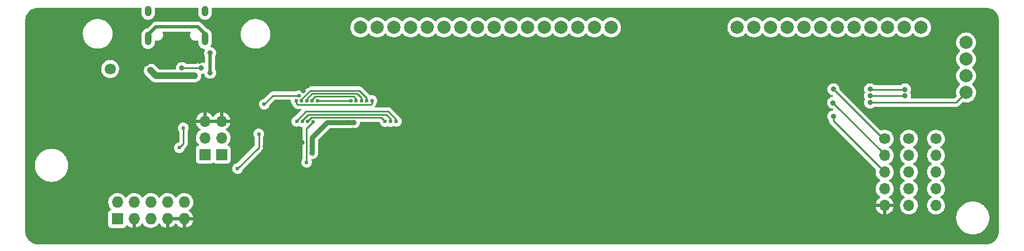
<source format=gbr>
G04 #@! TF.GenerationSoftware,KiCad,Pcbnew,(6.0.0-0)*
G04 #@! TF.CreationDate,2022-01-14T12:57:40+01:00*
G04 #@! TF.ProjectId,modelh,6d6f6465-6c68-42e6-9b69-6361645f7063,v0.1*
G04 #@! TF.SameCoordinates,Original*
G04 #@! TF.FileFunction,Copper,L2,Bot*
G04 #@! TF.FilePolarity,Positive*
%FSLAX46Y46*%
G04 Gerber Fmt 4.6, Leading zero omitted, Abs format (unit mm)*
G04 Created by KiCad (PCBNEW (6.0.0-0)) date 2022-01-14 12:57:40*
%MOMM*%
%LPD*%
G01*
G04 APERTURE LIST*
G04 #@! TA.AperFunction,ComponentPad*
%ADD10O,1.000000X1.600000*%
G04 #@! TD*
G04 #@! TA.AperFunction,ComponentPad*
%ADD11O,1.000000X2.100000*%
G04 #@! TD*
G04 #@! TA.AperFunction,ComponentPad*
%ADD12C,2.000000*%
G04 #@! TD*
G04 #@! TA.AperFunction,ComponentPad*
%ADD13R,1.727200X1.727200*%
G04 #@! TD*
G04 #@! TA.AperFunction,ComponentPad*
%ADD14O,1.727200X1.727200*%
G04 #@! TD*
G04 #@! TA.AperFunction,ComponentPad*
%ADD15R,1.700000X1.700000*%
G04 #@! TD*
G04 #@! TA.AperFunction,ComponentPad*
%ADD16O,1.700000X1.700000*%
G04 #@! TD*
G04 #@! TA.AperFunction,ComponentPad*
%ADD17C,1.700000*%
G04 #@! TD*
G04 #@! TA.AperFunction,ViaPad*
%ADD18C,0.800000*%
G04 #@! TD*
G04 #@! TA.AperFunction,ViaPad*
%ADD19C,0.600000*%
G04 #@! TD*
G04 #@! TA.AperFunction,Conductor*
%ADD20C,0.500000*%
G04 #@! TD*
G04 #@! TA.AperFunction,Conductor*
%ADD21C,1.000000*%
G04 #@! TD*
G04 #@! TA.AperFunction,Conductor*
%ADD22C,0.800000*%
G04 #@! TD*
G04 #@! TA.AperFunction,Conductor*
%ADD23C,0.250000*%
G04 #@! TD*
G04 APERTURE END LIST*
D10*
X93090000Y-48540000D03*
D11*
X93090000Y-52720000D03*
X84450000Y-52720000D03*
D10*
X84450000Y-48540000D03*
D12*
X208750000Y-53300000D03*
X208750000Y-55840000D03*
X208750000Y-58380000D03*
X208750000Y-60920000D03*
D13*
X79770000Y-80140000D03*
D14*
X79770000Y-77600000D03*
X82310000Y-80140000D03*
X82310000Y-77600000D03*
X84850000Y-80140000D03*
X84850000Y-77600000D03*
X87390000Y-80140000D03*
X87390000Y-77600000D03*
X89930000Y-80140000D03*
X89930000Y-77600000D03*
D15*
X95610000Y-70340000D03*
X93070000Y-70340000D03*
D16*
X95610000Y-67800000D03*
X93070000Y-67800000D03*
X95610000Y-65260000D03*
X93070000Y-65260000D03*
D17*
X204170000Y-67940000D03*
D16*
X204170000Y-70480000D03*
X204170000Y-73020000D03*
X204170000Y-75560000D03*
X204170000Y-78100000D03*
D17*
X200070000Y-67940000D03*
D16*
X200070000Y-70480000D03*
X200070000Y-73020000D03*
X200070000Y-75560000D03*
X200070000Y-78100000D03*
D17*
X196370000Y-67940000D03*
D16*
X196370000Y-70480000D03*
X196370000Y-73020000D03*
X196370000Y-75560000D03*
X196370000Y-78100000D03*
D12*
X173990000Y-51000000D03*
X176530000Y-51000000D03*
X179070000Y-51000000D03*
X181610000Y-51000000D03*
X184150000Y-51000000D03*
X186690000Y-51000000D03*
X189230000Y-51000000D03*
X191770000Y-51000000D03*
X194310000Y-51000000D03*
X196850000Y-51000000D03*
X199390000Y-51000000D03*
X201930000Y-51000000D03*
X116700000Y-51000000D03*
X119240000Y-51000000D03*
X121780000Y-51000000D03*
X124320000Y-51000000D03*
X126860000Y-51000000D03*
X129400000Y-51000000D03*
X131940000Y-51000000D03*
X134480000Y-51000000D03*
X137020000Y-51000000D03*
X139560000Y-51000000D03*
X142100000Y-51000000D03*
X144640000Y-51000000D03*
X147180000Y-51000000D03*
X149720000Y-51000000D03*
X152260000Y-51000000D03*
X154800000Y-51000000D03*
D17*
X78670000Y-57340000D03*
D18*
X102270000Y-69110000D03*
X138000000Y-69000000D03*
X136000000Y-69000000D03*
X134000000Y-69000000D03*
X130000000Y-69000000D03*
X132000000Y-69000000D03*
X148000000Y-69000000D03*
X146000000Y-69000000D03*
X150000000Y-69000000D03*
X158000000Y-69000000D03*
X156000000Y-69000000D03*
X152000000Y-69000000D03*
X154000000Y-69000000D03*
X144000000Y-69000000D03*
X140000000Y-69000000D03*
X142000000Y-69000000D03*
X178000000Y-69000000D03*
X170000000Y-69000000D03*
X176000000Y-69000000D03*
X164000000Y-69000000D03*
X172000000Y-69000000D03*
X174000000Y-69000000D03*
X166000000Y-69000000D03*
X168000000Y-69000000D03*
X162000000Y-69000000D03*
X160000000Y-69000000D03*
X148000000Y-83000000D03*
X170000000Y-83000000D03*
X154000000Y-83000000D03*
X168000000Y-83000000D03*
X156000000Y-83000000D03*
X116000000Y-83000000D03*
X162000000Y-83000000D03*
X166000000Y-83000000D03*
X160000000Y-83000000D03*
X114000000Y-83000000D03*
X152000000Y-83000000D03*
X150000000Y-83000000D03*
X164000000Y-83000000D03*
X158000000Y-83000000D03*
X172000000Y-83000000D03*
X118000000Y-83000000D03*
X146000000Y-83000000D03*
X138000000Y-83000000D03*
X144000000Y-83000000D03*
X132000000Y-83000000D03*
X140000000Y-83000000D03*
X126000000Y-83000000D03*
X142000000Y-83000000D03*
X174000000Y-83000000D03*
X134000000Y-83000000D03*
X124000000Y-83000000D03*
X120000000Y-83000000D03*
X122000000Y-83000000D03*
X136000000Y-83000000D03*
X130000000Y-83000000D03*
X128000000Y-83000000D03*
X112000000Y-83000000D03*
X176000000Y-83000000D03*
X108000000Y-83000000D03*
X110000000Y-83000000D03*
X178000000Y-83000000D03*
X182000000Y-83000000D03*
X186000000Y-83000000D03*
X190000000Y-83000000D03*
X184000000Y-83000000D03*
X194000000Y-83000000D03*
X192000000Y-83000000D03*
X188000000Y-83000000D03*
X180000000Y-83000000D03*
X211000000Y-49000000D03*
X199000000Y-49000000D03*
X207000000Y-49000000D03*
X203000000Y-49000000D03*
X209000000Y-49000000D03*
X205000000Y-49000000D03*
X201000000Y-49000000D03*
X195000000Y-49000000D03*
X193000000Y-49000000D03*
X197000000Y-49000000D03*
X181000000Y-49000000D03*
X177000000Y-49000000D03*
X185000000Y-49000000D03*
X183000000Y-49000000D03*
X187000000Y-49000000D03*
X179000000Y-49000000D03*
X191000000Y-49000000D03*
X175000000Y-49000000D03*
X189000000Y-49000000D03*
X173000000Y-49000000D03*
X171000000Y-49000000D03*
X167000000Y-49000000D03*
X163000000Y-49000000D03*
X159000000Y-49000000D03*
X153000000Y-49000000D03*
X161000000Y-49000000D03*
X155000000Y-49000000D03*
X157000000Y-49000000D03*
X169000000Y-49000000D03*
X165000000Y-49000000D03*
X143000000Y-49000000D03*
X151000000Y-49000000D03*
X133000000Y-49000000D03*
X145000000Y-49000000D03*
X139000000Y-49000000D03*
X149000000Y-49000000D03*
X141000000Y-49000000D03*
X135000000Y-49000000D03*
X147000000Y-49000000D03*
X137000000Y-49000000D03*
X113000000Y-49000000D03*
X131000000Y-49000000D03*
X115000000Y-49000000D03*
X123000000Y-49000000D03*
X117000000Y-49000000D03*
X127000000Y-49000000D03*
X121000000Y-49000000D03*
X129000000Y-49000000D03*
X119000000Y-49000000D03*
X125000000Y-49000000D03*
X67000000Y-81000000D03*
X67000000Y-79000000D03*
X89000000Y-83000000D03*
X180000000Y-69000000D03*
X86870000Y-64440000D03*
X95000000Y-49000000D03*
X67000000Y-77000000D03*
X67000000Y-61000000D03*
X183970000Y-81000000D03*
X71000000Y-83000000D03*
X77000000Y-49000000D03*
X83000000Y-49000000D03*
X186000000Y-69000000D03*
X86870000Y-63440000D03*
X103270000Y-69110010D03*
X205000000Y-53000000D03*
X151000000Y-59000000D03*
X122000000Y-69000000D03*
X67000000Y-55000000D03*
X128000000Y-69000000D03*
X201000000Y-65000000D03*
X71000000Y-49000000D03*
X198000000Y-83000000D03*
X157000000Y-59000000D03*
X213000000Y-71000000D03*
X213000000Y-59000000D03*
X117800000Y-66700000D03*
X67000000Y-75000000D03*
X213000000Y-79000000D03*
X81000000Y-49000000D03*
X213000000Y-73000000D03*
X97000000Y-49000000D03*
X213000000Y-63000000D03*
X87870000Y-64440000D03*
X98250000Y-76000000D03*
X87870000Y-63440000D03*
X67000000Y-65000000D03*
X98250000Y-74500000D03*
X67000000Y-67000000D03*
X67000000Y-69000000D03*
X115570000Y-77140000D03*
X213000000Y-57000000D03*
X109000000Y-49000000D03*
X124000000Y-69000000D03*
X196000000Y-83000000D03*
X81000000Y-83000000D03*
X213000000Y-65000000D03*
X203000000Y-65000000D03*
X100670000Y-60459990D03*
X120000000Y-69000000D03*
X107794990Y-68540000D03*
X126000000Y-81000000D03*
X79000000Y-49000000D03*
X126000000Y-79000000D03*
X108700000Y-59900004D03*
X67000000Y-51000000D03*
X79000000Y-83000000D03*
X213000000Y-69000000D03*
X126000000Y-75000000D03*
X96500000Y-74500000D03*
X213000000Y-53000000D03*
X83000000Y-83000000D03*
X103000000Y-49000000D03*
X205000000Y-55000000D03*
X108000000Y-73750000D03*
X126000000Y-73000000D03*
X208000000Y-83000000D03*
X213000000Y-61000000D03*
X202000000Y-83000000D03*
X116700000Y-66700000D03*
X114570000Y-77140000D03*
X84170000Y-56490000D03*
X92270000Y-56190000D03*
X106000000Y-83000000D03*
X213000000Y-77000000D03*
X161000000Y-59000000D03*
X85000000Y-83000000D03*
X197000000Y-65000000D03*
X213000000Y-55000000D03*
X107000000Y-49000000D03*
X88870000Y-64440000D03*
X77370000Y-65940000D03*
X183970000Y-71000000D03*
X149000000Y-59000000D03*
X155000000Y-59000000D03*
X159000000Y-59000000D03*
X183970000Y-73000000D03*
X115570000Y-66690000D03*
X67000000Y-57000000D03*
X182000000Y-69000000D03*
X184000000Y-69000000D03*
X75000000Y-49000000D03*
X88870000Y-63440000D03*
X85870000Y-49590000D03*
X126000000Y-71000000D03*
X126000000Y-69000000D03*
X188000000Y-69000000D03*
X101000000Y-49000000D03*
X111000000Y-49000000D03*
X67000000Y-53000000D03*
X96500000Y-76000000D03*
X76370000Y-64340000D03*
X213000000Y-67000000D03*
X199000000Y-65000000D03*
X91000000Y-83000000D03*
X73000000Y-83000000D03*
X87000000Y-83000000D03*
X206000000Y-83000000D03*
X126000000Y-77000000D03*
X183970000Y-75000000D03*
X76370000Y-65440000D03*
X205000000Y-65000000D03*
X77000000Y-83000000D03*
X183970000Y-77000000D03*
X104270000Y-69110010D03*
X69000000Y-83000000D03*
X99000000Y-49000000D03*
X200000000Y-83000000D03*
X204000000Y-83000000D03*
X77370000Y-64840000D03*
X213000000Y-51000000D03*
X67000000Y-59000000D03*
X213000000Y-75000000D03*
X163000000Y-59000000D03*
X91670000Y-49590000D03*
X190000000Y-69000000D03*
X104500000Y-73750000D03*
X67000000Y-63000000D03*
X153000000Y-59000000D03*
X73000000Y-49000000D03*
X69000000Y-49000000D03*
X108000000Y-60600000D03*
X93000000Y-83000000D03*
X205000000Y-51000000D03*
X106250000Y-73750000D03*
X105000000Y-49000000D03*
X113570000Y-77140000D03*
X183970000Y-79000000D03*
X91470000Y-58390000D03*
X84820000Y-57540000D03*
X109370000Y-70140000D03*
X114770000Y-65439499D03*
X115720000Y-65440000D03*
X109370000Y-68990000D03*
D19*
X108520000Y-71540004D03*
X109528158Y-65366699D03*
X107770000Y-62140000D03*
X117670000Y-62140000D03*
X106970000Y-62140000D03*
X118470000Y-62140000D03*
X108570000Y-62140000D03*
X116870000Y-62140000D03*
X109370000Y-62140000D03*
X116070000Y-62140000D03*
X110170000Y-62140000D03*
X115270000Y-62140000D03*
X101270000Y-67215000D03*
X98020000Y-72490000D03*
X89800000Y-66300000D03*
X89200000Y-69300000D03*
D18*
X89570000Y-57190000D03*
X92470000Y-57190000D03*
D19*
X120470000Y-65340000D03*
X108670000Y-65340000D03*
D18*
X188590000Y-60420000D03*
D19*
X107870000Y-65340000D03*
D18*
X188540000Y-62470000D03*
D19*
X121270000Y-65340000D03*
X122170000Y-65290000D03*
D18*
X188570000Y-64540000D03*
D19*
X107028051Y-65298051D03*
X107400000Y-61400000D03*
X102100000Y-62700000D03*
D18*
X93870000Y-57890000D03*
X93870000Y-54890000D03*
X194170000Y-62440000D03*
X199470000Y-61440000D03*
X194157340Y-61427340D03*
X199470000Y-60440000D03*
X194170161Y-60427411D03*
D20*
X84450000Y-52720000D02*
X84450000Y-52110000D01*
X84450000Y-52110000D02*
X85670000Y-50890000D01*
X85670000Y-50890000D02*
X91970000Y-50890000D01*
X91970000Y-50890000D02*
X93090000Y-52010000D01*
X93090000Y-52010000D02*
X93090000Y-52720000D01*
D21*
X91470000Y-58390000D02*
X85670000Y-58390000D01*
X85670000Y-58390000D02*
X84820000Y-57540000D01*
D22*
X109370000Y-68990000D02*
X109370000Y-67740000D01*
X111670000Y-65440000D02*
X115700000Y-65440000D01*
X109370000Y-67740000D02*
X111670000Y-65440000D01*
X109370000Y-68990000D02*
X109370000Y-70140000D01*
D23*
X108520000Y-69290000D02*
X108520000Y-71540004D01*
X108520000Y-66374857D02*
X108520000Y-69290000D01*
X109528158Y-65366699D02*
X108520000Y-66374857D01*
X116569244Y-60614980D02*
X117670000Y-61715736D01*
X109085020Y-60614980D02*
X116569244Y-60614980D01*
X107770000Y-61930000D02*
X109085020Y-60614980D01*
X107770000Y-62140000D02*
X107770000Y-61930000D01*
X117670000Y-61715736D02*
X117670000Y-62140000D01*
X106970000Y-62564264D02*
X107170737Y-62765001D01*
X107170737Y-62765001D02*
X118269263Y-62765001D01*
X106970000Y-62140000D02*
X106970000Y-62564264D01*
X118470000Y-62564264D02*
X118470000Y-62140000D01*
X118269263Y-62765001D02*
X118470000Y-62564264D01*
X108570000Y-61872868D02*
X108570000Y-62140000D01*
X116870000Y-62140000D02*
X116870000Y-61715736D01*
X116219253Y-61064989D02*
X109377879Y-61064989D01*
X116870000Y-61715736D02*
X116219253Y-61064989D01*
X109377879Y-61064989D02*
X108570000Y-61872868D01*
X109869999Y-61514999D02*
X115692131Y-61514999D01*
X109370000Y-62014998D02*
X109869999Y-61514999D01*
X109370000Y-62140000D02*
X109370000Y-62014998D01*
X116070000Y-61892868D02*
X116070000Y-62140000D01*
X115692131Y-61514999D02*
X116070000Y-61892868D01*
X116070000Y-62014998D02*
X116070000Y-62140000D01*
X115270000Y-62140000D02*
X110170000Y-62140000D01*
X101270000Y-67215000D02*
X101270000Y-69240000D01*
X101270000Y-69240000D02*
X98020000Y-72490000D01*
X89800000Y-66300000D02*
X89800000Y-68700000D01*
X89800000Y-68700000D02*
X89200000Y-69300000D01*
X92470000Y-57190000D02*
X89570000Y-57190000D01*
X120470000Y-65340000D02*
X119844999Y-64714999D01*
X188590000Y-60420000D02*
X196110000Y-67940000D01*
X108969999Y-65040001D02*
X108670000Y-65340000D01*
X119844999Y-64714999D02*
X109295001Y-64714999D01*
X196110000Y-67940000D02*
X196370000Y-67940000D01*
X109295001Y-64714999D02*
X108969999Y-65040001D01*
X108727879Y-64264989D02*
X107870000Y-65122868D01*
X107870000Y-65122868D02*
X107870000Y-65340000D01*
X196370000Y-70300000D02*
X196370000Y-70480000D01*
X121270000Y-65340000D02*
X121270000Y-64915736D01*
X121270000Y-64915736D02*
X120619253Y-64264989D01*
X188540000Y-62470000D02*
X196370000Y-70300000D01*
X120619253Y-64264989D02*
X108727879Y-64264989D01*
X122170000Y-65290000D02*
X122170000Y-65052868D01*
X120932112Y-63814980D02*
X108385020Y-63814980D01*
X108385020Y-63814980D02*
X107028051Y-65171949D01*
X188570000Y-64540000D02*
X188570000Y-65220000D01*
X122170000Y-65052868D02*
X120932112Y-63814980D01*
X107028051Y-65171949D02*
X107028051Y-65298051D01*
X188570000Y-65220000D02*
X196370000Y-73020000D01*
X106975736Y-61400000D02*
X107400000Y-61400000D01*
X102100000Y-62700000D02*
X103400000Y-61400000D01*
X103400000Y-61400000D02*
X106975736Y-61400000D01*
D20*
X93870000Y-54890000D02*
X93870000Y-57890000D01*
D23*
X194170000Y-62440000D02*
X207250000Y-62440000D01*
X207250000Y-62440000D02*
X208770000Y-60920000D01*
X199470000Y-61440000D02*
X194170000Y-61440000D01*
X194170000Y-61440000D02*
X194157340Y-61427340D01*
X199470000Y-60440000D02*
X194182750Y-60440000D01*
X194182750Y-60440000D02*
X194170161Y-60427411D01*
G04 #@! TA.AperFunction,Conductor*
G36*
X83390371Y-48010002D02*
G01*
X83436864Y-48063658D01*
X83447465Y-48130044D01*
X83441500Y-48183227D01*
X83441500Y-48889769D01*
X83441800Y-48892825D01*
X83441800Y-48892832D01*
X83442530Y-48900273D01*
X83455920Y-49036833D01*
X83513084Y-49226169D01*
X83605934Y-49400796D01*
X83676106Y-49486835D01*
X83727040Y-49549287D01*
X83727043Y-49549290D01*
X83730935Y-49554062D01*
X83735682Y-49557989D01*
X83735684Y-49557991D01*
X83878575Y-49676201D01*
X83878579Y-49676203D01*
X83883325Y-49680130D01*
X84057299Y-49774198D01*
X84246232Y-49832682D01*
X84252357Y-49833326D01*
X84252358Y-49833326D01*
X84436796Y-49852711D01*
X84436798Y-49852711D01*
X84442925Y-49853355D01*
X84525424Y-49845847D01*
X84633749Y-49835989D01*
X84633752Y-49835988D01*
X84639888Y-49835430D01*
X84645794Y-49833692D01*
X84645798Y-49833691D01*
X84815015Y-49783888D01*
X84829619Y-49779590D01*
X84835077Y-49776737D01*
X84835081Y-49776735D01*
X84988426Y-49696567D01*
X85004890Y-49687960D01*
X85159025Y-49564032D01*
X85286154Y-49412526D01*
X85289121Y-49407128D01*
X85289125Y-49407123D01*
X85378467Y-49244608D01*
X85381433Y-49239213D01*
X85383846Y-49231608D01*
X85439373Y-49056564D01*
X85439373Y-49056563D01*
X85441235Y-49050694D01*
X85458500Y-48896773D01*
X85458500Y-48190231D01*
X85457814Y-48183227D01*
X85453906Y-48143382D01*
X85452427Y-48128296D01*
X85465686Y-48058548D01*
X85514549Y-48007041D01*
X85577826Y-47990000D01*
X91962250Y-47990000D01*
X92030371Y-48010002D01*
X92076864Y-48063658D01*
X92087465Y-48130044D01*
X92081500Y-48183227D01*
X92081500Y-48889769D01*
X92081800Y-48892825D01*
X92081800Y-48892832D01*
X92082530Y-48900273D01*
X92095920Y-49036833D01*
X92153084Y-49226169D01*
X92245934Y-49400796D01*
X92316106Y-49486835D01*
X92367040Y-49549287D01*
X92367043Y-49549290D01*
X92370935Y-49554062D01*
X92375682Y-49557989D01*
X92375684Y-49557991D01*
X92518575Y-49676201D01*
X92518579Y-49676203D01*
X92523325Y-49680130D01*
X92697299Y-49774198D01*
X92886232Y-49832682D01*
X92892357Y-49833326D01*
X92892358Y-49833326D01*
X93076796Y-49852711D01*
X93076798Y-49852711D01*
X93082925Y-49853355D01*
X93165424Y-49845847D01*
X93273749Y-49835989D01*
X93273752Y-49835988D01*
X93279888Y-49835430D01*
X93285794Y-49833692D01*
X93285798Y-49833691D01*
X93455015Y-49783888D01*
X93469619Y-49779590D01*
X93475077Y-49776737D01*
X93475081Y-49776735D01*
X93628426Y-49696567D01*
X93644890Y-49687960D01*
X93799025Y-49564032D01*
X93926154Y-49412526D01*
X93929121Y-49407128D01*
X93929125Y-49407123D01*
X94018467Y-49244608D01*
X94021433Y-49239213D01*
X94023846Y-49231608D01*
X94079373Y-49056564D01*
X94079373Y-49056563D01*
X94081235Y-49050694D01*
X94098500Y-48896773D01*
X94098500Y-48190231D01*
X94097814Y-48183227D01*
X94093906Y-48143382D01*
X94092427Y-48128296D01*
X94105686Y-48058548D01*
X94154549Y-48007041D01*
X94217826Y-47990000D01*
X211765499Y-47990000D01*
X211774487Y-47990321D01*
X211823871Y-47993853D01*
X212045650Y-48009715D01*
X212063433Y-48012272D01*
X212324658Y-48069098D01*
X212341900Y-48074160D01*
X212592393Y-48167589D01*
X212608738Y-48175054D01*
X212630923Y-48187168D01*
X212843375Y-48303176D01*
X212858498Y-48312895D01*
X213072510Y-48473103D01*
X213086096Y-48484876D01*
X213275124Y-48673904D01*
X213286897Y-48687490D01*
X213447105Y-48901502D01*
X213456824Y-48916625D01*
X213584945Y-49151260D01*
X213592411Y-49167607D01*
X213681167Y-49405572D01*
X213685839Y-49418097D01*
X213690902Y-49435342D01*
X213747728Y-49696567D01*
X213750285Y-49714350D01*
X213761427Y-49870127D01*
X213769679Y-49985513D01*
X213770000Y-49994501D01*
X213770000Y-81985499D01*
X213769679Y-81994487D01*
X213767457Y-82025558D01*
X213755665Y-82190438D01*
X213750286Y-82265645D01*
X213747728Y-82283433D01*
X213700943Y-82498500D01*
X213690903Y-82544654D01*
X213685840Y-82561900D01*
X213592411Y-82812393D01*
X213584945Y-82828740D01*
X213456824Y-83063375D01*
X213447105Y-83078498D01*
X213286897Y-83292510D01*
X213275124Y-83306096D01*
X213086096Y-83495124D01*
X213072510Y-83506897D01*
X212858498Y-83667105D01*
X212843375Y-83676824D01*
X212608740Y-83804945D01*
X212592393Y-83812411D01*
X212341900Y-83905840D01*
X212324658Y-83910902D01*
X212063433Y-83967728D01*
X212045650Y-83970285D01*
X211823871Y-83986147D01*
X211774487Y-83989679D01*
X211765499Y-83990000D01*
X67774501Y-83990000D01*
X67765513Y-83989679D01*
X67716129Y-83986147D01*
X67494350Y-83970285D01*
X67476567Y-83967728D01*
X67215342Y-83910902D01*
X67198100Y-83905840D01*
X66947607Y-83812411D01*
X66931260Y-83804945D01*
X66696625Y-83676824D01*
X66681502Y-83667105D01*
X66467490Y-83506897D01*
X66453904Y-83495124D01*
X66264876Y-83306096D01*
X66253103Y-83292510D01*
X66092895Y-83078498D01*
X66083176Y-83063375D01*
X65955055Y-82828740D01*
X65947589Y-82812393D01*
X65854160Y-82561900D01*
X65849097Y-82544654D01*
X65839057Y-82498500D01*
X65792272Y-82283433D01*
X65789714Y-82265645D01*
X65784336Y-82190438D01*
X65772543Y-82025558D01*
X65770321Y-81994487D01*
X65770000Y-81985499D01*
X65770000Y-77566362D01*
X78393609Y-77566362D01*
X78393906Y-77571514D01*
X78393906Y-77571518D01*
X78399618Y-77670578D01*
X78406597Y-77791614D01*
X78407734Y-77796660D01*
X78407735Y-77796666D01*
X78428984Y-77890952D01*
X78456200Y-78011720D01*
X78458142Y-78016502D01*
X78458143Y-78016506D01*
X78516677Y-78160658D01*
X78541086Y-78220769D01*
X78543785Y-78225173D01*
X78645443Y-78391064D01*
X78658975Y-78413147D01*
X78803909Y-78580462D01*
X78803909Y-78580463D01*
X78806702Y-78583687D01*
X78806036Y-78584264D01*
X78838456Y-78642187D01*
X78834131Y-78713052D01*
X78792181Y-78770330D01*
X78759851Y-78788238D01*
X78668105Y-78822632D01*
X78668104Y-78822633D01*
X78659695Y-78825785D01*
X78543139Y-78913139D01*
X78455785Y-79029695D01*
X78404655Y-79166084D01*
X78397900Y-79228266D01*
X78397900Y-81051734D01*
X78404655Y-81113916D01*
X78455785Y-81250305D01*
X78543139Y-81366861D01*
X78659695Y-81454215D01*
X78796084Y-81505345D01*
X78858266Y-81512100D01*
X80681734Y-81512100D01*
X80743916Y-81505345D01*
X80880305Y-81454215D01*
X80996861Y-81366861D01*
X81084215Y-81250305D01*
X81107735Y-81187567D01*
X81122413Y-81148412D01*
X81165054Y-81091647D01*
X81231616Y-81066947D01*
X81300965Y-81082154D01*
X81335633Y-81110145D01*
X81343666Y-81119419D01*
X81351032Y-81126633D01*
X81516606Y-81264095D01*
X81525053Y-81270010D01*
X81710859Y-81378586D01*
X81720146Y-81383036D01*
X81921198Y-81459810D01*
X81931091Y-81462684D01*
X82038248Y-81484485D01*
X82052300Y-81483290D01*
X82056000Y-81472945D01*
X82056000Y-80012000D01*
X82076002Y-79943879D01*
X82129658Y-79897386D01*
X82182000Y-79886000D01*
X82438000Y-79886000D01*
X82506121Y-79906002D01*
X82552614Y-79959658D01*
X82564000Y-80012000D01*
X82564000Y-81472229D01*
X82568064Y-81486071D01*
X82581479Y-81488105D01*
X82591025Y-81486882D01*
X82601095Y-81484742D01*
X82807225Y-81422900D01*
X82816832Y-81419134D01*
X83010076Y-81324464D01*
X83018934Y-81319185D01*
X83194141Y-81194211D01*
X83202003Y-81187567D01*
X83354445Y-81035656D01*
X83361122Y-81027811D01*
X83479086Y-80863646D01*
X83535081Y-80819998D01*
X83605784Y-80813552D01*
X83668749Y-80846355D01*
X83688842Y-80871337D01*
X83736091Y-80948440D01*
X83738975Y-80953147D01*
X83886702Y-81123687D01*
X84060299Y-81267810D01*
X84064751Y-81270412D01*
X84064756Y-81270415D01*
X84183804Y-81339981D01*
X84255103Y-81381645D01*
X84465884Y-81462134D01*
X84470952Y-81463165D01*
X84470955Y-81463166D01*
X84519021Y-81472945D01*
X84686981Y-81507117D01*
X84692156Y-81507307D01*
X84692158Y-81507307D01*
X84907292Y-81515196D01*
X84907296Y-81515196D01*
X84912456Y-81515385D01*
X84917576Y-81514729D01*
X84917578Y-81514729D01*
X85012485Y-81502571D01*
X85136253Y-81486716D01*
X85141202Y-81485231D01*
X85141208Y-81485230D01*
X85347413Y-81423365D01*
X85347412Y-81423365D01*
X85352363Y-81421880D01*
X85519540Y-81339981D01*
X85550331Y-81324897D01*
X85550336Y-81324894D01*
X85554982Y-81322618D01*
X85559192Y-81319615D01*
X85559197Y-81319612D01*
X85734455Y-81194601D01*
X85734459Y-81194597D01*
X85738667Y-81191596D01*
X85898487Y-81032333D01*
X86019686Y-80863667D01*
X86075680Y-80820019D01*
X86146384Y-80813573D01*
X86209348Y-80846376D01*
X86229441Y-80871358D01*
X86276682Y-80948448D01*
X86282765Y-80956759D01*
X86423665Y-81119417D01*
X86431032Y-81126633D01*
X86596606Y-81264095D01*
X86605053Y-81270010D01*
X86790859Y-81378586D01*
X86800146Y-81383036D01*
X87001198Y-81459810D01*
X87011091Y-81462684D01*
X87118248Y-81484485D01*
X87132300Y-81483290D01*
X87136000Y-81472945D01*
X87136000Y-81472229D01*
X87644000Y-81472229D01*
X87648064Y-81486071D01*
X87661479Y-81488105D01*
X87671025Y-81486882D01*
X87681095Y-81484742D01*
X87887225Y-81422900D01*
X87896832Y-81419134D01*
X88090076Y-81324464D01*
X88098934Y-81319185D01*
X88274141Y-81194211D01*
X88282003Y-81187567D01*
X88434445Y-81035656D01*
X88441122Y-81027811D01*
X88559402Y-80863206D01*
X88615397Y-80819558D01*
X88686100Y-80813112D01*
X88749065Y-80845915D01*
X88769157Y-80870897D01*
X88816676Y-80948440D01*
X88822765Y-80956759D01*
X88963665Y-81119417D01*
X88971032Y-81126633D01*
X89136606Y-81264095D01*
X89145053Y-81270010D01*
X89330859Y-81378586D01*
X89340146Y-81383036D01*
X89541198Y-81459810D01*
X89551091Y-81462684D01*
X89658248Y-81484485D01*
X89672300Y-81483290D01*
X89676000Y-81472945D01*
X89676000Y-81472229D01*
X90184000Y-81472229D01*
X90188064Y-81486071D01*
X90201479Y-81488105D01*
X90211025Y-81486882D01*
X90221095Y-81484742D01*
X90427225Y-81422900D01*
X90436832Y-81419134D01*
X90630076Y-81324464D01*
X90638934Y-81319185D01*
X90814141Y-81194211D01*
X90822003Y-81187567D01*
X90974445Y-81035656D01*
X90981122Y-81027811D01*
X91106702Y-80853047D01*
X91112013Y-80844208D01*
X91207358Y-80651292D01*
X91211156Y-80641699D01*
X91273716Y-80435791D01*
X91275893Y-80425721D01*
X91277705Y-80411960D01*
X91275493Y-80397778D01*
X91262336Y-80394000D01*
X90202115Y-80394000D01*
X90186876Y-80398475D01*
X90185671Y-80399865D01*
X90184000Y-80407548D01*
X90184000Y-81472229D01*
X89676000Y-81472229D01*
X89676000Y-80412115D01*
X89671525Y-80396876D01*
X89670135Y-80395671D01*
X89662452Y-80394000D01*
X87662115Y-80394000D01*
X87646876Y-80398475D01*
X87645671Y-80399865D01*
X87644000Y-80407548D01*
X87644000Y-81472229D01*
X87136000Y-81472229D01*
X87136000Y-80147821D01*
X207261500Y-80147821D01*
X207301060Y-80460975D01*
X207379557Y-80766702D01*
X207381010Y-80770371D01*
X207381010Y-80770372D01*
X207486044Y-81035656D01*
X207495753Y-81060179D01*
X207497659Y-81063647D01*
X207497660Y-81063648D01*
X207641046Y-81324464D01*
X207647816Y-81336779D01*
X207833346Y-81592140D01*
X208049418Y-81822233D01*
X208292625Y-82023432D01*
X208559131Y-82192562D01*
X208562710Y-82194246D01*
X208562717Y-82194250D01*
X208841144Y-82325267D01*
X208841148Y-82325269D01*
X208844734Y-82326956D01*
X209144928Y-82424495D01*
X209454980Y-82483641D01*
X209691162Y-82498500D01*
X209848838Y-82498500D01*
X210085020Y-82483641D01*
X210395072Y-82424495D01*
X210695266Y-82326956D01*
X210698852Y-82325269D01*
X210698856Y-82325267D01*
X210977283Y-82194250D01*
X210977290Y-82194246D01*
X210980869Y-82192562D01*
X211247375Y-82023432D01*
X211490582Y-81822233D01*
X211706654Y-81592140D01*
X211892184Y-81336779D01*
X211898955Y-81324464D01*
X212042340Y-81063648D01*
X212042341Y-81063647D01*
X212044247Y-81060179D01*
X212053957Y-81035656D01*
X212158990Y-80770372D01*
X212158990Y-80770371D01*
X212160443Y-80766702D01*
X212238940Y-80460975D01*
X212278500Y-80147821D01*
X212278500Y-79832179D01*
X212238940Y-79519025D01*
X212160443Y-79213298D01*
X212130337Y-79137260D01*
X212045702Y-78923495D01*
X212045700Y-78923490D01*
X212044247Y-78919821D01*
X212037615Y-78907758D01*
X211894093Y-78646693D01*
X211894091Y-78646690D01*
X211892184Y-78643221D01*
X211706654Y-78387860D01*
X211498867Y-78166590D01*
X211493297Y-78160658D01*
X211493296Y-78160657D01*
X211490582Y-78157767D01*
X211424822Y-78103365D01*
X211250427Y-77959093D01*
X211247375Y-77956568D01*
X210980869Y-77787438D01*
X210977290Y-77785754D01*
X210977283Y-77785750D01*
X210698856Y-77654733D01*
X210698852Y-77654731D01*
X210695266Y-77653044D01*
X210395072Y-77555505D01*
X210085020Y-77496359D01*
X209848838Y-77481500D01*
X209691162Y-77481500D01*
X209454980Y-77496359D01*
X209144928Y-77555505D01*
X208844734Y-77653044D01*
X208841148Y-77654731D01*
X208841144Y-77654733D01*
X208562717Y-77785750D01*
X208562710Y-77785754D01*
X208559131Y-77787438D01*
X208292625Y-77956568D01*
X208289573Y-77959093D01*
X208115179Y-78103365D01*
X208049418Y-78157767D01*
X208046704Y-78160657D01*
X208046703Y-78160658D01*
X208041133Y-78166590D01*
X207833346Y-78387860D01*
X207647816Y-78643221D01*
X207645909Y-78646690D01*
X207645907Y-78646693D01*
X207502385Y-78907758D01*
X207495753Y-78919821D01*
X207494300Y-78923490D01*
X207494298Y-78923495D01*
X207409663Y-79137260D01*
X207379557Y-79213298D01*
X207301060Y-79519025D01*
X207261500Y-79832179D01*
X207261500Y-80147821D01*
X87136000Y-80147821D01*
X87136000Y-80012000D01*
X87156002Y-79943879D01*
X87209658Y-79897386D01*
X87262000Y-79886000D01*
X91262367Y-79886000D01*
X91275898Y-79882027D01*
X91277203Y-79872947D01*
X91234133Y-79701477D01*
X91230813Y-79691726D01*
X91144999Y-79494365D01*
X91140133Y-79485290D01*
X91023239Y-79304601D01*
X91016947Y-79296430D01*
X90872113Y-79137260D01*
X90864580Y-79130234D01*
X90695691Y-78996855D01*
X90687104Y-78991150D01*
X90668082Y-78980649D01*
X90618111Y-78930216D01*
X90603340Y-78860773D01*
X90628457Y-78794368D01*
X90655801Y-78767768D01*
X90818667Y-78651596D01*
X90978487Y-78492333D01*
X91067854Y-78367966D01*
X195038257Y-78367966D01*
X195068565Y-78502446D01*
X195071645Y-78512275D01*
X195151770Y-78709603D01*
X195156413Y-78718794D01*
X195267694Y-78900388D01*
X195273777Y-78908699D01*
X195413213Y-79069667D01*
X195420580Y-79076883D01*
X195584434Y-79212916D01*
X195592881Y-79218831D01*
X195776756Y-79326279D01*
X195786042Y-79330729D01*
X195985001Y-79406703D01*
X195994899Y-79409579D01*
X196098250Y-79430606D01*
X196112299Y-79429410D01*
X196116000Y-79419065D01*
X196116000Y-79418517D01*
X196624000Y-79418517D01*
X196628064Y-79432359D01*
X196641478Y-79434393D01*
X196648184Y-79433534D01*
X196658262Y-79431392D01*
X196862255Y-79370191D01*
X196871842Y-79366433D01*
X197063095Y-79272739D01*
X197071945Y-79267464D01*
X197245328Y-79143792D01*
X197253200Y-79137139D01*
X197404052Y-78986812D01*
X197410730Y-78978965D01*
X197535003Y-78806020D01*
X197540313Y-78797183D01*
X197634670Y-78606267D01*
X197638469Y-78596672D01*
X197700377Y-78392910D01*
X197702555Y-78382837D01*
X197703986Y-78371962D01*
X197701775Y-78357778D01*
X197688617Y-78354000D01*
X196642115Y-78354000D01*
X196626876Y-78358475D01*
X196625671Y-78359865D01*
X196624000Y-78367548D01*
X196624000Y-79418517D01*
X196116000Y-79418517D01*
X196116000Y-78372115D01*
X196111525Y-78356876D01*
X196110135Y-78355671D01*
X196102452Y-78354000D01*
X195053225Y-78354000D01*
X195039694Y-78357973D01*
X195038257Y-78367966D01*
X91067854Y-78367966D01*
X91110150Y-78309105D01*
X91210118Y-78106835D01*
X91222313Y-78066695D01*
X198707251Y-78066695D01*
X198707548Y-78071848D01*
X198707548Y-78071851D01*
X198713011Y-78166590D01*
X198720110Y-78289715D01*
X198721247Y-78294761D01*
X198721248Y-78294767D01*
X198735449Y-78357778D01*
X198769222Y-78507639D01*
X198853266Y-78714616D01*
X198890058Y-78774655D01*
X198948776Y-78870474D01*
X198969987Y-78905088D01*
X199116250Y-79073938D01*
X199288126Y-79216632D01*
X199481000Y-79329338D01*
X199689692Y-79409030D01*
X199694760Y-79410061D01*
X199694763Y-79410062D01*
X199789862Y-79429410D01*
X199908597Y-79453567D01*
X199913772Y-79453757D01*
X199913774Y-79453757D01*
X200126673Y-79461564D01*
X200126677Y-79461564D01*
X200131837Y-79461753D01*
X200136957Y-79461097D01*
X200136959Y-79461097D01*
X200348288Y-79434025D01*
X200348289Y-79434025D01*
X200353416Y-79433368D01*
X200358366Y-79431883D01*
X200562429Y-79370661D01*
X200562434Y-79370659D01*
X200567384Y-79369174D01*
X200767994Y-79270896D01*
X200949860Y-79141173D01*
X200957991Y-79133071D01*
X201094683Y-78996855D01*
X201108096Y-78983489D01*
X201114254Y-78974920D01*
X201235435Y-78806277D01*
X201238453Y-78802077D01*
X201246092Y-78786622D01*
X201335136Y-78606453D01*
X201335137Y-78606451D01*
X201337430Y-78601811D01*
X201402370Y-78388069D01*
X201431529Y-78166590D01*
X201433156Y-78100000D01*
X201430418Y-78066695D01*
X202807251Y-78066695D01*
X202807548Y-78071848D01*
X202807548Y-78071851D01*
X202813011Y-78166590D01*
X202820110Y-78289715D01*
X202821247Y-78294761D01*
X202821248Y-78294767D01*
X202835449Y-78357778D01*
X202869222Y-78507639D01*
X202953266Y-78714616D01*
X202990058Y-78774655D01*
X203048776Y-78870474D01*
X203069987Y-78905088D01*
X203216250Y-79073938D01*
X203388126Y-79216632D01*
X203581000Y-79329338D01*
X203789692Y-79409030D01*
X203794760Y-79410061D01*
X203794763Y-79410062D01*
X203889862Y-79429410D01*
X204008597Y-79453567D01*
X204013772Y-79453757D01*
X204013774Y-79453757D01*
X204226673Y-79461564D01*
X204226677Y-79461564D01*
X204231837Y-79461753D01*
X204236957Y-79461097D01*
X204236959Y-79461097D01*
X204448288Y-79434025D01*
X204448289Y-79434025D01*
X204453416Y-79433368D01*
X204458366Y-79431883D01*
X204662429Y-79370661D01*
X204662434Y-79370659D01*
X204667384Y-79369174D01*
X204867994Y-79270896D01*
X205049860Y-79141173D01*
X205057991Y-79133071D01*
X205194683Y-78996855D01*
X205208096Y-78983489D01*
X205214254Y-78974920D01*
X205335435Y-78806277D01*
X205338453Y-78802077D01*
X205346092Y-78786622D01*
X205435136Y-78606453D01*
X205435137Y-78606451D01*
X205437430Y-78601811D01*
X205502370Y-78388069D01*
X205531529Y-78166590D01*
X205533156Y-78100000D01*
X205514852Y-77877361D01*
X205460431Y-77660702D01*
X205371354Y-77455840D01*
X205250014Y-77268277D01*
X205099670Y-77103051D01*
X205095619Y-77099852D01*
X205095615Y-77099848D01*
X204928414Y-76967800D01*
X204928410Y-76967798D01*
X204924359Y-76964598D01*
X204883053Y-76941796D01*
X204833084Y-76891364D01*
X204818312Y-76821921D01*
X204843428Y-76755516D01*
X204870780Y-76728909D01*
X204914603Y-76697650D01*
X205049860Y-76601173D01*
X205057991Y-76593071D01*
X205131209Y-76520107D01*
X205208096Y-76443489D01*
X205267594Y-76360689D01*
X205335435Y-76266277D01*
X205338453Y-76262077D01*
X205354649Y-76229308D01*
X205435136Y-76066453D01*
X205435137Y-76066451D01*
X205437430Y-76061811D01*
X205502370Y-75848069D01*
X205531529Y-75626590D01*
X205533156Y-75560000D01*
X205514852Y-75337361D01*
X205460431Y-75120702D01*
X205371354Y-74915840D01*
X205250014Y-74728277D01*
X205099670Y-74563051D01*
X205095619Y-74559852D01*
X205095615Y-74559848D01*
X204928414Y-74427800D01*
X204928410Y-74427798D01*
X204924359Y-74424598D01*
X204883053Y-74401796D01*
X204833084Y-74351364D01*
X204818312Y-74281921D01*
X204843428Y-74215516D01*
X204870780Y-74188909D01*
X204914603Y-74157650D01*
X205049860Y-74061173D01*
X205208096Y-73903489D01*
X205267594Y-73820689D01*
X205335435Y-73726277D01*
X205338453Y-73722077D01*
X205402672Y-73592140D01*
X205435136Y-73526453D01*
X205435137Y-73526451D01*
X205437430Y-73521811D01*
X205502370Y-73308069D01*
X205531529Y-73086590D01*
X205533156Y-73020000D01*
X205514852Y-72797361D01*
X205460431Y-72580702D01*
X205371354Y-72375840D01*
X205302031Y-72268683D01*
X205252822Y-72192617D01*
X205252820Y-72192614D01*
X205250014Y-72188277D01*
X205099670Y-72023051D01*
X205095619Y-72019852D01*
X205095615Y-72019848D01*
X204928414Y-71887800D01*
X204928410Y-71887798D01*
X204924359Y-71884598D01*
X204883053Y-71861796D01*
X204833084Y-71811364D01*
X204818312Y-71741921D01*
X204843428Y-71675516D01*
X204870780Y-71648909D01*
X204914603Y-71617650D01*
X205049860Y-71521173D01*
X205208096Y-71363489D01*
X205248174Y-71307715D01*
X205335435Y-71186277D01*
X205338453Y-71182077D01*
X205403323Y-71050823D01*
X205435136Y-70986453D01*
X205435137Y-70986451D01*
X205437430Y-70981811D01*
X205488429Y-70813955D01*
X205500865Y-70773023D01*
X205500865Y-70773021D01*
X205502370Y-70768069D01*
X205531529Y-70546590D01*
X205533156Y-70480000D01*
X205514852Y-70257361D01*
X205460431Y-70040702D01*
X205371354Y-69835840D01*
X205272056Y-69682349D01*
X205252822Y-69652617D01*
X205252820Y-69652614D01*
X205250014Y-69648277D01*
X205099670Y-69483051D01*
X205095619Y-69479852D01*
X205095615Y-69479848D01*
X204928414Y-69347800D01*
X204928410Y-69347798D01*
X204924359Y-69344598D01*
X204883053Y-69321796D01*
X204833084Y-69271364D01*
X204818312Y-69201921D01*
X204843428Y-69135516D01*
X204870780Y-69108909D01*
X204927611Y-69068372D01*
X205049860Y-68981173D01*
X205096135Y-68935060D01*
X205191437Y-68840090D01*
X205208096Y-68823489D01*
X205233794Y-68787727D01*
X205335435Y-68646277D01*
X205338453Y-68642077D01*
X205406021Y-68505364D01*
X205435136Y-68446453D01*
X205435137Y-68446451D01*
X205437430Y-68441811D01*
X205502370Y-68228069D01*
X205531529Y-68006590D01*
X205533156Y-67940000D01*
X205514852Y-67717361D01*
X205460431Y-67500702D01*
X205371354Y-67295840D01*
X205311707Y-67203640D01*
X205252822Y-67112617D01*
X205252820Y-67112614D01*
X205250014Y-67108277D01*
X205099670Y-66943051D01*
X205095619Y-66939852D01*
X205095615Y-66939848D01*
X204928414Y-66807800D01*
X204928410Y-66807798D01*
X204924359Y-66804598D01*
X204915755Y-66799848D01*
X204872136Y-66775769D01*
X204728789Y-66696638D01*
X204723920Y-66694914D01*
X204723916Y-66694912D01*
X204523087Y-66623795D01*
X204523083Y-66623794D01*
X204518212Y-66622069D01*
X204513119Y-66621162D01*
X204513116Y-66621161D01*
X204303373Y-66583800D01*
X204303367Y-66583799D01*
X204298284Y-66582894D01*
X204224452Y-66581992D01*
X204080081Y-66580228D01*
X204080079Y-66580228D01*
X204074911Y-66580165D01*
X203854091Y-66613955D01*
X203641756Y-66683357D01*
X203611443Y-66699137D01*
X203460852Y-66777530D01*
X203443607Y-66786507D01*
X203439474Y-66789610D01*
X203439471Y-66789612D01*
X203349094Y-66857469D01*
X203264965Y-66920635D01*
X203261393Y-66924373D01*
X203162278Y-67028091D01*
X203110629Y-67082138D01*
X203107715Y-67086410D01*
X203107714Y-67086411D01*
X203077042Y-67131375D01*
X202984743Y-67266680D01*
X202890688Y-67469305D01*
X202830989Y-67684570D01*
X202807251Y-67906695D01*
X202807548Y-67911848D01*
X202807548Y-67911851D01*
X202813011Y-68006590D01*
X202820110Y-68129715D01*
X202821247Y-68134761D01*
X202821248Y-68134767D01*
X202837671Y-68207639D01*
X202869222Y-68347639D01*
X202953266Y-68554616D01*
X202984195Y-68605088D01*
X203059446Y-68727886D01*
X203069987Y-68745088D01*
X203216250Y-68913938D01*
X203388126Y-69056632D01*
X203408217Y-69068372D01*
X203461445Y-69099476D01*
X203510169Y-69151114D01*
X203523240Y-69220897D01*
X203496509Y-69286669D01*
X203456055Y-69320027D01*
X203443607Y-69326507D01*
X203439474Y-69329610D01*
X203439471Y-69329612D01*
X203269100Y-69457530D01*
X203264965Y-69460635D01*
X203256818Y-69469160D01*
X203134111Y-69597566D01*
X203110629Y-69622138D01*
X203107715Y-69626410D01*
X203107714Y-69626411D01*
X203031998Y-69737407D01*
X202984743Y-69806680D01*
X202969003Y-69840590D01*
X202913996Y-69959093D01*
X202890688Y-70009305D01*
X202830989Y-70224570D01*
X202807251Y-70446695D01*
X202807548Y-70451848D01*
X202807548Y-70451851D01*
X202813011Y-70546590D01*
X202820110Y-70669715D01*
X202821247Y-70674761D01*
X202821248Y-70674767D01*
X202821739Y-70676944D01*
X202869222Y-70887639D01*
X202953266Y-71094616D01*
X203000879Y-71172314D01*
X203041214Y-71238134D01*
X203069987Y-71285088D01*
X203216250Y-71453938D01*
X203388126Y-71596632D01*
X203454177Y-71635229D01*
X203461445Y-71639476D01*
X203510169Y-71691114D01*
X203523240Y-71760897D01*
X203496509Y-71826669D01*
X203456055Y-71860027D01*
X203443607Y-71866507D01*
X203439474Y-71869610D01*
X203439471Y-71869612D01*
X203290193Y-71981693D01*
X203264965Y-72000635D01*
X203261393Y-72004373D01*
X203136696Y-72134861D01*
X203110629Y-72162138D01*
X202984743Y-72346680D01*
X202890688Y-72549305D01*
X202830989Y-72764570D01*
X202807251Y-72986695D01*
X202807548Y-72991848D01*
X202807548Y-72991851D01*
X202814981Y-73120760D01*
X202820110Y-73209715D01*
X202821247Y-73214761D01*
X202821248Y-73214767D01*
X202835271Y-73276990D01*
X202869222Y-73427639D01*
X202953266Y-73634616D01*
X203069987Y-73825088D01*
X203216250Y-73993938D01*
X203388126Y-74136632D01*
X203458595Y-74177811D01*
X203461445Y-74179476D01*
X203510169Y-74231114D01*
X203523240Y-74300897D01*
X203496509Y-74366669D01*
X203456055Y-74400027D01*
X203443607Y-74406507D01*
X203439474Y-74409610D01*
X203439471Y-74409612D01*
X203269100Y-74537530D01*
X203264965Y-74540635D01*
X203110629Y-74702138D01*
X202984743Y-74886680D01*
X202890688Y-75089305D01*
X202830989Y-75304570D01*
X202807251Y-75526695D01*
X202807548Y-75531848D01*
X202807548Y-75531851D01*
X202813011Y-75626590D01*
X202820110Y-75749715D01*
X202821247Y-75754761D01*
X202821248Y-75754767D01*
X202841119Y-75842939D01*
X202869222Y-75967639D01*
X202953266Y-76174616D01*
X203069987Y-76365088D01*
X203216250Y-76533938D01*
X203388126Y-76676632D01*
X203458595Y-76717811D01*
X203461445Y-76719476D01*
X203510169Y-76771114D01*
X203523240Y-76840897D01*
X203496509Y-76906669D01*
X203456055Y-76940027D01*
X203443607Y-76946507D01*
X203439474Y-76949610D01*
X203439471Y-76949612D01*
X203415247Y-76967800D01*
X203264965Y-77080635D01*
X203110629Y-77242138D01*
X203107715Y-77246410D01*
X203107714Y-77246411D01*
X203095404Y-77264457D01*
X202984743Y-77426680D01*
X202969003Y-77460590D01*
X202905848Y-77596646D01*
X202890688Y-77629305D01*
X202830989Y-77844570D01*
X202807251Y-78066695D01*
X201430418Y-78066695D01*
X201414852Y-77877361D01*
X201360431Y-77660702D01*
X201271354Y-77455840D01*
X201150014Y-77268277D01*
X200999670Y-77103051D01*
X200995619Y-77099852D01*
X200995615Y-77099848D01*
X200828414Y-76967800D01*
X200828410Y-76967798D01*
X200824359Y-76964598D01*
X200783053Y-76941796D01*
X200733084Y-76891364D01*
X200718312Y-76821921D01*
X200743428Y-76755516D01*
X200770780Y-76728909D01*
X200814603Y-76697650D01*
X200949860Y-76601173D01*
X200957991Y-76593071D01*
X201031209Y-76520107D01*
X201108096Y-76443489D01*
X201167594Y-76360689D01*
X201235435Y-76266277D01*
X201238453Y-76262077D01*
X201254649Y-76229308D01*
X201335136Y-76066453D01*
X201335137Y-76066451D01*
X201337430Y-76061811D01*
X201402370Y-75848069D01*
X201431529Y-75626590D01*
X201433156Y-75560000D01*
X201414852Y-75337361D01*
X201360431Y-75120702D01*
X201271354Y-74915840D01*
X201150014Y-74728277D01*
X200999670Y-74563051D01*
X200995619Y-74559852D01*
X200995615Y-74559848D01*
X200828414Y-74427800D01*
X200828410Y-74427798D01*
X200824359Y-74424598D01*
X200783053Y-74401796D01*
X200733084Y-74351364D01*
X200718312Y-74281921D01*
X200743428Y-74215516D01*
X200770780Y-74188909D01*
X200814603Y-74157650D01*
X200949860Y-74061173D01*
X201108096Y-73903489D01*
X201167594Y-73820689D01*
X201235435Y-73726277D01*
X201238453Y-73722077D01*
X201302672Y-73592140D01*
X201335136Y-73526453D01*
X201335137Y-73526451D01*
X201337430Y-73521811D01*
X201402370Y-73308069D01*
X201431529Y-73086590D01*
X201433156Y-73020000D01*
X201414852Y-72797361D01*
X201360431Y-72580702D01*
X201271354Y-72375840D01*
X201202031Y-72268683D01*
X201152822Y-72192617D01*
X201152820Y-72192614D01*
X201150014Y-72188277D01*
X200999670Y-72023051D01*
X200995619Y-72019852D01*
X200995615Y-72019848D01*
X200828414Y-71887800D01*
X200828410Y-71887798D01*
X200824359Y-71884598D01*
X200783053Y-71861796D01*
X200733084Y-71811364D01*
X200718312Y-71741921D01*
X200743428Y-71675516D01*
X200770780Y-71648909D01*
X200814603Y-71617650D01*
X200949860Y-71521173D01*
X201108096Y-71363489D01*
X201148174Y-71307715D01*
X201235435Y-71186277D01*
X201238453Y-71182077D01*
X201303323Y-71050823D01*
X201335136Y-70986453D01*
X201335137Y-70986451D01*
X201337430Y-70981811D01*
X201388429Y-70813955D01*
X201400865Y-70773023D01*
X201400865Y-70773021D01*
X201402370Y-70768069D01*
X201431529Y-70546590D01*
X201433156Y-70480000D01*
X201414852Y-70257361D01*
X201360431Y-70040702D01*
X201271354Y-69835840D01*
X201172056Y-69682349D01*
X201152822Y-69652617D01*
X201152820Y-69652614D01*
X201150014Y-69648277D01*
X200999670Y-69483051D01*
X200995619Y-69479852D01*
X200995615Y-69479848D01*
X200828414Y-69347800D01*
X200828410Y-69347798D01*
X200824359Y-69344598D01*
X200783053Y-69321796D01*
X200733084Y-69271364D01*
X200718312Y-69201921D01*
X200743428Y-69135516D01*
X200770780Y-69108909D01*
X200827611Y-69068372D01*
X200949860Y-68981173D01*
X200996135Y-68935060D01*
X201091437Y-68840090D01*
X201108096Y-68823489D01*
X201133794Y-68787727D01*
X201235435Y-68646277D01*
X201238453Y-68642077D01*
X201306021Y-68505364D01*
X201335136Y-68446453D01*
X201335137Y-68446451D01*
X201337430Y-68441811D01*
X201402370Y-68228069D01*
X201431529Y-68006590D01*
X201433156Y-67940000D01*
X201414852Y-67717361D01*
X201360431Y-67500702D01*
X201271354Y-67295840D01*
X201211707Y-67203640D01*
X201152822Y-67112617D01*
X201152820Y-67112614D01*
X201150014Y-67108277D01*
X200999670Y-66943051D01*
X200995619Y-66939852D01*
X200995615Y-66939848D01*
X200828414Y-66807800D01*
X200828410Y-66807798D01*
X200824359Y-66804598D01*
X200815755Y-66799848D01*
X200772136Y-66775769D01*
X200628789Y-66696638D01*
X200623920Y-66694914D01*
X200623916Y-66694912D01*
X200423087Y-66623795D01*
X200423083Y-66623794D01*
X200418212Y-66622069D01*
X200413119Y-66621162D01*
X200413116Y-66621161D01*
X200203373Y-66583800D01*
X200203367Y-66583799D01*
X200198284Y-66582894D01*
X200124452Y-66581992D01*
X199980081Y-66580228D01*
X199980079Y-66580228D01*
X199974911Y-66580165D01*
X199754091Y-66613955D01*
X199541756Y-66683357D01*
X199511443Y-66699137D01*
X199360852Y-66777530D01*
X199343607Y-66786507D01*
X199339474Y-66789610D01*
X199339471Y-66789612D01*
X199249094Y-66857469D01*
X199164965Y-66920635D01*
X199161393Y-66924373D01*
X199062278Y-67028091D01*
X199010629Y-67082138D01*
X199007715Y-67086410D01*
X199007714Y-67086411D01*
X198977042Y-67131375D01*
X198884743Y-67266680D01*
X198790688Y-67469305D01*
X198730989Y-67684570D01*
X198707251Y-67906695D01*
X198707548Y-67911848D01*
X198707548Y-67911851D01*
X198713011Y-68006590D01*
X198720110Y-68129715D01*
X198721247Y-68134761D01*
X198721248Y-68134767D01*
X198737671Y-68207639D01*
X198769222Y-68347639D01*
X198853266Y-68554616D01*
X198884195Y-68605088D01*
X198959446Y-68727886D01*
X198969987Y-68745088D01*
X199116250Y-68913938D01*
X199288126Y-69056632D01*
X199308217Y-69068372D01*
X199361445Y-69099476D01*
X199410169Y-69151114D01*
X199423240Y-69220897D01*
X199396509Y-69286669D01*
X199356055Y-69320027D01*
X199343607Y-69326507D01*
X199339474Y-69329610D01*
X199339471Y-69329612D01*
X199169100Y-69457530D01*
X199164965Y-69460635D01*
X199156818Y-69469160D01*
X199034111Y-69597566D01*
X199010629Y-69622138D01*
X199007715Y-69626410D01*
X199007714Y-69626411D01*
X198931998Y-69737407D01*
X198884743Y-69806680D01*
X198869003Y-69840590D01*
X198813996Y-69959093D01*
X198790688Y-70009305D01*
X198730989Y-70224570D01*
X198707251Y-70446695D01*
X198707548Y-70451848D01*
X198707548Y-70451851D01*
X198713011Y-70546590D01*
X198720110Y-70669715D01*
X198721247Y-70674761D01*
X198721248Y-70674767D01*
X198721739Y-70676944D01*
X198769222Y-70887639D01*
X198853266Y-71094616D01*
X198900879Y-71172314D01*
X198941214Y-71238134D01*
X198969987Y-71285088D01*
X199116250Y-71453938D01*
X199288126Y-71596632D01*
X199354177Y-71635229D01*
X199361445Y-71639476D01*
X199410169Y-71691114D01*
X199423240Y-71760897D01*
X199396509Y-71826669D01*
X199356055Y-71860027D01*
X199343607Y-71866507D01*
X199339474Y-71869610D01*
X199339471Y-71869612D01*
X199190193Y-71981693D01*
X199164965Y-72000635D01*
X199161393Y-72004373D01*
X199036696Y-72134861D01*
X199010629Y-72162138D01*
X198884743Y-72346680D01*
X198790688Y-72549305D01*
X198730989Y-72764570D01*
X198707251Y-72986695D01*
X198707548Y-72991848D01*
X198707548Y-72991851D01*
X198714981Y-73120760D01*
X198720110Y-73209715D01*
X198721247Y-73214761D01*
X198721248Y-73214767D01*
X198735271Y-73276990D01*
X198769222Y-73427639D01*
X198853266Y-73634616D01*
X198969987Y-73825088D01*
X199116250Y-73993938D01*
X199288126Y-74136632D01*
X199358595Y-74177811D01*
X199361445Y-74179476D01*
X199410169Y-74231114D01*
X199423240Y-74300897D01*
X199396509Y-74366669D01*
X199356055Y-74400027D01*
X199343607Y-74406507D01*
X199339474Y-74409610D01*
X199339471Y-74409612D01*
X199169100Y-74537530D01*
X199164965Y-74540635D01*
X199010629Y-74702138D01*
X198884743Y-74886680D01*
X198790688Y-75089305D01*
X198730989Y-75304570D01*
X198707251Y-75526695D01*
X198707548Y-75531848D01*
X198707548Y-75531851D01*
X198713011Y-75626590D01*
X198720110Y-75749715D01*
X198721247Y-75754761D01*
X198721248Y-75754767D01*
X198741119Y-75842939D01*
X198769222Y-75967639D01*
X198853266Y-76174616D01*
X198969987Y-76365088D01*
X199116250Y-76533938D01*
X199288126Y-76676632D01*
X199358595Y-76717811D01*
X199361445Y-76719476D01*
X199410169Y-76771114D01*
X199423240Y-76840897D01*
X199396509Y-76906669D01*
X199356055Y-76940027D01*
X199343607Y-76946507D01*
X199339474Y-76949610D01*
X199339471Y-76949612D01*
X199315247Y-76967800D01*
X199164965Y-77080635D01*
X199010629Y-77242138D01*
X199007715Y-77246410D01*
X199007714Y-77246411D01*
X198995404Y-77264457D01*
X198884743Y-77426680D01*
X198869003Y-77460590D01*
X198805848Y-77596646D01*
X198790688Y-77629305D01*
X198730989Y-77844570D01*
X198707251Y-78066695D01*
X91222313Y-78066695D01*
X91275708Y-77890952D01*
X91283182Y-77834183D01*
X91304721Y-77670578D01*
X91304722Y-77670572D01*
X91305158Y-77667256D01*
X91305535Y-77651818D01*
X91306720Y-77603364D01*
X91306720Y-77603360D01*
X91306802Y-77600000D01*
X91288315Y-77375132D01*
X91233349Y-77156304D01*
X91143380Y-76949391D01*
X91095282Y-76875043D01*
X91023634Y-76764291D01*
X91023632Y-76764288D01*
X91020826Y-76759951D01*
X90868977Y-76593071D01*
X90864926Y-76589872D01*
X90864922Y-76589868D01*
X90695966Y-76456434D01*
X90695962Y-76456432D01*
X90691911Y-76453232D01*
X90494383Y-76344191D01*
X90281698Y-76268876D01*
X90217487Y-76257438D01*
X90064657Y-76230214D01*
X90064653Y-76230214D01*
X90059569Y-76229308D01*
X89987574Y-76228429D01*
X89839129Y-76226615D01*
X89839127Y-76226615D01*
X89833959Y-76226552D01*
X89610929Y-76260680D01*
X89396468Y-76330777D01*
X89196335Y-76434960D01*
X89192202Y-76438063D01*
X89192199Y-76438065D01*
X89064508Y-76533938D01*
X89015905Y-76570430D01*
X88860024Y-76733550D01*
X88857112Y-76737819D01*
X88857106Y-76737827D01*
X88763503Y-76875043D01*
X88708592Y-76920046D01*
X88638067Y-76928217D01*
X88574320Y-76896963D01*
X88553623Y-76872479D01*
X88543376Y-76856638D01*
X88499837Y-76789338D01*
X88483634Y-76764291D01*
X88483632Y-76764288D01*
X88480826Y-76759951D01*
X88328977Y-76593071D01*
X88324926Y-76589872D01*
X88324922Y-76589868D01*
X88155966Y-76456434D01*
X88155962Y-76456432D01*
X88151911Y-76453232D01*
X87954383Y-76344191D01*
X87741698Y-76268876D01*
X87677487Y-76257438D01*
X87524657Y-76230214D01*
X87524653Y-76230214D01*
X87519569Y-76229308D01*
X87447574Y-76228429D01*
X87299129Y-76226615D01*
X87299127Y-76226615D01*
X87293959Y-76226552D01*
X87070929Y-76260680D01*
X86856468Y-76330777D01*
X86656335Y-76434960D01*
X86652202Y-76438063D01*
X86652199Y-76438065D01*
X86524508Y-76533938D01*
X86475905Y-76570430D01*
X86320024Y-76733550D01*
X86317112Y-76737819D01*
X86317106Y-76737827D01*
X86223503Y-76875043D01*
X86168592Y-76920046D01*
X86098067Y-76928217D01*
X86034320Y-76896963D01*
X86013623Y-76872479D01*
X86003376Y-76856638D01*
X85959837Y-76789338D01*
X85943634Y-76764291D01*
X85943632Y-76764288D01*
X85940826Y-76759951D01*
X85788977Y-76593071D01*
X85784926Y-76589872D01*
X85784922Y-76589868D01*
X85615966Y-76456434D01*
X85615962Y-76456432D01*
X85611911Y-76453232D01*
X85414383Y-76344191D01*
X85201698Y-76268876D01*
X85137487Y-76257438D01*
X84984657Y-76230214D01*
X84984653Y-76230214D01*
X84979569Y-76229308D01*
X84907574Y-76228429D01*
X84759129Y-76226615D01*
X84759127Y-76226615D01*
X84753959Y-76226552D01*
X84530929Y-76260680D01*
X84316468Y-76330777D01*
X84116335Y-76434960D01*
X84112202Y-76438063D01*
X84112199Y-76438065D01*
X83984508Y-76533938D01*
X83935905Y-76570430D01*
X83780024Y-76733550D01*
X83777112Y-76737819D01*
X83777106Y-76737827D01*
X83683503Y-76875043D01*
X83628592Y-76920046D01*
X83558067Y-76928217D01*
X83494320Y-76896963D01*
X83473623Y-76872479D01*
X83463376Y-76856638D01*
X83419837Y-76789338D01*
X83403634Y-76764291D01*
X83403632Y-76764288D01*
X83400826Y-76759951D01*
X83248977Y-76593071D01*
X83244926Y-76589872D01*
X83244922Y-76589868D01*
X83075966Y-76456434D01*
X83075962Y-76456432D01*
X83071911Y-76453232D01*
X82874383Y-76344191D01*
X82661698Y-76268876D01*
X82597487Y-76257438D01*
X82444657Y-76230214D01*
X82444653Y-76230214D01*
X82439569Y-76229308D01*
X82367574Y-76228429D01*
X82219129Y-76226615D01*
X82219127Y-76226615D01*
X82213959Y-76226552D01*
X81990929Y-76260680D01*
X81776468Y-76330777D01*
X81576335Y-76434960D01*
X81572202Y-76438063D01*
X81572199Y-76438065D01*
X81444508Y-76533938D01*
X81395905Y-76570430D01*
X81240024Y-76733550D01*
X81237112Y-76737819D01*
X81237106Y-76737827D01*
X81143503Y-76875043D01*
X81088592Y-76920046D01*
X81018067Y-76928217D01*
X80954320Y-76896963D01*
X80933623Y-76872479D01*
X80923376Y-76856638D01*
X80879837Y-76789338D01*
X80863634Y-76764291D01*
X80863632Y-76764288D01*
X80860826Y-76759951D01*
X80708977Y-76593071D01*
X80704926Y-76589872D01*
X80704922Y-76589868D01*
X80535966Y-76456434D01*
X80535962Y-76456432D01*
X80531911Y-76453232D01*
X80334383Y-76344191D01*
X80121698Y-76268876D01*
X80057487Y-76257438D01*
X79904657Y-76230214D01*
X79904653Y-76230214D01*
X79899569Y-76229308D01*
X79827574Y-76228429D01*
X79679129Y-76226615D01*
X79679127Y-76226615D01*
X79673959Y-76226552D01*
X79450929Y-76260680D01*
X79236468Y-76330777D01*
X79036335Y-76434960D01*
X79032202Y-76438063D01*
X79032199Y-76438065D01*
X78904508Y-76533938D01*
X78855905Y-76570430D01*
X78700024Y-76733550D01*
X78572878Y-76919940D01*
X78570704Y-76924624D01*
X78570702Y-76924627D01*
X78486108Y-77106870D01*
X78477881Y-77124593D01*
X78417585Y-77342013D01*
X78393609Y-77566362D01*
X65770000Y-77566362D01*
X65770000Y-72147821D01*
X67261500Y-72147821D01*
X67301060Y-72460975D01*
X67379557Y-72766702D01*
X67381010Y-72770371D01*
X67381010Y-72770372D01*
X67466659Y-72986695D01*
X67495753Y-73060179D01*
X67497659Y-73063647D01*
X67497660Y-73063648D01*
X67629487Y-73303438D01*
X67647816Y-73336779D01*
X67833346Y-73592140D01*
X68049418Y-73822233D01*
X68292625Y-74023432D01*
X68559131Y-74192562D01*
X68562710Y-74194246D01*
X68562717Y-74194250D01*
X68841144Y-74325267D01*
X68841148Y-74325269D01*
X68844734Y-74326956D01*
X69144928Y-74424495D01*
X69454980Y-74483641D01*
X69691162Y-74498500D01*
X69848838Y-74498500D01*
X70085020Y-74483641D01*
X70395072Y-74424495D01*
X70695266Y-74326956D01*
X70698852Y-74325269D01*
X70698856Y-74325267D01*
X70977283Y-74194250D01*
X70977290Y-74194246D01*
X70980869Y-74192562D01*
X71247375Y-74023432D01*
X71490582Y-73822233D01*
X71706654Y-73592140D01*
X71892184Y-73336779D01*
X71910514Y-73303438D01*
X72042340Y-73063648D01*
X72042341Y-73063647D01*
X72044247Y-73060179D01*
X72073342Y-72986695D01*
X72158990Y-72770372D01*
X72158990Y-72770371D01*
X72160443Y-72766702D01*
X72234404Y-72478640D01*
X97206463Y-72478640D01*
X97224163Y-72659160D01*
X97281418Y-72831273D01*
X97285065Y-72837295D01*
X97285066Y-72837297D01*
X97295978Y-72855314D01*
X97375380Y-72986424D01*
X97501382Y-73116902D01*
X97507278Y-73120760D01*
X97635318Y-73204547D01*
X97653159Y-73216222D01*
X97659763Y-73218678D01*
X97659765Y-73218679D01*
X97816558Y-73276990D01*
X97816560Y-73276990D01*
X97823168Y-73279448D01*
X97906995Y-73290633D01*
X97995980Y-73302507D01*
X97995984Y-73302507D01*
X98002961Y-73303438D01*
X98009972Y-73302800D01*
X98009976Y-73302800D01*
X98152459Y-73289832D01*
X98183600Y-73286998D01*
X98190302Y-73284820D01*
X98190304Y-73284820D01*
X98349409Y-73233124D01*
X98349412Y-73233123D01*
X98356108Y-73230947D01*
X98511912Y-73138069D01*
X98643266Y-73012982D01*
X98743643Y-72861902D01*
X98808055Y-72692338D01*
X98811779Y-72665844D01*
X98817639Y-72624145D01*
X98846927Y-72559471D01*
X98853318Y-72552586D01*
X101662253Y-69743652D01*
X101670539Y-69736112D01*
X101677018Y-69732000D01*
X101723644Y-69682348D01*
X101726398Y-69679507D01*
X101746135Y-69659770D01*
X101748615Y-69656573D01*
X101756320Y-69647551D01*
X101756559Y-69647297D01*
X101786586Y-69615321D01*
X101790405Y-69608375D01*
X101790407Y-69608372D01*
X101796348Y-69597566D01*
X101807199Y-69581047D01*
X101814758Y-69571301D01*
X101819614Y-69565041D01*
X101822759Y-69557772D01*
X101822762Y-69557768D01*
X101837174Y-69524463D01*
X101842391Y-69513813D01*
X101863695Y-69475060D01*
X101867010Y-69462151D01*
X101868733Y-69455438D01*
X101875137Y-69436734D01*
X101880033Y-69425420D01*
X101880033Y-69425419D01*
X101883181Y-69418145D01*
X101884420Y-69410322D01*
X101884423Y-69410312D01*
X101890099Y-69374476D01*
X101892505Y-69362856D01*
X101901528Y-69327711D01*
X101901528Y-69327710D01*
X101903500Y-69320030D01*
X101903500Y-69299776D01*
X101905051Y-69280065D01*
X101906980Y-69267886D01*
X101908220Y-69260057D01*
X101904059Y-69216038D01*
X101903500Y-69204181D01*
X101903500Y-67760620D01*
X101924552Y-67690893D01*
X101989742Y-67592773D01*
X101993643Y-67586902D01*
X102058055Y-67417338D01*
X102059035Y-67410366D01*
X102082748Y-67241639D01*
X102082748Y-67241636D01*
X102083299Y-67237717D01*
X102083616Y-67215000D01*
X102063397Y-67034745D01*
X102061080Y-67028091D01*
X102006064Y-66870106D01*
X102006062Y-66870103D01*
X102003745Y-66863448D01*
X101992605Y-66845620D01*
X101911359Y-66715598D01*
X101907626Y-66709624D01*
X101897212Y-66699137D01*
X101784778Y-66585915D01*
X101784774Y-66585912D01*
X101779815Y-66580918D01*
X101768697Y-66573862D01*
X101716323Y-66540625D01*
X101626666Y-66483727D01*
X101585757Y-66469160D01*
X101462425Y-66425243D01*
X101462420Y-66425242D01*
X101455790Y-66422881D01*
X101448802Y-66422048D01*
X101448799Y-66422047D01*
X101303589Y-66404732D01*
X101275680Y-66401404D01*
X101268677Y-66402140D01*
X101268676Y-66402140D01*
X101102288Y-66419628D01*
X101102286Y-66419629D01*
X101095288Y-66420364D01*
X100923579Y-66478818D01*
X100917575Y-66482512D01*
X100775095Y-66570166D01*
X100775092Y-66570168D01*
X100769088Y-66573862D01*
X100764053Y-66578793D01*
X100764050Y-66578795D01*
X100656355Y-66684258D01*
X100639493Y-66700771D01*
X100541235Y-66853238D01*
X100538826Y-66859858D01*
X100538824Y-66859861D01*
X100500754Y-66964457D01*
X100479197Y-67023685D01*
X100456463Y-67203640D01*
X100474163Y-67384160D01*
X100531418Y-67556273D01*
X100535065Y-67562295D01*
X100535066Y-67562297D01*
X100618276Y-67699694D01*
X100636500Y-67764965D01*
X100636500Y-68925406D01*
X100616498Y-68993527D01*
X100599595Y-69014501D01*
X97958908Y-71655187D01*
X97896596Y-71689213D01*
X97882986Y-71691402D01*
X97879720Y-71691745D01*
X97852288Y-71694628D01*
X97852286Y-71694628D01*
X97845288Y-71695364D01*
X97673579Y-71753818D01*
X97658074Y-71763357D01*
X97525095Y-71845166D01*
X97525092Y-71845168D01*
X97519088Y-71848862D01*
X97514053Y-71853793D01*
X97514050Y-71853795D01*
X97448714Y-71917777D01*
X97389493Y-71975771D01*
X97291235Y-72128238D01*
X97288826Y-72134858D01*
X97288824Y-72134861D01*
X97235652Y-72280951D01*
X97229197Y-72298685D01*
X97206463Y-72478640D01*
X72234404Y-72478640D01*
X72238940Y-72460975D01*
X72278500Y-72147821D01*
X72278500Y-71832179D01*
X72238940Y-71519025D01*
X72160443Y-71213298D01*
X72115197Y-71099020D01*
X72045702Y-70923495D01*
X72045700Y-70923490D01*
X72044247Y-70919821D01*
X71988746Y-70818866D01*
X71894093Y-70646693D01*
X71894091Y-70646690D01*
X71892184Y-70643221D01*
X71706654Y-70387860D01*
X71490582Y-70157767D01*
X71469106Y-70140000D01*
X71250427Y-69959093D01*
X71247375Y-69956568D01*
X70980869Y-69787438D01*
X70977290Y-69785754D01*
X70977283Y-69785750D01*
X70698856Y-69654733D01*
X70698852Y-69654731D01*
X70695266Y-69653044D01*
X70678361Y-69647551D01*
X70424421Y-69565041D01*
X70395072Y-69555505D01*
X70085020Y-69496359D01*
X69848838Y-69481500D01*
X69691162Y-69481500D01*
X69454980Y-69496359D01*
X69144928Y-69555505D01*
X69115579Y-69565041D01*
X68861640Y-69647551D01*
X68844734Y-69653044D01*
X68841148Y-69654731D01*
X68841144Y-69654733D01*
X68562717Y-69785750D01*
X68562710Y-69785754D01*
X68559131Y-69787438D01*
X68292625Y-69956568D01*
X68289573Y-69959093D01*
X68070895Y-70140000D01*
X68049418Y-70157767D01*
X67833346Y-70387860D01*
X67647816Y-70643221D01*
X67645909Y-70646690D01*
X67645907Y-70646693D01*
X67551254Y-70818866D01*
X67495753Y-70919821D01*
X67494300Y-70923490D01*
X67494298Y-70923495D01*
X67424803Y-71099020D01*
X67379557Y-71213298D01*
X67301060Y-71519025D01*
X67261500Y-71832179D01*
X67261500Y-72147821D01*
X65770000Y-72147821D01*
X65770000Y-69288640D01*
X88386463Y-69288640D01*
X88404163Y-69469160D01*
X88461418Y-69641273D01*
X88465065Y-69647295D01*
X88465066Y-69647297D01*
X88548916Y-69785750D01*
X88555380Y-69796424D01*
X88681382Y-69926902D01*
X88730575Y-69959093D01*
X88814936Y-70014297D01*
X88833159Y-70026222D01*
X88839763Y-70028678D01*
X88839765Y-70028679D01*
X88996558Y-70086990D01*
X88996560Y-70086990D01*
X89003168Y-70089448D01*
X89086995Y-70100633D01*
X89175980Y-70112507D01*
X89175984Y-70112507D01*
X89182961Y-70113438D01*
X89189972Y-70112800D01*
X89189976Y-70112800D01*
X89342097Y-70098955D01*
X89363600Y-70096998D01*
X89370302Y-70094820D01*
X89370304Y-70094820D01*
X89529409Y-70043124D01*
X89529412Y-70043123D01*
X89536108Y-70040947D01*
X89677655Y-69956568D01*
X89685860Y-69951677D01*
X89685862Y-69951676D01*
X89691912Y-69948069D01*
X89823266Y-69822982D01*
X89923643Y-69671902D01*
X89968141Y-69554761D01*
X89985555Y-69508920D01*
X89985556Y-69508918D01*
X89988055Y-69502338D01*
X89991779Y-69475844D01*
X89997639Y-69434145D01*
X90026927Y-69369471D01*
X90033318Y-69362586D01*
X90192247Y-69203657D01*
X90200537Y-69196113D01*
X90207018Y-69192000D01*
X90253659Y-69142332D01*
X90256413Y-69139491D01*
X90276134Y-69119770D01*
X90278612Y-69116575D01*
X90286318Y-69107553D01*
X90311158Y-69081101D01*
X90316586Y-69075321D01*
X90322732Y-69064142D01*
X90326346Y-69057568D01*
X90337199Y-69041045D01*
X90339863Y-69037610D01*
X90349613Y-69025041D01*
X90367176Y-68984457D01*
X90372383Y-68973827D01*
X90393695Y-68935060D01*
X90395666Y-68927383D01*
X90395668Y-68927378D01*
X90398732Y-68915442D01*
X90405138Y-68896730D01*
X90410033Y-68885419D01*
X90413181Y-68878145D01*
X90414421Y-68870317D01*
X90414423Y-68870310D01*
X90420099Y-68834476D01*
X90422505Y-68822856D01*
X90431528Y-68787711D01*
X90431528Y-68787710D01*
X90433500Y-68780030D01*
X90433500Y-68759776D01*
X90435051Y-68740065D01*
X90436980Y-68727886D01*
X90438220Y-68720057D01*
X90434059Y-68676038D01*
X90433500Y-68664181D01*
X90433500Y-67766695D01*
X91707251Y-67766695D01*
X91707548Y-67771848D01*
X91707548Y-67771851D01*
X91719812Y-67984547D01*
X91720110Y-67989715D01*
X91721247Y-67994761D01*
X91721248Y-67994767D01*
X91733602Y-68049585D01*
X91769222Y-68207639D01*
X91853266Y-68414616D01*
X91900494Y-68491685D01*
X91967291Y-68600688D01*
X91969987Y-68605088D01*
X92116250Y-68773938D01*
X92120230Y-68777242D01*
X92124981Y-68781187D01*
X92164616Y-68840090D01*
X92166113Y-68911071D01*
X92128997Y-68971593D01*
X92088725Y-68996112D01*
X91995542Y-69031045D01*
X91973295Y-69039385D01*
X91856739Y-69126739D01*
X91769385Y-69243295D01*
X91718255Y-69379684D01*
X91717402Y-69387540D01*
X91712058Y-69436734D01*
X91711500Y-69441866D01*
X91711500Y-71238134D01*
X91718255Y-71300316D01*
X91769385Y-71436705D01*
X91856739Y-71553261D01*
X91973295Y-71640615D01*
X92109684Y-71691745D01*
X92171866Y-71698500D01*
X93968134Y-71698500D01*
X94030316Y-71691745D01*
X94166705Y-71640615D01*
X94264436Y-71567370D01*
X94330941Y-71542522D01*
X94400324Y-71557575D01*
X94415562Y-71567368D01*
X94513295Y-71640615D01*
X94649684Y-71691745D01*
X94711866Y-71698500D01*
X96508134Y-71698500D01*
X96570316Y-71691745D01*
X96706705Y-71640615D01*
X96823261Y-71553261D01*
X96910615Y-71436705D01*
X96961745Y-71300316D01*
X96968500Y-71238134D01*
X96968500Y-69441866D01*
X96967943Y-69436734D01*
X96962598Y-69387540D01*
X96961745Y-69379684D01*
X96910615Y-69243295D01*
X96823261Y-69126739D01*
X96706705Y-69039385D01*
X96684458Y-69031045D01*
X96588203Y-68994960D01*
X96531439Y-68952318D01*
X96506739Y-68885756D01*
X96521947Y-68816408D01*
X96543493Y-68787727D01*
X96591322Y-68740065D01*
X96648096Y-68683489D01*
X96653450Y-68676039D01*
X96775435Y-68506277D01*
X96778453Y-68502077D01*
X96799320Y-68459857D01*
X96875136Y-68306453D01*
X96875137Y-68306451D01*
X96877430Y-68301811D01*
X96942370Y-68088069D01*
X96971529Y-67866590D01*
X96973156Y-67800000D01*
X96954852Y-67577361D01*
X96900431Y-67360702D01*
X96811354Y-67155840D01*
X96730381Y-67030675D01*
X96692822Y-66972617D01*
X96692820Y-66972614D01*
X96690014Y-66968277D01*
X96539670Y-66803051D01*
X96535619Y-66799852D01*
X96535615Y-66799848D01*
X96368414Y-66667800D01*
X96368410Y-66667798D01*
X96364359Y-66664598D01*
X96322569Y-66641529D01*
X96272598Y-66591097D01*
X96257826Y-66521654D01*
X96282942Y-66455248D01*
X96310294Y-66428641D01*
X96485328Y-66303792D01*
X96493200Y-66297139D01*
X96644052Y-66146812D01*
X96650730Y-66138965D01*
X96775003Y-65966020D01*
X96780313Y-65957183D01*
X96874670Y-65766267D01*
X96878469Y-65756672D01*
X96940377Y-65552910D01*
X96942555Y-65542837D01*
X96943986Y-65531962D01*
X96941775Y-65517778D01*
X96928617Y-65514000D01*
X91753225Y-65514000D01*
X91739694Y-65517973D01*
X91738257Y-65527966D01*
X91768565Y-65662446D01*
X91771645Y-65672275D01*
X91851770Y-65869603D01*
X91856413Y-65878794D01*
X91967694Y-66060388D01*
X91973777Y-66068699D01*
X92113213Y-66229667D01*
X92120580Y-66236883D01*
X92284434Y-66372916D01*
X92292881Y-66378831D01*
X92361969Y-66419203D01*
X92410693Y-66470842D01*
X92423764Y-66540625D01*
X92397033Y-66606396D01*
X92356584Y-66639752D01*
X92343607Y-66646507D01*
X92339474Y-66649610D01*
X92339471Y-66649612D01*
X92169100Y-66777530D01*
X92164965Y-66780635D01*
X92010629Y-66942138D01*
X91884743Y-67126680D01*
X91790688Y-67329305D01*
X91730989Y-67544570D01*
X91707251Y-67766695D01*
X90433500Y-67766695D01*
X90433500Y-66845620D01*
X90454552Y-66775893D01*
X90456069Y-66773610D01*
X90523643Y-66671902D01*
X90573511Y-66540625D01*
X90585555Y-66508920D01*
X90585556Y-66508918D01*
X90588055Y-66502338D01*
X90589035Y-66495366D01*
X90612748Y-66326639D01*
X90612748Y-66326636D01*
X90613299Y-66322717D01*
X90613616Y-66300000D01*
X90593397Y-66119745D01*
X90590198Y-66110558D01*
X90536064Y-65955106D01*
X90536062Y-65955103D01*
X90533745Y-65948448D01*
X90459982Y-65830401D01*
X90441359Y-65800598D01*
X90437626Y-65794624D01*
X90423941Y-65780843D01*
X90314778Y-65670915D01*
X90314774Y-65670912D01*
X90309815Y-65665918D01*
X90298697Y-65658862D01*
X90223848Y-65611362D01*
X90156666Y-65568727D01*
X90112247Y-65552910D01*
X89992425Y-65510243D01*
X89992420Y-65510242D01*
X89985790Y-65507881D01*
X89978802Y-65507048D01*
X89978799Y-65507047D01*
X89855444Y-65492338D01*
X89805680Y-65486404D01*
X89798677Y-65487140D01*
X89798676Y-65487140D01*
X89632288Y-65504628D01*
X89632286Y-65504629D01*
X89625288Y-65505364D01*
X89453579Y-65563818D01*
X89445600Y-65568727D01*
X89305095Y-65655166D01*
X89305092Y-65655168D01*
X89299088Y-65658862D01*
X89294053Y-65663793D01*
X89294050Y-65663795D01*
X89174525Y-65780843D01*
X89169493Y-65785771D01*
X89071235Y-65938238D01*
X89068826Y-65944858D01*
X89068824Y-65944861D01*
X89011606Y-66102066D01*
X89009197Y-66108685D01*
X88986463Y-66288640D01*
X89004163Y-66469160D01*
X89061418Y-66641273D01*
X89065065Y-66647295D01*
X89065066Y-66647297D01*
X89148276Y-66784694D01*
X89166500Y-66849965D01*
X89166500Y-68377071D01*
X89146498Y-68445192D01*
X89092842Y-68491685D01*
X89053671Y-68502381D01*
X89043368Y-68503464D01*
X89032289Y-68504628D01*
X89032288Y-68504628D01*
X89025288Y-68505364D01*
X88853579Y-68563818D01*
X88847575Y-68567512D01*
X88705095Y-68655166D01*
X88705092Y-68655168D01*
X88699088Y-68658862D01*
X88694053Y-68663793D01*
X88694050Y-68663795D01*
X88574525Y-68780843D01*
X88569493Y-68785771D01*
X88471235Y-68938238D01*
X88468826Y-68944858D01*
X88468824Y-68944861D01*
X88419237Y-69081101D01*
X88409197Y-69108685D01*
X88386463Y-69288640D01*
X65770000Y-69288640D01*
X65770000Y-64994183D01*
X91734389Y-64994183D01*
X91735912Y-65002607D01*
X91748292Y-65006000D01*
X92797885Y-65006000D01*
X92813124Y-65001525D01*
X92814329Y-65000135D01*
X92816000Y-64992452D01*
X92816000Y-64987885D01*
X93324000Y-64987885D01*
X93328475Y-65003124D01*
X93329865Y-65004329D01*
X93337548Y-65006000D01*
X95337885Y-65006000D01*
X95353124Y-65001525D01*
X95354329Y-65000135D01*
X95356000Y-64992452D01*
X95356000Y-64987885D01*
X95864000Y-64987885D01*
X95868475Y-65003124D01*
X95869865Y-65004329D01*
X95877548Y-65006000D01*
X96928344Y-65006000D01*
X96941875Y-65002027D01*
X96943180Y-64992947D01*
X96901214Y-64825875D01*
X96897894Y-64816124D01*
X96812972Y-64620814D01*
X96808105Y-64611739D01*
X96692426Y-64432926D01*
X96686136Y-64424757D01*
X96542806Y-64267240D01*
X96535273Y-64260215D01*
X96368139Y-64128222D01*
X96359552Y-64122517D01*
X96173117Y-64019599D01*
X96163705Y-64015369D01*
X95962959Y-63944280D01*
X95952988Y-63941646D01*
X95881837Y-63928972D01*
X95868540Y-63930432D01*
X95864000Y-63944989D01*
X95864000Y-64987885D01*
X95356000Y-64987885D01*
X95356000Y-63943102D01*
X95352082Y-63929758D01*
X95337806Y-63927771D01*
X95299324Y-63933660D01*
X95289288Y-63936051D01*
X95086868Y-64002212D01*
X95077359Y-64006209D01*
X94888463Y-64104542D01*
X94879738Y-64110036D01*
X94709433Y-64237905D01*
X94701726Y-64244748D01*
X94554590Y-64398717D01*
X94548104Y-64406727D01*
X94443193Y-64560521D01*
X94388282Y-64605524D01*
X94317757Y-64613695D01*
X94254010Y-64582441D01*
X94233313Y-64557957D01*
X94152427Y-64432926D01*
X94146136Y-64424757D01*
X94002806Y-64267240D01*
X93995273Y-64260215D01*
X93828139Y-64128222D01*
X93819552Y-64122517D01*
X93633117Y-64019599D01*
X93623705Y-64015369D01*
X93422959Y-63944280D01*
X93412988Y-63941646D01*
X93341837Y-63928972D01*
X93328540Y-63930432D01*
X93324000Y-63944989D01*
X93324000Y-64987885D01*
X92816000Y-64987885D01*
X92816000Y-63943102D01*
X92812082Y-63929758D01*
X92797806Y-63927771D01*
X92759324Y-63933660D01*
X92749288Y-63936051D01*
X92546868Y-64002212D01*
X92537359Y-64006209D01*
X92348463Y-64104542D01*
X92339738Y-64110036D01*
X92169433Y-64237905D01*
X92161726Y-64244748D01*
X92014590Y-64398717D01*
X92008104Y-64406727D01*
X91888098Y-64582649D01*
X91883000Y-64591623D01*
X91793338Y-64784783D01*
X91789775Y-64794470D01*
X91734389Y-64994183D01*
X65770000Y-64994183D01*
X65770000Y-62688640D01*
X101286463Y-62688640D01*
X101304163Y-62869160D01*
X101361418Y-63041273D01*
X101365065Y-63047295D01*
X101365066Y-63047297D01*
X101446330Y-63181480D01*
X101455380Y-63196424D01*
X101460269Y-63201487D01*
X101460270Y-63201488D01*
X101479388Y-63221285D01*
X101581382Y-63326902D01*
X101631955Y-63359996D01*
X101718275Y-63416482D01*
X101733159Y-63426222D01*
X101739763Y-63428678D01*
X101739765Y-63428679D01*
X101896558Y-63486990D01*
X101896560Y-63486990D01*
X101903168Y-63489448D01*
X101986995Y-63500633D01*
X102075980Y-63512507D01*
X102075984Y-63512507D01*
X102082961Y-63513438D01*
X102089972Y-63512800D01*
X102089976Y-63512800D01*
X102232459Y-63499832D01*
X102263600Y-63496998D01*
X102270302Y-63494820D01*
X102270304Y-63494820D01*
X102429409Y-63443124D01*
X102429412Y-63443123D01*
X102436108Y-63440947D01*
X102570779Y-63360667D01*
X102585860Y-63351677D01*
X102585862Y-63351676D01*
X102591912Y-63348069D01*
X102723266Y-63222982D01*
X102823643Y-63071902D01*
X102873906Y-62939585D01*
X102885555Y-62908920D01*
X102885556Y-62908918D01*
X102888055Y-62902338D01*
X102891779Y-62875844D01*
X102897639Y-62834145D01*
X102926927Y-62769471D01*
X102933318Y-62762586D01*
X103625499Y-62070405D01*
X103687811Y-62036379D01*
X103714594Y-62033500D01*
X106032884Y-62033500D01*
X106101005Y-62053502D01*
X106147498Y-62107158D01*
X106158283Y-62147204D01*
X106162065Y-62185771D01*
X106174163Y-62309160D01*
X106231418Y-62481273D01*
X106235065Y-62487295D01*
X106235066Y-62487297D01*
X106325380Y-62636424D01*
X106324400Y-62637017D01*
X106340882Y-62669505D01*
X106344978Y-62683604D01*
X106348987Y-62702964D01*
X106351526Y-62723061D01*
X106354445Y-62730432D01*
X106354445Y-62730434D01*
X106367804Y-62764176D01*
X106371649Y-62775406D01*
X106380614Y-62806265D01*
X106383982Y-62817857D01*
X106388015Y-62824676D01*
X106388017Y-62824681D01*
X106394293Y-62835292D01*
X106402988Y-62853040D01*
X106410448Y-62871881D01*
X106415110Y-62878297D01*
X106415110Y-62878298D01*
X106436436Y-62907651D01*
X106442952Y-62917571D01*
X106461291Y-62948580D01*
X106465458Y-62955626D01*
X106479782Y-62969950D01*
X106492617Y-62984977D01*
X106504528Y-63001371D01*
X106511339Y-63007006D01*
X106538597Y-63029556D01*
X106547375Y-63037544D01*
X106667089Y-63157257D01*
X106674625Y-63165539D01*
X106678737Y-63172019D01*
X106684516Y-63177446D01*
X106684517Y-63177447D01*
X106728389Y-63218645D01*
X106731231Y-63221400D01*
X106750967Y-63241136D01*
X106754164Y-63243616D01*
X106763184Y-63251319D01*
X106795416Y-63281587D01*
X106802362Y-63285406D01*
X106802365Y-63285408D01*
X106813171Y-63291349D01*
X106829690Y-63302200D01*
X106845696Y-63314615D01*
X106852965Y-63317760D01*
X106852969Y-63317763D01*
X106886274Y-63332175D01*
X106896924Y-63337392D01*
X106935677Y-63358696D01*
X106943352Y-63360667D01*
X106943353Y-63360667D01*
X106955299Y-63363734D01*
X106974004Y-63370138D01*
X106992592Y-63378182D01*
X107000415Y-63379421D01*
X107000425Y-63379424D01*
X107036261Y-63385100D01*
X107047881Y-63387506D01*
X107083026Y-63396529D01*
X107090707Y-63398501D01*
X107110961Y-63398501D01*
X107130671Y-63400052D01*
X107150680Y-63403221D01*
X107158572Y-63402475D01*
X107194698Y-63399060D01*
X107206556Y-63398501D01*
X107601405Y-63398501D01*
X107669526Y-63418503D01*
X107716019Y-63472159D01*
X107726123Y-63542433D01*
X107696629Y-63607013D01*
X107690516Y-63613580D01*
X106794232Y-64509863D01*
X106745746Y-64540043D01*
X106681630Y-64561869D01*
X106639854Y-64587570D01*
X106533146Y-64653217D01*
X106533143Y-64653219D01*
X106527139Y-64656913D01*
X106522104Y-64661844D01*
X106522101Y-64661846D01*
X106402576Y-64778894D01*
X106397544Y-64783822D01*
X106299286Y-64936289D01*
X106296877Y-64942909D01*
X106296875Y-64942912D01*
X106248091Y-65076944D01*
X106237248Y-65106736D01*
X106214514Y-65286691D01*
X106232214Y-65467211D01*
X106289469Y-65639324D01*
X106293116Y-65645346D01*
X106293117Y-65645348D01*
X106378160Y-65785771D01*
X106383431Y-65794475D01*
X106388320Y-65799538D01*
X106388321Y-65799539D01*
X106423941Y-65836424D01*
X106509433Y-65924953D01*
X106580146Y-65971226D01*
X106648907Y-66016222D01*
X106661210Y-66024273D01*
X106667814Y-66026729D01*
X106667816Y-66026730D01*
X106824609Y-66085041D01*
X106824611Y-66085041D01*
X106831219Y-66087499D01*
X106915046Y-66098684D01*
X107004031Y-66110558D01*
X107004035Y-66110558D01*
X107011012Y-66111489D01*
X107018023Y-66110851D01*
X107018027Y-66110851D01*
X107160510Y-66097883D01*
X107191651Y-66095049D01*
X107198353Y-66092871D01*
X107198355Y-66092871D01*
X107357460Y-66041175D01*
X107357463Y-66041174D01*
X107364159Y-66038998D01*
X107364506Y-66040067D01*
X107428123Y-66031086D01*
X107478863Y-66050324D01*
X107497260Y-66062362D01*
X107503159Y-66066222D01*
X107509763Y-66068678D01*
X107509765Y-66068679D01*
X107666558Y-66126990D01*
X107666560Y-66126990D01*
X107673168Y-66129448D01*
X107729602Y-66136978D01*
X107780471Y-66143766D01*
X107845348Y-66172602D01*
X107884336Y-66231936D01*
X107888812Y-66284452D01*
X107888471Y-66287149D01*
X107886500Y-66294827D01*
X107886500Y-66315081D01*
X107884949Y-66334791D01*
X107881780Y-66354800D01*
X107882526Y-66362692D01*
X107885941Y-66398818D01*
X107886500Y-66410676D01*
X107886500Y-70993335D01*
X107866411Y-71061590D01*
X107795054Y-71172314D01*
X107795050Y-71172323D01*
X107791235Y-71178242D01*
X107788826Y-71184862D01*
X107788825Y-71184863D01*
X107753947Y-71280689D01*
X107729197Y-71348689D01*
X107706463Y-71528644D01*
X107724163Y-71709164D01*
X107781418Y-71881277D01*
X107785065Y-71887299D01*
X107785066Y-71887301D01*
X107799967Y-71911906D01*
X107875380Y-72036428D01*
X108001382Y-72166906D01*
X108153159Y-72266226D01*
X108159763Y-72268682D01*
X108159765Y-72268683D01*
X108316558Y-72326994D01*
X108316560Y-72326994D01*
X108323168Y-72329452D01*
X108406995Y-72340637D01*
X108495980Y-72352511D01*
X108495984Y-72352511D01*
X108502961Y-72353442D01*
X108509972Y-72352804D01*
X108509976Y-72352804D01*
X108652459Y-72339836D01*
X108683600Y-72337002D01*
X108690302Y-72334824D01*
X108690304Y-72334824D01*
X108849409Y-72283128D01*
X108849412Y-72283127D01*
X108856108Y-72280951D01*
X108952513Y-72223482D01*
X109005860Y-72191681D01*
X109005862Y-72191680D01*
X109011912Y-72188073D01*
X109143266Y-72062986D01*
X109243643Y-71911906D01*
X109301007Y-71760897D01*
X109305555Y-71748924D01*
X109305556Y-71748922D01*
X109308055Y-71742342D01*
X109309035Y-71735370D01*
X109332748Y-71566643D01*
X109332748Y-71566640D01*
X109333299Y-71562721D01*
X109333616Y-71540004D01*
X109313397Y-71359749D01*
X109309546Y-71348689D01*
X109263316Y-71215937D01*
X109259802Y-71145028D01*
X109295183Y-71083475D01*
X109358226Y-71050823D01*
X109382307Y-71048500D01*
X109465487Y-71048500D01*
X109471939Y-71047128D01*
X109471944Y-71047128D01*
X109558887Y-71028647D01*
X109652288Y-71008794D01*
X109702467Y-70986453D01*
X109820722Y-70933803D01*
X109820724Y-70933802D01*
X109826752Y-70931118D01*
X109981253Y-70818866D01*
X110109040Y-70676944D01*
X110204527Y-70511556D01*
X110263542Y-70329928D01*
X110274616Y-70224570D01*
X110282814Y-70146565D01*
X110283504Y-70140000D01*
X110279190Y-70098955D01*
X110278500Y-70085784D01*
X110278500Y-69044216D01*
X110279190Y-69031045D01*
X110282814Y-68996565D01*
X110283504Y-68990000D01*
X110279190Y-68948955D01*
X110278500Y-68935784D01*
X110278500Y-68168503D01*
X110298502Y-68100382D01*
X110315405Y-68079408D01*
X112009408Y-66385405D01*
X112071720Y-66351379D01*
X112098503Y-66348500D01*
X115815487Y-66348500D01*
X115821942Y-66347128D01*
X115821951Y-66347127D01*
X115875421Y-66335761D01*
X115878349Y-66335297D01*
X115883359Y-66334232D01*
X115889928Y-66333542D01*
X115896206Y-66331502D01*
X115901205Y-66330440D01*
X115904068Y-66329672D01*
X116002288Y-66308794D01*
X116030885Y-66296062D01*
X116170722Y-66233803D01*
X116170724Y-66233802D01*
X116176752Y-66231118D01*
X116331253Y-66118866D01*
X116340420Y-66108685D01*
X116454621Y-65981852D01*
X116454622Y-65981851D01*
X116459040Y-65976944D01*
X116517314Y-65876010D01*
X116551223Y-65817279D01*
X116551224Y-65817278D01*
X116554527Y-65811556D01*
X116613542Y-65629928D01*
X116615494Y-65611362D01*
X116623621Y-65534034D01*
X116631262Y-65461328D01*
X116658275Y-65395672D01*
X116716497Y-65355042D01*
X116756572Y-65348499D01*
X119530405Y-65348499D01*
X119598526Y-65368501D01*
X119619500Y-65385404D01*
X119634750Y-65400654D01*
X119668776Y-65462966D01*
X119671054Y-65477453D01*
X119674163Y-65509160D01*
X119731418Y-65681273D01*
X119735065Y-65687295D01*
X119735066Y-65687297D01*
X119814126Y-65817841D01*
X119825380Y-65836424D01*
X119830269Y-65841487D01*
X119830270Y-65841488D01*
X119905004Y-65918876D01*
X119951382Y-65966902D01*
X119957278Y-65970760D01*
X120094244Y-66060388D01*
X120103159Y-66066222D01*
X120109763Y-66068678D01*
X120109765Y-66068679D01*
X120266558Y-66126990D01*
X120266560Y-66126990D01*
X120273168Y-66129448D01*
X120356995Y-66140633D01*
X120445980Y-66152507D01*
X120445984Y-66152507D01*
X120452961Y-66153438D01*
X120459972Y-66152800D01*
X120459976Y-66152800D01*
X120611987Y-66138965D01*
X120633600Y-66136998D01*
X120640302Y-66134820D01*
X120640304Y-66134820D01*
X120799409Y-66083124D01*
X120799412Y-66083123D01*
X120806108Y-66080947D01*
X120812159Y-66077340D01*
X120818574Y-66074430D01*
X120819826Y-66077190D01*
X120875550Y-66062866D01*
X120915185Y-66070694D01*
X121073168Y-66129448D01*
X121156995Y-66140633D01*
X121245980Y-66152507D01*
X121245984Y-66152507D01*
X121252961Y-66153438D01*
X121259972Y-66152800D01*
X121259976Y-66152800D01*
X121411987Y-66138965D01*
X121433600Y-66136998D01*
X121440302Y-66134820D01*
X121440304Y-66134820D01*
X121599409Y-66083124D01*
X121599412Y-66083123D01*
X121606108Y-66080947D01*
X121612159Y-66077340D01*
X121696822Y-66026871D01*
X121765577Y-66009171D01*
X121805259Y-66017003D01*
X121966558Y-66076990D01*
X121966560Y-66076990D01*
X121973168Y-66079448D01*
X122056995Y-66090633D01*
X122145980Y-66102507D01*
X122145984Y-66102507D01*
X122152961Y-66103438D01*
X122159972Y-66102800D01*
X122159976Y-66102800D01*
X122302459Y-66089832D01*
X122333600Y-66086998D01*
X122340302Y-66084820D01*
X122340304Y-66084820D01*
X122499409Y-66033124D01*
X122499412Y-66033123D01*
X122506108Y-66030947D01*
X122613544Y-65966902D01*
X122655860Y-65941677D01*
X122655862Y-65941676D01*
X122661912Y-65938069D01*
X122793266Y-65812982D01*
X122893643Y-65661902D01*
X122949126Y-65515844D01*
X122955555Y-65498920D01*
X122955556Y-65498918D01*
X122958055Y-65492338D01*
X122959035Y-65485366D01*
X122982748Y-65316639D01*
X122982748Y-65316636D01*
X122983299Y-65312717D01*
X122983616Y-65290000D01*
X122963397Y-65109745D01*
X122953682Y-65081847D01*
X122906064Y-64945106D01*
X122906062Y-64945103D01*
X122903745Y-64938448D01*
X122807626Y-64784624D01*
X122679815Y-64655918D01*
X122673871Y-64652146D01*
X122673866Y-64652142D01*
X122671964Y-64650935D01*
X122669578Y-64648694D01*
X122668376Y-64647728D01*
X122668450Y-64647636D01*
X122646524Y-64627046D01*
X122645558Y-64627953D01*
X122640131Y-64622173D01*
X122635472Y-64615761D01*
X122601395Y-64587570D01*
X122592616Y-64579580D01*
X121435764Y-63422727D01*
X121428224Y-63414441D01*
X121424112Y-63407962D01*
X121400755Y-63386028D01*
X121374461Y-63361337D01*
X121371619Y-63358582D01*
X121351882Y-63338845D01*
X121348685Y-63336365D01*
X121339663Y-63328660D01*
X121319969Y-63310166D01*
X121307433Y-63298394D01*
X121300487Y-63294575D01*
X121300484Y-63294573D01*
X121289678Y-63288632D01*
X121273159Y-63277781D01*
X121271069Y-63276160D01*
X121257153Y-63265366D01*
X121249884Y-63262221D01*
X121249880Y-63262218D01*
X121216575Y-63247806D01*
X121205925Y-63242589D01*
X121167172Y-63221285D01*
X121147549Y-63216247D01*
X121128846Y-63209843D01*
X121117532Y-63204947D01*
X121117531Y-63204947D01*
X121110257Y-63201799D01*
X121102434Y-63200560D01*
X121102424Y-63200557D01*
X121066588Y-63194881D01*
X121054968Y-63192475D01*
X121019823Y-63183452D01*
X121019822Y-63183452D01*
X121012142Y-63181480D01*
X120991888Y-63181480D01*
X120972177Y-63179929D01*
X120959998Y-63178000D01*
X120952169Y-63176760D01*
X120944277Y-63177506D01*
X120908151Y-63180921D01*
X120896293Y-63181480D01*
X119050600Y-63181480D01*
X118982479Y-63161478D01*
X118935986Y-63107822D01*
X118925882Y-63037548D01*
X118958750Y-62969227D01*
X118960797Y-62967048D01*
X118986586Y-62939585D01*
X118990405Y-62932639D01*
X118990407Y-62932636D01*
X118996348Y-62921830D01*
X119007199Y-62905311D01*
X119014758Y-62895565D01*
X119019614Y-62889305D01*
X119022759Y-62882036D01*
X119022762Y-62882032D01*
X119037174Y-62848727D01*
X119042391Y-62838077D01*
X119063695Y-62799324D01*
X119068733Y-62779701D01*
X119075137Y-62760998D01*
X119080033Y-62749684D01*
X119080033Y-62749683D01*
X119083181Y-62742409D01*
X119084420Y-62734586D01*
X119084423Y-62734576D01*
X119090100Y-62698734D01*
X119092506Y-62687115D01*
X119096825Y-62670292D01*
X119113919Y-62631897D01*
X119189742Y-62517775D01*
X119189746Y-62517768D01*
X119193643Y-62511902D01*
X119196145Y-62505316D01*
X119209560Y-62470000D01*
X187626496Y-62470000D01*
X187627186Y-62476565D01*
X187645459Y-62650419D01*
X187646458Y-62659928D01*
X187705473Y-62841556D01*
X187708776Y-62847278D01*
X187708777Y-62847279D01*
X187722981Y-62871881D01*
X187800960Y-63006944D01*
X187805378Y-63011851D01*
X187805379Y-63011852D01*
X187905231Y-63122749D01*
X187928747Y-63148866D01*
X188021489Y-63216247D01*
X188069764Y-63251321D01*
X188083248Y-63261118D01*
X188089276Y-63263802D01*
X188089278Y-63263803D01*
X188251681Y-63336109D01*
X188257712Y-63338794D01*
X188350807Y-63358582D01*
X188438056Y-63377128D01*
X188438061Y-63377128D01*
X188444513Y-63378500D01*
X188500406Y-63378500D01*
X188568527Y-63398502D01*
X188589501Y-63415405D01*
X188590501Y-63416405D01*
X188624527Y-63478717D01*
X188619462Y-63549532D01*
X188576915Y-63606368D01*
X188510395Y-63631179D01*
X188501406Y-63631500D01*
X188474513Y-63631500D01*
X188468061Y-63632872D01*
X188468056Y-63632872D01*
X188381112Y-63651353D01*
X188287712Y-63671206D01*
X188281682Y-63673891D01*
X188281681Y-63673891D01*
X188119278Y-63746197D01*
X188119276Y-63746198D01*
X188113248Y-63748882D01*
X187958747Y-63861134D01*
X187954326Y-63866044D01*
X187954325Y-63866045D01*
X187891292Y-63936051D01*
X187830960Y-64003056D01*
X187735473Y-64168444D01*
X187676458Y-64350072D01*
X187675768Y-64356633D01*
X187675768Y-64356635D01*
X187659664Y-64509861D01*
X187656496Y-64540000D01*
X187657186Y-64546565D01*
X187668156Y-64650935D01*
X187676458Y-64729928D01*
X187735473Y-64911556D01*
X187830960Y-65076944D01*
X187904137Y-65158215D01*
X187934853Y-65222221D01*
X187936500Y-65242524D01*
X187936500Y-65259856D01*
X187936997Y-65263790D01*
X187936997Y-65263791D01*
X187937005Y-65263856D01*
X187937938Y-65275693D01*
X187939327Y-65319889D01*
X187944978Y-65339339D01*
X187948987Y-65358700D01*
X187951526Y-65378797D01*
X187954445Y-65386168D01*
X187954445Y-65386170D01*
X187967804Y-65419912D01*
X187971649Y-65431142D01*
X187980092Y-65460202D01*
X187983982Y-65473593D01*
X187988015Y-65480412D01*
X187988017Y-65480417D01*
X187994293Y-65491028D01*
X188002988Y-65508776D01*
X188010448Y-65527617D01*
X188015110Y-65534033D01*
X188015110Y-65534034D01*
X188036436Y-65563387D01*
X188042952Y-65573307D01*
X188065458Y-65611362D01*
X188079779Y-65625683D01*
X188092619Y-65640716D01*
X188104528Y-65657107D01*
X188115179Y-65665918D01*
X188138605Y-65685298D01*
X188147384Y-65693288D01*
X195019777Y-72565682D01*
X195053803Y-72627994D01*
X195052100Y-72688446D01*
X195030989Y-72764570D01*
X195007251Y-72986695D01*
X195007548Y-72991848D01*
X195007548Y-72991851D01*
X195014981Y-73120760D01*
X195020110Y-73209715D01*
X195021247Y-73214761D01*
X195021248Y-73214767D01*
X195035271Y-73276990D01*
X195069222Y-73427639D01*
X195153266Y-73634616D01*
X195269987Y-73825088D01*
X195416250Y-73993938D01*
X195588126Y-74136632D01*
X195658595Y-74177811D01*
X195661445Y-74179476D01*
X195710169Y-74231114D01*
X195723240Y-74300897D01*
X195696509Y-74366669D01*
X195656055Y-74400027D01*
X195643607Y-74406507D01*
X195639474Y-74409610D01*
X195639471Y-74409612D01*
X195469100Y-74537530D01*
X195464965Y-74540635D01*
X195310629Y-74702138D01*
X195184743Y-74886680D01*
X195090688Y-75089305D01*
X195030989Y-75304570D01*
X195007251Y-75526695D01*
X195007548Y-75531848D01*
X195007548Y-75531851D01*
X195013011Y-75626590D01*
X195020110Y-75749715D01*
X195021247Y-75754761D01*
X195021248Y-75754767D01*
X195041119Y-75842939D01*
X195069222Y-75967639D01*
X195153266Y-76174616D01*
X195269987Y-76365088D01*
X195416250Y-76533938D01*
X195588126Y-76676632D01*
X195661445Y-76719476D01*
X195661955Y-76719774D01*
X195710679Y-76771412D01*
X195723750Y-76841195D01*
X195697019Y-76906967D01*
X195656562Y-76940327D01*
X195648457Y-76944546D01*
X195639738Y-76950036D01*
X195469433Y-77077905D01*
X195461726Y-77084748D01*
X195314590Y-77238717D01*
X195308104Y-77246727D01*
X195188098Y-77422649D01*
X195183000Y-77431623D01*
X195093338Y-77624783D01*
X195089775Y-77634470D01*
X195034389Y-77834183D01*
X195035912Y-77842607D01*
X195048292Y-77846000D01*
X197688344Y-77846000D01*
X197701875Y-77842027D01*
X197703180Y-77832947D01*
X197661214Y-77665875D01*
X197657894Y-77656124D01*
X197572972Y-77460814D01*
X197568105Y-77451739D01*
X197452426Y-77272926D01*
X197446136Y-77264757D01*
X197302806Y-77107240D01*
X197295273Y-77100215D01*
X197128139Y-76968222D01*
X197119556Y-76962520D01*
X197082602Y-76942120D01*
X197032631Y-76891687D01*
X197017859Y-76822245D01*
X197042975Y-76755839D01*
X197070327Y-76729232D01*
X197093797Y-76712491D01*
X197249860Y-76601173D01*
X197257991Y-76593071D01*
X197331209Y-76520107D01*
X197408096Y-76443489D01*
X197467594Y-76360689D01*
X197535435Y-76266277D01*
X197538453Y-76262077D01*
X197554649Y-76229308D01*
X197635136Y-76066453D01*
X197635137Y-76066451D01*
X197637430Y-76061811D01*
X197702370Y-75848069D01*
X197731529Y-75626590D01*
X197733156Y-75560000D01*
X197714852Y-75337361D01*
X197660431Y-75120702D01*
X197571354Y-74915840D01*
X197450014Y-74728277D01*
X197299670Y-74563051D01*
X197295619Y-74559852D01*
X197295615Y-74559848D01*
X197128414Y-74427800D01*
X197128410Y-74427798D01*
X197124359Y-74424598D01*
X197083053Y-74401796D01*
X197033084Y-74351364D01*
X197018312Y-74281921D01*
X197043428Y-74215516D01*
X197070780Y-74188909D01*
X197114603Y-74157650D01*
X197249860Y-74061173D01*
X197408096Y-73903489D01*
X197467594Y-73820689D01*
X197535435Y-73726277D01*
X197538453Y-73722077D01*
X197602672Y-73592140D01*
X197635136Y-73526453D01*
X197635137Y-73526451D01*
X197637430Y-73521811D01*
X197702370Y-73308069D01*
X197731529Y-73086590D01*
X197733156Y-73020000D01*
X197714852Y-72797361D01*
X197660431Y-72580702D01*
X197571354Y-72375840D01*
X197502031Y-72268683D01*
X197452822Y-72192617D01*
X197452820Y-72192614D01*
X197450014Y-72188277D01*
X197299670Y-72023051D01*
X197295619Y-72019852D01*
X197295615Y-72019848D01*
X197128414Y-71887800D01*
X197128410Y-71887798D01*
X197124359Y-71884598D01*
X197083053Y-71861796D01*
X197033084Y-71811364D01*
X197018312Y-71741921D01*
X197043428Y-71675516D01*
X197070780Y-71648909D01*
X197114603Y-71617650D01*
X197249860Y-71521173D01*
X197408096Y-71363489D01*
X197448174Y-71307715D01*
X197535435Y-71186277D01*
X197538453Y-71182077D01*
X197603323Y-71050823D01*
X197635136Y-70986453D01*
X197635137Y-70986451D01*
X197637430Y-70981811D01*
X197688429Y-70813955D01*
X197700865Y-70773023D01*
X197700865Y-70773021D01*
X197702370Y-70768069D01*
X197731529Y-70546590D01*
X197733156Y-70480000D01*
X197714852Y-70257361D01*
X197660431Y-70040702D01*
X197571354Y-69835840D01*
X197472056Y-69682349D01*
X197452822Y-69652617D01*
X197452820Y-69652614D01*
X197450014Y-69648277D01*
X197299670Y-69483051D01*
X197295619Y-69479852D01*
X197295615Y-69479848D01*
X197128414Y-69347800D01*
X197128410Y-69347798D01*
X197124359Y-69344598D01*
X197083053Y-69321796D01*
X197033084Y-69271364D01*
X197018312Y-69201921D01*
X197043428Y-69135516D01*
X197070780Y-69108909D01*
X197127611Y-69068372D01*
X197249860Y-68981173D01*
X197296135Y-68935060D01*
X197391437Y-68840090D01*
X197408096Y-68823489D01*
X197433794Y-68787727D01*
X197535435Y-68646277D01*
X197538453Y-68642077D01*
X197606021Y-68505364D01*
X197635136Y-68446453D01*
X197635137Y-68446451D01*
X197637430Y-68441811D01*
X197702370Y-68228069D01*
X197731529Y-68006590D01*
X197733156Y-67940000D01*
X197714852Y-67717361D01*
X197660431Y-67500702D01*
X197571354Y-67295840D01*
X197511707Y-67203640D01*
X197452822Y-67112617D01*
X197452820Y-67112614D01*
X197450014Y-67108277D01*
X197299670Y-66943051D01*
X197295619Y-66939852D01*
X197295615Y-66939848D01*
X197128414Y-66807800D01*
X197128410Y-66807798D01*
X197124359Y-66804598D01*
X197115755Y-66799848D01*
X197072136Y-66775769D01*
X196928789Y-66696638D01*
X196923920Y-66694914D01*
X196923916Y-66694912D01*
X196723087Y-66623795D01*
X196723083Y-66623794D01*
X196718212Y-66622069D01*
X196713119Y-66621162D01*
X196713116Y-66621161D01*
X196503373Y-66583800D01*
X196503367Y-66583799D01*
X196498284Y-66582894D01*
X196424452Y-66581992D01*
X196280081Y-66580228D01*
X196280079Y-66580228D01*
X196274911Y-66580165D01*
X196054091Y-66613955D01*
X195845580Y-66682107D01*
X195774617Y-66684258D01*
X195717341Y-66651437D01*
X190493245Y-61427340D01*
X193243836Y-61427340D01*
X193244526Y-61433905D01*
X193261966Y-61599834D01*
X193263798Y-61617268D01*
X193322813Y-61798896D01*
X193326116Y-61804618D01*
X193326117Y-61804619D01*
X193370582Y-61881634D01*
X193387320Y-61950629D01*
X193370582Y-62007633D01*
X193335473Y-62068444D01*
X193276458Y-62250072D01*
X193275768Y-62256633D01*
X193275768Y-62256635D01*
X193259294Y-62413380D01*
X193256496Y-62440000D01*
X193257186Y-62446565D01*
X193260132Y-62474590D01*
X193276458Y-62629928D01*
X193335473Y-62811556D01*
X193338776Y-62817278D01*
X193338777Y-62817279D01*
X193353786Y-62843275D01*
X193430960Y-62976944D01*
X193435378Y-62981851D01*
X193435379Y-62981852D01*
X193517452Y-63073003D01*
X193558747Y-63118866D01*
X193647642Y-63183452D01*
X193683966Y-63209843D01*
X193713248Y-63231118D01*
X193719276Y-63233802D01*
X193719278Y-63233803D01*
X193876542Y-63303821D01*
X193887712Y-63308794D01*
X193972903Y-63326902D01*
X194068056Y-63347128D01*
X194068061Y-63347128D01*
X194074513Y-63348500D01*
X194265487Y-63348500D01*
X194271939Y-63347128D01*
X194271944Y-63347128D01*
X194367097Y-63326902D01*
X194452288Y-63308794D01*
X194463458Y-63303821D01*
X194620722Y-63233803D01*
X194620724Y-63233802D01*
X194626752Y-63231118D01*
X194656035Y-63209843D01*
X194759671Y-63134546D01*
X194781253Y-63118866D01*
X194785668Y-63113963D01*
X194790580Y-63109540D01*
X194791705Y-63110789D01*
X194845014Y-63077949D01*
X194878200Y-63073500D01*
X207171233Y-63073500D01*
X207182416Y-63074027D01*
X207189909Y-63075702D01*
X207197835Y-63075453D01*
X207197836Y-63075453D01*
X207257986Y-63073562D01*
X207261945Y-63073500D01*
X207289856Y-63073500D01*
X207293791Y-63073003D01*
X207293856Y-63072995D01*
X207305693Y-63072062D01*
X207337951Y-63071048D01*
X207341970Y-63070922D01*
X207349889Y-63070673D01*
X207369343Y-63065021D01*
X207388700Y-63061013D01*
X207400930Y-63059468D01*
X207400931Y-63059468D01*
X207408797Y-63058474D01*
X207416168Y-63055555D01*
X207416170Y-63055555D01*
X207449912Y-63042196D01*
X207461142Y-63038351D01*
X207495983Y-63028229D01*
X207495984Y-63028229D01*
X207503593Y-63026018D01*
X207510412Y-63021985D01*
X207510417Y-63021983D01*
X207521028Y-63015707D01*
X207538776Y-63007012D01*
X207557617Y-62999552D01*
X207593387Y-62973564D01*
X207603307Y-62967048D01*
X207634535Y-62948580D01*
X207634538Y-62948578D01*
X207641362Y-62944542D01*
X207655683Y-62930221D01*
X207670717Y-62917380D01*
X207680694Y-62910131D01*
X207687107Y-62905472D01*
X207715298Y-62871395D01*
X207723288Y-62862616D01*
X208187668Y-62398236D01*
X208249980Y-62364210D01*
X208306177Y-62364812D01*
X208508476Y-62413380D01*
X208508482Y-62413381D01*
X208513289Y-62414535D01*
X208750000Y-62433165D01*
X208986711Y-62414535D01*
X208991518Y-62413381D01*
X208991524Y-62413380D01*
X209137391Y-62378360D01*
X209217594Y-62359105D01*
X209242183Y-62348920D01*
X209432389Y-62270135D01*
X209432393Y-62270133D01*
X209436963Y-62268240D01*
X209455901Y-62256635D01*
X209635202Y-62146759D01*
X209635208Y-62146755D01*
X209639416Y-62144176D01*
X209819969Y-61989969D01*
X209974176Y-61809416D01*
X209976755Y-61805208D01*
X209976759Y-61805202D01*
X210095654Y-61611183D01*
X210098240Y-61606963D01*
X210117072Y-61561500D01*
X210187211Y-61392167D01*
X210187212Y-61392165D01*
X210189105Y-61387594D01*
X210216478Y-61273578D01*
X210243380Y-61161524D01*
X210243381Y-61161518D01*
X210244535Y-61156711D01*
X210263165Y-60920000D01*
X210244535Y-60683289D01*
X210241947Y-60672506D01*
X210190260Y-60457218D01*
X210189105Y-60452406D01*
X210183966Y-60440000D01*
X210100135Y-60237611D01*
X210100133Y-60237607D01*
X210098240Y-60233037D01*
X210082874Y-60207962D01*
X209976759Y-60034798D01*
X209976755Y-60034792D01*
X209974176Y-60030584D01*
X209819969Y-59850031D01*
X209816213Y-59846823D01*
X209816208Y-59846818D01*
X209697944Y-59745811D01*
X209659134Y-59686361D01*
X209658628Y-59615366D01*
X209697944Y-59554189D01*
X209816208Y-59453182D01*
X209816213Y-59453177D01*
X209819969Y-59449969D01*
X209974176Y-59269416D01*
X209976755Y-59265208D01*
X209976759Y-59265202D01*
X210095654Y-59071183D01*
X210098240Y-59066963D01*
X210101380Y-59059384D01*
X210187211Y-58852167D01*
X210187212Y-58852165D01*
X210189105Y-58847594D01*
X210228428Y-58683803D01*
X210243380Y-58621524D01*
X210243381Y-58621518D01*
X210244535Y-58616711D01*
X210263165Y-58380000D01*
X210244535Y-58143289D01*
X210236996Y-58111883D01*
X210190260Y-57917218D01*
X210189105Y-57912406D01*
X210187211Y-57907833D01*
X210100135Y-57697611D01*
X210100133Y-57697607D01*
X210098240Y-57693037D01*
X210061463Y-57633023D01*
X209976759Y-57494798D01*
X209976755Y-57494792D01*
X209974176Y-57490584D01*
X209819969Y-57310031D01*
X209816213Y-57306823D01*
X209816208Y-57306818D01*
X209697944Y-57205811D01*
X209659134Y-57146361D01*
X209658628Y-57075366D01*
X209697944Y-57014189D01*
X209816208Y-56913182D01*
X209816213Y-56913177D01*
X209819969Y-56909969D01*
X209974176Y-56729416D01*
X209976755Y-56725208D01*
X209976759Y-56725202D01*
X210095654Y-56531183D01*
X210098240Y-56526963D01*
X210101060Y-56520157D01*
X210187211Y-56312167D01*
X210187212Y-56312165D01*
X210189105Y-56307594D01*
X210217430Y-56189612D01*
X210243380Y-56081524D01*
X210243381Y-56081518D01*
X210244535Y-56076711D01*
X210263165Y-55840000D01*
X210244535Y-55603289D01*
X210189105Y-55372406D01*
X210185623Y-55363999D01*
X210100135Y-55157611D01*
X210100133Y-55157607D01*
X210098240Y-55153037D01*
X210049417Y-55073365D01*
X209976759Y-54954798D01*
X209976755Y-54954792D01*
X209974176Y-54950584D01*
X209819969Y-54770031D01*
X209816213Y-54766823D01*
X209816208Y-54766818D01*
X209697944Y-54665811D01*
X209659134Y-54606361D01*
X209658628Y-54535366D01*
X209697944Y-54474189D01*
X209816208Y-54373182D01*
X209816213Y-54373177D01*
X209819969Y-54369969D01*
X209974176Y-54189416D01*
X209976755Y-54185208D01*
X209976759Y-54185202D01*
X210095654Y-53991183D01*
X210098240Y-53986963D01*
X210101420Y-53979287D01*
X210187211Y-53772167D01*
X210187212Y-53772165D01*
X210189105Y-53767594D01*
X210244535Y-53536711D01*
X210263165Y-53300000D01*
X210244535Y-53063289D01*
X210233369Y-53016777D01*
X210206954Y-52906751D01*
X210189105Y-52832406D01*
X210187211Y-52827833D01*
X210100135Y-52617611D01*
X210100133Y-52617607D01*
X210098240Y-52613037D01*
X210054458Y-52541591D01*
X209976759Y-52414798D01*
X209976755Y-52414792D01*
X209974176Y-52410584D01*
X209830461Y-52242316D01*
X209823177Y-52233787D01*
X209819969Y-52230031D01*
X209639416Y-52075824D01*
X209635208Y-52073245D01*
X209635202Y-52073241D01*
X209441183Y-51954346D01*
X209436963Y-51951760D01*
X209432393Y-51949867D01*
X209432389Y-51949865D01*
X209222167Y-51862789D01*
X209222165Y-51862788D01*
X209217594Y-51860895D01*
X209102507Y-51833265D01*
X208991524Y-51806620D01*
X208991518Y-51806619D01*
X208986711Y-51805465D01*
X208750000Y-51786835D01*
X208513289Y-51805465D01*
X208508482Y-51806619D01*
X208508476Y-51806620D01*
X208397493Y-51833265D01*
X208282406Y-51860895D01*
X208277835Y-51862788D01*
X208277833Y-51862789D01*
X208067611Y-51949865D01*
X208067607Y-51949867D01*
X208063037Y-51951760D01*
X208058817Y-51954346D01*
X207864798Y-52073241D01*
X207864792Y-52073245D01*
X207860584Y-52075824D01*
X207680031Y-52230031D01*
X207676823Y-52233787D01*
X207669539Y-52242316D01*
X207525824Y-52410584D01*
X207523245Y-52414792D01*
X207523241Y-52414798D01*
X207445542Y-52541591D01*
X207401760Y-52613037D01*
X207399867Y-52617607D01*
X207399865Y-52617611D01*
X207312789Y-52827833D01*
X207310895Y-52832406D01*
X207293046Y-52906751D01*
X207266632Y-53016777D01*
X207255465Y-53063289D01*
X207236835Y-53300000D01*
X207255465Y-53536711D01*
X207310895Y-53767594D01*
X207312788Y-53772165D01*
X207312789Y-53772167D01*
X207398581Y-53979287D01*
X207401760Y-53986963D01*
X207404346Y-53991183D01*
X207523241Y-54185202D01*
X207523245Y-54185208D01*
X207525824Y-54189416D01*
X207680031Y-54369969D01*
X207683787Y-54373177D01*
X207683792Y-54373182D01*
X207802056Y-54474189D01*
X207840866Y-54533639D01*
X207841372Y-54604634D01*
X207802056Y-54665811D01*
X207683792Y-54766818D01*
X207683787Y-54766823D01*
X207680031Y-54770031D01*
X207525824Y-54950584D01*
X207523245Y-54954792D01*
X207523241Y-54954798D01*
X207450583Y-55073365D01*
X207401760Y-55153037D01*
X207399867Y-55157607D01*
X207399865Y-55157611D01*
X207314377Y-55363999D01*
X207310895Y-55372406D01*
X207255465Y-55603289D01*
X207236835Y-55840000D01*
X207255465Y-56076711D01*
X207256619Y-56081518D01*
X207256620Y-56081524D01*
X207282570Y-56189612D01*
X207310895Y-56307594D01*
X207312788Y-56312165D01*
X207312789Y-56312167D01*
X207398941Y-56520157D01*
X207401760Y-56526963D01*
X207404346Y-56531183D01*
X207523241Y-56725202D01*
X207523245Y-56725208D01*
X207525824Y-56729416D01*
X207680031Y-56909969D01*
X207683787Y-56913177D01*
X207683792Y-56913182D01*
X207802056Y-57014189D01*
X207840866Y-57073639D01*
X207841372Y-57144634D01*
X207802056Y-57205811D01*
X207683792Y-57306818D01*
X207683787Y-57306823D01*
X207680031Y-57310031D01*
X207525824Y-57490584D01*
X207523245Y-57494792D01*
X207523241Y-57494798D01*
X207438537Y-57633023D01*
X207401760Y-57693037D01*
X207399867Y-57697607D01*
X207399865Y-57697611D01*
X207312789Y-57907833D01*
X207310895Y-57912406D01*
X207309740Y-57917218D01*
X207263005Y-58111883D01*
X207255465Y-58143289D01*
X207236835Y-58380000D01*
X207255465Y-58616711D01*
X207256619Y-58621518D01*
X207256620Y-58621524D01*
X207271572Y-58683803D01*
X207310895Y-58847594D01*
X207312788Y-58852165D01*
X207312789Y-58852167D01*
X207398621Y-59059384D01*
X207401760Y-59066963D01*
X207404346Y-59071183D01*
X207523241Y-59265202D01*
X207523245Y-59265208D01*
X207525824Y-59269416D01*
X207680031Y-59449969D01*
X207683787Y-59453177D01*
X207683792Y-59453182D01*
X207802056Y-59554189D01*
X207840866Y-59613639D01*
X207841372Y-59684634D01*
X207802056Y-59745811D01*
X207683792Y-59846818D01*
X207683787Y-59846823D01*
X207680031Y-59850031D01*
X207525824Y-60030584D01*
X207523245Y-60034792D01*
X207523241Y-60034798D01*
X207417126Y-60207962D01*
X207401760Y-60233037D01*
X207399867Y-60237607D01*
X207399865Y-60237611D01*
X207316034Y-60440000D01*
X207310895Y-60452406D01*
X207309740Y-60457218D01*
X207258054Y-60672506D01*
X207255465Y-60683289D01*
X207236835Y-60920000D01*
X207255465Y-61156711D01*
X207256619Y-61161518D01*
X207256620Y-61161524D01*
X207301361Y-61347881D01*
X207310827Y-61387311D01*
X207310895Y-61387594D01*
X207310835Y-61387608D01*
X207312816Y-61456983D01*
X207280051Y-61514044D01*
X207024500Y-61769595D01*
X206962188Y-61803621D01*
X206935405Y-61806500D01*
X200479594Y-61806500D01*
X200411473Y-61786498D01*
X200364980Y-61732842D01*
X200354876Y-61662568D01*
X200359762Y-61641562D01*
X200361502Y-61636208D01*
X200361503Y-61636203D01*
X200363542Y-61629928D01*
X200365563Y-61610705D01*
X200382814Y-61446565D01*
X200383504Y-61440000D01*
X200373626Y-61346016D01*
X200364232Y-61256635D01*
X200364232Y-61256633D01*
X200363542Y-61250072D01*
X200304527Y-61068444D01*
X200300847Y-61062069D01*
X200266743Y-61003000D01*
X200250005Y-60934005D01*
X200266743Y-60877000D01*
X200301223Y-60817279D01*
X200301224Y-60817278D01*
X200304527Y-60811556D01*
X200363542Y-60629928D01*
X200383504Y-60440000D01*
X200363542Y-60250072D01*
X200304527Y-60068444D01*
X200300933Y-60062218D01*
X200261527Y-59993966D01*
X200209040Y-59903056D01*
X200202854Y-59896185D01*
X200085675Y-59766045D01*
X200085674Y-59766044D01*
X200081253Y-59761134D01*
X199926752Y-59648882D01*
X199920724Y-59646198D01*
X199920722Y-59646197D01*
X199758319Y-59573891D01*
X199758318Y-59573891D01*
X199752288Y-59571206D01*
X199651741Y-59549834D01*
X199571944Y-59532872D01*
X199571939Y-59532872D01*
X199565487Y-59531500D01*
X199374513Y-59531500D01*
X199368061Y-59532872D01*
X199368056Y-59532872D01*
X199288259Y-59549834D01*
X199187712Y-59571206D01*
X199181682Y-59573891D01*
X199181681Y-59573891D01*
X199019278Y-59646197D01*
X199019276Y-59646198D01*
X199013248Y-59648882D01*
X198858747Y-59761134D01*
X198854332Y-59766037D01*
X198849420Y-59770460D01*
X198848295Y-59769211D01*
X198794986Y-59802051D01*
X198761800Y-59806500D01*
X194889696Y-59806500D01*
X194821575Y-59786498D01*
X194796060Y-59764811D01*
X194785829Y-59753448D01*
X194785827Y-59753447D01*
X194781414Y-59748545D01*
X194708850Y-59695824D01*
X194632255Y-59640174D01*
X194632254Y-59640173D01*
X194626913Y-59636293D01*
X194620885Y-59633609D01*
X194620883Y-59633608D01*
X194458480Y-59561302D01*
X194458479Y-59561302D01*
X194452449Y-59558617D01*
X194359048Y-59538764D01*
X194272105Y-59520283D01*
X194272100Y-59520283D01*
X194265648Y-59518911D01*
X194074674Y-59518911D01*
X194068222Y-59520283D01*
X194068217Y-59520283D01*
X193981274Y-59538764D01*
X193887873Y-59558617D01*
X193881843Y-59561302D01*
X193881842Y-59561302D01*
X193719439Y-59633608D01*
X193719437Y-59633609D01*
X193713409Y-59636293D01*
X193558908Y-59748545D01*
X193431121Y-59890467D01*
X193381300Y-59976760D01*
X193345208Y-60039273D01*
X193335634Y-60055855D01*
X193276619Y-60237483D01*
X193256657Y-60427411D01*
X193257347Y-60433976D01*
X193273368Y-60586404D01*
X193276619Y-60617339D01*
X193335634Y-60798967D01*
X193338937Y-60804689D01*
X193338938Y-60804690D01*
X193366987Y-60853272D01*
X193383725Y-60922267D01*
X193366987Y-60979272D01*
X193322813Y-61055784D01*
X193263798Y-61237412D01*
X193263108Y-61243973D01*
X193263108Y-61243975D01*
X193258253Y-61290166D01*
X193243836Y-61427340D01*
X190493245Y-61427340D01*
X189537122Y-60471217D01*
X189503096Y-60408905D01*
X189500907Y-60395292D01*
X189484232Y-60236635D01*
X189484232Y-60236633D01*
X189483542Y-60230072D01*
X189424527Y-60048444D01*
X189416649Y-60034798D01*
X189336620Y-59896185D01*
X189329040Y-59883056D01*
X189215769Y-59757255D01*
X189205675Y-59746045D01*
X189205674Y-59746044D01*
X189201253Y-59741134D01*
X189062294Y-59640174D01*
X189052094Y-59632763D01*
X189052093Y-59632762D01*
X189046752Y-59628882D01*
X189040724Y-59626198D01*
X189040722Y-59626197D01*
X188878319Y-59553891D01*
X188878318Y-59553891D01*
X188872288Y-59551206D01*
X188778888Y-59531353D01*
X188691944Y-59512872D01*
X188691939Y-59512872D01*
X188685487Y-59511500D01*
X188494513Y-59511500D01*
X188488061Y-59512872D01*
X188488056Y-59512872D01*
X188401112Y-59531353D01*
X188307712Y-59551206D01*
X188301682Y-59553891D01*
X188301681Y-59553891D01*
X188139278Y-59626197D01*
X188139276Y-59626198D01*
X188133248Y-59628882D01*
X188127907Y-59632762D01*
X188127906Y-59632763D01*
X188117706Y-59640174D01*
X187978747Y-59741134D01*
X187974326Y-59746044D01*
X187974325Y-59746045D01*
X187964232Y-59757255D01*
X187850960Y-59883056D01*
X187843380Y-59896185D01*
X187763352Y-60034798D01*
X187755473Y-60048444D01*
X187696458Y-60230072D01*
X187695768Y-60236633D01*
X187695768Y-60236635D01*
X187695016Y-60243794D01*
X187676496Y-60420000D01*
X187677186Y-60426565D01*
X187693986Y-60586404D01*
X187696458Y-60609928D01*
X187755473Y-60791556D01*
X187758776Y-60797278D01*
X187758777Y-60797279D01*
X187768420Y-60813981D01*
X187850960Y-60956944D01*
X187855378Y-60961851D01*
X187855379Y-60961852D01*
X187869360Y-60977379D01*
X187978747Y-61098866D01*
X188133248Y-61211118D01*
X188139276Y-61213802D01*
X188139278Y-61213803D01*
X188301681Y-61286109D01*
X188307712Y-61288794D01*
X188437771Y-61316439D01*
X188500244Y-61350168D01*
X188534566Y-61412317D01*
X188529838Y-61483156D01*
X188487562Y-61540194D01*
X188437771Y-61562933D01*
X188257712Y-61601206D01*
X188251682Y-61603891D01*
X188251681Y-61603891D01*
X188089278Y-61676197D01*
X188089276Y-61676198D01*
X188083248Y-61678882D01*
X187928747Y-61791134D01*
X187924326Y-61796044D01*
X187924325Y-61796045D01*
X187826557Y-61904628D01*
X187800960Y-61933056D01*
X187790814Y-61950629D01*
X187722794Y-62068444D01*
X187705473Y-62098444D01*
X187646458Y-62280072D01*
X187645768Y-62286633D01*
X187645768Y-62286635D01*
X187632285Y-62414923D01*
X187626496Y-62470000D01*
X119209560Y-62470000D01*
X119255555Y-62348920D01*
X119255556Y-62348918D01*
X119258055Y-62342338D01*
X119259464Y-62332312D01*
X119282748Y-62166639D01*
X119282748Y-62166636D01*
X119283299Y-62162717D01*
X119283452Y-62151738D01*
X119283561Y-62143962D01*
X119283561Y-62143957D01*
X119283616Y-62140000D01*
X119263397Y-61959745D01*
X119261080Y-61953091D01*
X119206064Y-61795106D01*
X119206062Y-61795103D01*
X119203745Y-61788448D01*
X119200009Y-61782469D01*
X119111359Y-61640598D01*
X119107626Y-61634624D01*
X119096625Y-61623546D01*
X118984778Y-61510915D01*
X118984774Y-61510912D01*
X118979815Y-61505918D01*
X118826666Y-61408727D01*
X118767357Y-61387608D01*
X118662425Y-61350243D01*
X118662420Y-61350242D01*
X118655790Y-61347881D01*
X118648802Y-61347048D01*
X118648799Y-61347047D01*
X118493257Y-61328500D01*
X118475680Y-61326404D01*
X118468677Y-61327140D01*
X118468676Y-61327140D01*
X118302290Y-61344628D01*
X118302289Y-61344628D01*
X118295288Y-61345364D01*
X118288621Y-61347634D01*
X118281743Y-61349146D01*
X118281055Y-61346016D01*
X118224217Y-61348452D01*
X118165410Y-61315242D01*
X118160221Y-61310053D01*
X118147380Y-61295019D01*
X118142857Y-61288794D01*
X118135472Y-61278629D01*
X118101395Y-61250438D01*
X118092616Y-61242448D01*
X117072896Y-60222727D01*
X117065356Y-60214441D01*
X117061244Y-60207962D01*
X117035278Y-60183578D01*
X117011593Y-60161337D01*
X117008751Y-60158582D01*
X116989014Y-60138845D01*
X116985817Y-60136365D01*
X116976795Y-60128660D01*
X116963366Y-60116049D01*
X116944565Y-60098394D01*
X116937619Y-60094575D01*
X116937616Y-60094573D01*
X116926810Y-60088632D01*
X116910291Y-60077781D01*
X116906356Y-60074729D01*
X116894285Y-60065366D01*
X116887016Y-60062221D01*
X116887012Y-60062218D01*
X116853707Y-60047806D01*
X116843057Y-60042589D01*
X116804304Y-60021285D01*
X116784681Y-60016247D01*
X116765978Y-60009843D01*
X116754664Y-60004947D01*
X116754663Y-60004947D01*
X116747389Y-60001799D01*
X116739566Y-60000560D01*
X116739556Y-60000557D01*
X116703720Y-59994881D01*
X116692100Y-59992475D01*
X116656955Y-59983452D01*
X116656954Y-59983452D01*
X116649274Y-59981480D01*
X116629020Y-59981480D01*
X116609309Y-59979929D01*
X116597130Y-59978000D01*
X116589301Y-59976760D01*
X116560030Y-59979527D01*
X116545283Y-59980921D01*
X116533425Y-59981480D01*
X109163787Y-59981480D01*
X109152604Y-59980953D01*
X109145111Y-59979278D01*
X109137185Y-59979527D01*
X109137184Y-59979527D01*
X109077034Y-59981418D01*
X109073075Y-59981480D01*
X109045164Y-59981480D01*
X109041230Y-59981977D01*
X109041229Y-59981977D01*
X109041164Y-59981985D01*
X109029327Y-59982918D01*
X108997510Y-59983918D01*
X108993049Y-59984058D01*
X108985130Y-59984307D01*
X108967474Y-59989436D01*
X108965678Y-59989958D01*
X108946326Y-59993966D01*
X108939255Y-59994860D01*
X108926223Y-59996506D01*
X108918854Y-59999423D01*
X108918852Y-59999424D01*
X108885117Y-60012780D01*
X108873889Y-60016625D01*
X108831427Y-60028962D01*
X108824604Y-60032997D01*
X108824602Y-60032998D01*
X108813992Y-60039273D01*
X108796244Y-60047968D01*
X108777403Y-60055428D01*
X108770987Y-60060090D01*
X108770986Y-60060090D01*
X108741633Y-60081416D01*
X108731713Y-60087932D01*
X108700485Y-60106400D01*
X108700482Y-60106402D01*
X108693658Y-60110438D01*
X108679337Y-60124759D01*
X108664304Y-60137599D01*
X108647913Y-60149508D01*
X108642863Y-60155612D01*
X108642858Y-60155617D01*
X108619727Y-60183578D01*
X108611737Y-60192359D01*
X108059720Y-60744375D01*
X107997408Y-60778400D01*
X107926592Y-60773335D01*
X107903114Y-60761666D01*
X107756666Y-60668727D01*
X107727463Y-60658328D01*
X107592425Y-60610243D01*
X107592420Y-60610242D01*
X107585790Y-60607881D01*
X107578802Y-60607048D01*
X107578799Y-60607047D01*
X107455698Y-60592368D01*
X107405680Y-60586404D01*
X107398677Y-60587140D01*
X107398676Y-60587140D01*
X107232288Y-60604628D01*
X107232286Y-60604629D01*
X107225288Y-60605364D01*
X107053579Y-60663818D01*
X106917039Y-60747819D01*
X106851019Y-60766500D01*
X103478768Y-60766500D01*
X103467585Y-60765973D01*
X103460092Y-60764298D01*
X103452166Y-60764547D01*
X103452165Y-60764547D01*
X103392002Y-60766438D01*
X103388044Y-60766500D01*
X103360144Y-60766500D01*
X103356154Y-60767004D01*
X103344320Y-60767936D01*
X103300111Y-60769326D01*
X103292495Y-60771539D01*
X103292493Y-60771539D01*
X103280652Y-60774979D01*
X103261293Y-60778988D01*
X103259983Y-60779154D01*
X103241203Y-60781526D01*
X103233837Y-60784442D01*
X103233831Y-60784444D01*
X103200098Y-60797800D01*
X103188868Y-60801645D01*
X103154754Y-60811556D01*
X103146407Y-60813981D01*
X103139584Y-60818016D01*
X103128966Y-60824295D01*
X103111213Y-60832992D01*
X103103568Y-60836019D01*
X103092383Y-60840448D01*
X103085968Y-60845109D01*
X103056612Y-60866437D01*
X103046695Y-60872951D01*
X103008638Y-60895458D01*
X102994317Y-60909779D01*
X102979284Y-60922619D01*
X102962893Y-60934528D01*
X102957843Y-60940632D01*
X102957838Y-60940637D01*
X102934707Y-60968598D01*
X102926717Y-60977379D01*
X102038907Y-61865188D01*
X101976595Y-61899213D01*
X101962983Y-61901402D01*
X101932288Y-61904628D01*
X101932286Y-61904628D01*
X101925288Y-61905364D01*
X101753579Y-61963818D01*
X101705857Y-61993177D01*
X101605095Y-62055166D01*
X101605092Y-62055168D01*
X101599088Y-62058862D01*
X101594053Y-62063793D01*
X101594050Y-62063795D01*
X101493035Y-62162717D01*
X101469493Y-62185771D01*
X101371235Y-62338238D01*
X101368826Y-62344858D01*
X101368824Y-62344861D01*
X101311606Y-62502066D01*
X101309197Y-62508685D01*
X101286463Y-62688640D01*
X65770000Y-62688640D01*
X65770000Y-57306695D01*
X77307251Y-57306695D01*
X77307548Y-57311848D01*
X77307548Y-57311851D01*
X77313011Y-57406590D01*
X77320110Y-57529715D01*
X77321247Y-57534761D01*
X77321248Y-57534767D01*
X77341119Y-57622939D01*
X77369222Y-57747639D01*
X77453266Y-57954616D01*
X77569987Y-58145088D01*
X77716250Y-58313938D01*
X77888126Y-58456632D01*
X78081000Y-58569338D01*
X78289692Y-58649030D01*
X78294760Y-58650061D01*
X78294763Y-58650062D01*
X78402017Y-58671883D01*
X78508597Y-58693567D01*
X78513772Y-58693757D01*
X78513774Y-58693757D01*
X78726673Y-58701564D01*
X78726677Y-58701564D01*
X78731837Y-58701753D01*
X78736957Y-58701097D01*
X78736959Y-58701097D01*
X78948288Y-58674025D01*
X78948289Y-58674025D01*
X78953416Y-58673368D01*
X78958366Y-58671883D01*
X79162429Y-58610661D01*
X79162434Y-58610659D01*
X79167384Y-58609174D01*
X79367994Y-58510896D01*
X79549860Y-58381173D01*
X79555985Y-58375070D01*
X79704435Y-58227137D01*
X79708096Y-58223489D01*
X79715653Y-58212973D01*
X79835435Y-58046277D01*
X79838453Y-58042077D01*
X79881699Y-57954576D01*
X79935136Y-57846453D01*
X79935137Y-57846451D01*
X79937430Y-57841811D01*
X79980494Y-57700072D01*
X80000865Y-57633023D01*
X80000865Y-57633021D01*
X80002370Y-57628069D01*
X80031529Y-57406590D01*
X80031611Y-57403240D01*
X80033074Y-57343365D01*
X80033074Y-57343361D01*
X80033156Y-57340000D01*
X80014852Y-57117361D01*
X79960431Y-56900702D01*
X79871354Y-56695840D01*
X79775981Y-56548416D01*
X79752822Y-56512617D01*
X79752820Y-56512614D01*
X79750014Y-56508277D01*
X79599670Y-56343051D01*
X79595619Y-56339852D01*
X79595615Y-56339848D01*
X79428414Y-56207800D01*
X79428410Y-56207798D01*
X79424359Y-56204598D01*
X79228789Y-56096638D01*
X79223920Y-56094914D01*
X79223916Y-56094912D01*
X79023087Y-56023795D01*
X79023083Y-56023794D01*
X79018212Y-56022069D01*
X79013119Y-56021162D01*
X79013116Y-56021161D01*
X78803373Y-55983800D01*
X78803367Y-55983799D01*
X78798284Y-55982894D01*
X78724452Y-55981992D01*
X78580081Y-55980228D01*
X78580079Y-55980228D01*
X78574911Y-55980165D01*
X78354091Y-56013955D01*
X78141756Y-56083357D01*
X77943607Y-56186507D01*
X77939474Y-56189610D01*
X77939471Y-56189612D01*
X77788743Y-56302782D01*
X77764965Y-56320635D01*
X77610629Y-56482138D01*
X77607715Y-56486410D01*
X77607714Y-56486411D01*
X77583172Y-56522389D01*
X77484743Y-56666680D01*
X77390688Y-56869305D01*
X77330989Y-57084570D01*
X77307251Y-57306695D01*
X65770000Y-57306695D01*
X65770000Y-52037404D01*
X74506941Y-52037404D01*
X74507304Y-52041552D01*
X74507304Y-52041556D01*
X74516197Y-52143198D01*
X74533091Y-52336292D01*
X74534001Y-52340364D01*
X74534002Y-52340369D01*
X74595973Y-52617611D01*
X74598540Y-52629095D01*
X74599984Y-52633018D01*
X74599984Y-52633020D01*
X74611402Y-52664053D01*
X74702140Y-52910671D01*
X74704084Y-52914359D01*
X74704088Y-52914367D01*
X74800805Y-53097807D01*
X74842069Y-53176071D01*
X75015871Y-53420633D01*
X75220490Y-53640061D01*
X75452333Y-53830498D01*
X75707325Y-53988600D01*
X75711142Y-53990316D01*
X75711145Y-53990317D01*
X75776824Y-54019834D01*
X75980988Y-54111589D01*
X76155368Y-54163574D01*
X76264514Y-54196112D01*
X76264516Y-54196112D01*
X76268513Y-54197304D01*
X76272633Y-54197957D01*
X76272635Y-54197957D01*
X76355832Y-54211134D01*
X76564848Y-54244239D01*
X76607577Y-54246179D01*
X76657262Y-54248436D01*
X76657281Y-54248436D01*
X76658681Y-54248500D01*
X76846107Y-54248500D01*
X77069370Y-54233671D01*
X77073464Y-54232846D01*
X77073468Y-54232845D01*
X77230071Y-54201268D01*
X77363480Y-54174368D01*
X77647163Y-54076688D01*
X77650896Y-54074819D01*
X77650900Y-54074817D01*
X77911691Y-53944222D01*
X77911693Y-53944221D01*
X77915435Y-53942347D01*
X78070268Y-53837123D01*
X78160125Y-53776057D01*
X78160128Y-53776055D01*
X78163584Y-53773706D01*
X78387248Y-53573726D01*
X78389966Y-53570555D01*
X78579779Y-53349097D01*
X78579782Y-53349093D01*
X78582499Y-53345923D01*
X78584773Y-53342421D01*
X78584777Y-53342416D01*
X78599484Y-53319769D01*
X83441500Y-53319769D01*
X83441800Y-53322825D01*
X83441800Y-53322832D01*
X83444064Y-53345923D01*
X83455920Y-53466833D01*
X83513084Y-53656169D01*
X83605934Y-53830796D01*
X83661454Y-53898870D01*
X83727040Y-53979287D01*
X83727043Y-53979290D01*
X83730935Y-53984062D01*
X83735682Y-53987989D01*
X83735684Y-53987991D01*
X83878575Y-54106201D01*
X83878579Y-54106203D01*
X83883325Y-54110130D01*
X84057299Y-54204198D01*
X84246232Y-54262682D01*
X84252357Y-54263326D01*
X84252358Y-54263326D01*
X84436796Y-54282711D01*
X84436798Y-54282711D01*
X84442925Y-54283355D01*
X84525424Y-54275847D01*
X84633749Y-54265989D01*
X84633752Y-54265988D01*
X84639888Y-54265430D01*
X84645794Y-54263692D01*
X84645798Y-54263691D01*
X84807686Y-54216045D01*
X84829619Y-54209590D01*
X84835077Y-54206737D01*
X84835081Y-54206735D01*
X84925853Y-54159280D01*
X85004890Y-54117960D01*
X85159025Y-53994032D01*
X85286154Y-53842526D01*
X85289121Y-53837128D01*
X85289125Y-53837123D01*
X85378467Y-53674608D01*
X85381433Y-53669213D01*
X85383846Y-53661608D01*
X85439373Y-53486564D01*
X85439373Y-53486563D01*
X85441235Y-53480694D01*
X85458500Y-53326773D01*
X85458500Y-53107138D01*
X85478502Y-53039017D01*
X85532158Y-52992524D01*
X85602432Y-52982420D01*
X85611986Y-52984172D01*
X85616460Y-52985172D01*
X85786543Y-53023190D01*
X85792088Y-53023500D01*
X85925244Y-53023500D01*
X86060037Y-53008857D01*
X86178190Y-52969094D01*
X86225204Y-52953272D01*
X86225206Y-52953271D01*
X86231675Y-52951094D01*
X86386905Y-52857823D01*
X86391862Y-52853135D01*
X86391865Y-52853133D01*
X86513527Y-52738082D01*
X86513529Y-52738080D01*
X86518485Y-52733393D01*
X86522317Y-52727755D01*
X86522320Y-52727751D01*
X86616442Y-52589255D01*
X86620277Y-52583612D01*
X86687530Y-52415466D01*
X86688644Y-52408738D01*
X86688645Y-52408734D01*
X86715993Y-52243539D01*
X86715993Y-52243536D01*
X86717108Y-52236802D01*
X86716447Y-52224176D01*
X86707987Y-52062766D01*
X86707630Y-52055953D01*
X86703665Y-52041556D01*
X86661352Y-51887941D01*
X86659539Y-51881359D01*
X86634182Y-51833265D01*
X86620105Y-51763678D01*
X86645884Y-51697527D01*
X86703335Y-51655814D01*
X86745639Y-51648500D01*
X90792773Y-51648500D01*
X90860894Y-51668502D01*
X90907387Y-51722158D01*
X90917491Y-51792432D01*
X90909762Y-51821292D01*
X90852470Y-51964534D01*
X90851356Y-51971262D01*
X90851355Y-51971266D01*
X90827270Y-52116751D01*
X90822892Y-52143198D01*
X90823249Y-52150015D01*
X90823249Y-52150019D01*
X90828151Y-52243539D01*
X90832370Y-52324047D01*
X90834181Y-52330620D01*
X90834181Y-52330623D01*
X90856206Y-52410584D01*
X90880461Y-52498641D01*
X90964922Y-52658836D01*
X90969327Y-52664049D01*
X90969330Y-52664053D01*
X91077406Y-52791943D01*
X91077410Y-52791947D01*
X91081813Y-52797157D01*
X91087237Y-52801304D01*
X91087238Y-52801305D01*
X91220257Y-52903006D01*
X91220261Y-52903009D01*
X91225678Y-52907150D01*
X91312372Y-52947576D01*
X91383631Y-52980805D01*
X91383634Y-52980806D01*
X91389808Y-52983685D01*
X91396456Y-52985171D01*
X91396459Y-52985172D01*
X91492686Y-53006681D01*
X91566543Y-53023190D01*
X91572088Y-53023500D01*
X91705244Y-53023500D01*
X91840037Y-53008857D01*
X91915312Y-52983524D01*
X91986253Y-52980754D01*
X92047432Y-53016777D01*
X92079423Y-53080158D01*
X92081500Y-53102943D01*
X92081500Y-53319769D01*
X92081800Y-53322825D01*
X92081800Y-53322832D01*
X92084064Y-53345923D01*
X92095920Y-53466833D01*
X92153084Y-53656169D01*
X92245934Y-53830796D01*
X92301454Y-53898870D01*
X92367040Y-53979287D01*
X92367043Y-53979290D01*
X92370935Y-53984062D01*
X92375682Y-53987989D01*
X92375684Y-53987991D01*
X92518575Y-54106201D01*
X92518579Y-54106203D01*
X92523325Y-54110130D01*
X92697299Y-54204198D01*
X92886232Y-54262682D01*
X92892355Y-54263325D01*
X92892357Y-54263326D01*
X92973192Y-54271822D01*
X93038849Y-54298835D01*
X93079478Y-54357057D01*
X93082181Y-54428002D01*
X93069143Y-54460127D01*
X93035473Y-54518444D01*
X92976458Y-54700072D01*
X92956496Y-54890000D01*
X92957186Y-54896565D01*
X92962864Y-54950584D01*
X92976458Y-55079928D01*
X93035473Y-55261556D01*
X93038776Y-55267278D01*
X93038777Y-55267279D01*
X93094619Y-55363999D01*
X93111500Y-55426999D01*
X93111500Y-56288105D01*
X93091498Y-56356226D01*
X93037842Y-56402719D01*
X92967568Y-56412823D01*
X92926824Y-56398720D01*
X92926752Y-56398882D01*
X92920724Y-56396198D01*
X92920722Y-56396197D01*
X92758319Y-56323891D01*
X92758318Y-56323891D01*
X92752288Y-56321206D01*
X92658888Y-56301353D01*
X92571944Y-56282872D01*
X92571939Y-56282872D01*
X92565487Y-56281500D01*
X92374513Y-56281500D01*
X92368061Y-56282872D01*
X92368056Y-56282872D01*
X92281112Y-56301353D01*
X92187712Y-56321206D01*
X92181682Y-56323891D01*
X92181681Y-56323891D01*
X92019278Y-56396197D01*
X92019276Y-56396198D01*
X92013248Y-56398882D01*
X91858747Y-56511134D01*
X91854332Y-56516037D01*
X91849420Y-56520460D01*
X91848295Y-56519211D01*
X91794986Y-56552051D01*
X91761800Y-56556500D01*
X90278200Y-56556500D01*
X90210079Y-56536498D01*
X90190853Y-56520157D01*
X90190580Y-56520460D01*
X90185668Y-56516037D01*
X90181253Y-56511134D01*
X90026752Y-56398882D01*
X90020724Y-56396198D01*
X90020722Y-56396197D01*
X89858319Y-56323891D01*
X89858318Y-56323891D01*
X89852288Y-56321206D01*
X89758888Y-56301353D01*
X89671944Y-56282872D01*
X89671939Y-56282872D01*
X89665487Y-56281500D01*
X89474513Y-56281500D01*
X89468061Y-56282872D01*
X89468056Y-56282872D01*
X89381112Y-56301353D01*
X89287712Y-56321206D01*
X89281682Y-56323891D01*
X89281681Y-56323891D01*
X89119278Y-56396197D01*
X89119276Y-56396198D01*
X89113248Y-56398882D01*
X88958747Y-56511134D01*
X88954326Y-56516044D01*
X88954325Y-56516045D01*
X88926802Y-56546613D01*
X88830960Y-56653056D01*
X88735473Y-56818444D01*
X88676458Y-57000072D01*
X88675768Y-57006633D01*
X88675768Y-57006635D01*
X88663588Y-57122522D01*
X88656496Y-57190000D01*
X88657186Y-57196565D01*
X88661996Y-57242330D01*
X88649224Y-57312168D01*
X88600722Y-57364015D01*
X88536686Y-57381500D01*
X86139924Y-57381500D01*
X86071803Y-57361498D01*
X86050829Y-57344595D01*
X85497925Y-56791691D01*
X85383739Y-56697897D01*
X85209437Y-56604438D01*
X85038089Y-56552051D01*
X85026200Y-56548416D01*
X85026198Y-56548416D01*
X85020302Y-56546613D01*
X84962449Y-56540736D01*
X84829666Y-56527248D01*
X84829661Y-56527248D01*
X84823538Y-56526626D01*
X84699475Y-56538354D01*
X84632771Y-56544659D01*
X84632769Y-56544659D01*
X84626638Y-56545239D01*
X84531871Y-56573490D01*
X84443007Y-56599981D01*
X84443005Y-56599982D01*
X84437104Y-56601741D01*
X84262154Y-56693982D01*
X84257368Y-56697858D01*
X84257366Y-56697859D01*
X84218397Y-56729416D01*
X84108453Y-56818447D01*
X83981854Y-56970396D01*
X83887178Y-57144041D01*
X83870718Y-57196565D01*
X83834491Y-57312168D01*
X83828035Y-57332768D01*
X83827370Y-57338891D01*
X83827369Y-57338895D01*
X83807341Y-57523263D01*
X83806676Y-57529388D01*
X83823913Y-57726413D01*
X83825632Y-57732330D01*
X83825633Y-57732335D01*
X83831470Y-57752425D01*
X83879091Y-57916336D01*
X83970108Y-58091926D01*
X83973948Y-58096736D01*
X84064542Y-58210223D01*
X84064549Y-58210230D01*
X84066738Y-58212973D01*
X84913149Y-59059384D01*
X84922251Y-59069527D01*
X84945968Y-59099025D01*
X84984450Y-59131315D01*
X84988062Y-59134467D01*
X84989888Y-59136123D01*
X84992075Y-59138310D01*
X84994458Y-59140267D01*
X84994463Y-59140272D01*
X85025268Y-59165576D01*
X85026252Y-59166393D01*
X85097474Y-59226154D01*
X85102147Y-59228723D01*
X85106262Y-59232103D01*
X85111691Y-59235014D01*
X85111694Y-59235016D01*
X85188180Y-59276028D01*
X85189338Y-59276657D01*
X85265388Y-59318465D01*
X85270787Y-59321433D01*
X85275865Y-59323044D01*
X85280563Y-59325563D01*
X85369498Y-59352753D01*
X85370702Y-59353128D01*
X85459306Y-59381235D01*
X85464597Y-59381828D01*
X85469698Y-59383388D01*
X85562311Y-59392795D01*
X85563431Y-59392915D01*
X85613227Y-59398500D01*
X85616756Y-59398500D01*
X85617739Y-59398555D01*
X85623426Y-59399003D01*
X85643683Y-59401060D01*
X85660336Y-59402752D01*
X85660339Y-59402752D01*
X85666463Y-59403374D01*
X85712112Y-59399059D01*
X85723969Y-59398500D01*
X91519769Y-59398500D01*
X91522825Y-59398200D01*
X91522832Y-59398200D01*
X91581340Y-59392463D01*
X91666833Y-59384080D01*
X91672734Y-59382298D01*
X91672736Y-59382298D01*
X91769324Y-59353136D01*
X91856169Y-59326916D01*
X92030796Y-59234066D01*
X92145799Y-59140272D01*
X92179287Y-59112960D01*
X92179290Y-59112957D01*
X92184062Y-59109065D01*
X92218892Y-59066963D01*
X92306201Y-58961425D01*
X92306203Y-58961421D01*
X92310130Y-58956675D01*
X92404198Y-58782701D01*
X92462682Y-58593768D01*
X92465524Y-58566731D01*
X92482711Y-58403204D01*
X92482711Y-58403202D01*
X92483355Y-58397075D01*
X92468396Y-58232701D01*
X92482141Y-58163047D01*
X92531363Y-58111883D01*
X92567680Y-58098034D01*
X92623325Y-58086206D01*
X92752288Y-58058794D01*
X92758321Y-58056108D01*
X92758327Y-58056106D01*
X92814289Y-58031190D01*
X92884656Y-58021755D01*
X92948953Y-58051861D01*
X92985371Y-58107359D01*
X93035473Y-58261556D01*
X93130960Y-58426944D01*
X93135378Y-58431851D01*
X93135379Y-58431852D01*
X93208601Y-58513173D01*
X93258747Y-58568866D01*
X93413248Y-58681118D01*
X93419276Y-58683802D01*
X93419278Y-58683803D01*
X93459595Y-58701753D01*
X93587712Y-58758794D01*
X93672489Y-58776814D01*
X93768056Y-58797128D01*
X93768061Y-58797128D01*
X93774513Y-58798500D01*
X93965487Y-58798500D01*
X93971939Y-58797128D01*
X93971944Y-58797128D01*
X94067511Y-58776814D01*
X94152288Y-58758794D01*
X94280405Y-58701753D01*
X94320722Y-58683803D01*
X94320724Y-58683802D01*
X94326752Y-58681118D01*
X94481253Y-58568866D01*
X94531399Y-58513173D01*
X94604621Y-58431852D01*
X94604622Y-58431851D01*
X94609040Y-58426944D01*
X94704527Y-58261556D01*
X94763542Y-58079928D01*
X94783504Y-57890000D01*
X94777919Y-57836857D01*
X94764232Y-57706635D01*
X94764232Y-57706633D01*
X94763542Y-57700072D01*
X94704527Y-57518444D01*
X94645381Y-57416000D01*
X94628500Y-57353001D01*
X94628500Y-55426999D01*
X94645381Y-55363999D01*
X94701223Y-55267279D01*
X94701224Y-55267278D01*
X94704527Y-55261556D01*
X94763542Y-55079928D01*
X94777137Y-54950584D01*
X94782814Y-54896565D01*
X94783504Y-54890000D01*
X94763542Y-54700072D01*
X94704527Y-54518444D01*
X94609040Y-54353056D01*
X94528576Y-54263691D01*
X94485675Y-54216045D01*
X94485674Y-54216044D01*
X94481253Y-54211134D01*
X94344242Y-54111589D01*
X94332094Y-54102763D01*
X94332093Y-54102762D01*
X94326752Y-54098882D01*
X94320724Y-54096198D01*
X94320722Y-54096197D01*
X94158319Y-54023891D01*
X94158318Y-54023891D01*
X94152288Y-54021206D01*
X94027813Y-53994748D01*
X93965340Y-53961020D01*
X93931018Y-53898870D01*
X93935746Y-53828031D01*
X93943595Y-53810800D01*
X94018467Y-53674608D01*
X94021433Y-53669213D01*
X94023846Y-53661608D01*
X94079373Y-53486564D01*
X94079373Y-53486563D01*
X94081235Y-53480694D01*
X94098500Y-53326773D01*
X94098500Y-52120231D01*
X94097814Y-52113227D01*
X94090786Y-52041556D01*
X94090379Y-52037404D01*
X98506941Y-52037404D01*
X98507304Y-52041552D01*
X98507304Y-52041556D01*
X98516197Y-52143198D01*
X98533091Y-52336292D01*
X98534001Y-52340364D01*
X98534002Y-52340369D01*
X98595973Y-52617611D01*
X98598540Y-52629095D01*
X98599984Y-52633018D01*
X98599984Y-52633020D01*
X98611402Y-52664053D01*
X98702140Y-52910671D01*
X98704084Y-52914359D01*
X98704088Y-52914367D01*
X98800805Y-53097807D01*
X98842069Y-53176071D01*
X99015871Y-53420633D01*
X99220490Y-53640061D01*
X99452333Y-53830498D01*
X99707325Y-53988600D01*
X99711142Y-53990316D01*
X99711145Y-53990317D01*
X99776824Y-54019834D01*
X99980988Y-54111589D01*
X100155368Y-54163574D01*
X100264514Y-54196112D01*
X100264516Y-54196112D01*
X100268513Y-54197304D01*
X100272633Y-54197957D01*
X100272635Y-54197957D01*
X100355832Y-54211134D01*
X100564848Y-54244239D01*
X100607577Y-54246179D01*
X100657262Y-54248436D01*
X100657281Y-54248436D01*
X100658681Y-54248500D01*
X100846107Y-54248500D01*
X101069370Y-54233671D01*
X101073464Y-54232846D01*
X101073468Y-54232845D01*
X101230071Y-54201268D01*
X101363480Y-54174368D01*
X101647163Y-54076688D01*
X101650896Y-54074819D01*
X101650900Y-54074817D01*
X101911691Y-53944222D01*
X101911693Y-53944221D01*
X101915435Y-53942347D01*
X102070268Y-53837123D01*
X102160125Y-53776057D01*
X102160128Y-53776055D01*
X102163584Y-53773706D01*
X102387248Y-53573726D01*
X102389966Y-53570555D01*
X102579779Y-53349097D01*
X102579782Y-53349093D01*
X102582499Y-53345923D01*
X102584773Y-53342421D01*
X102584777Y-53342416D01*
X102743628Y-53097807D01*
X102743631Y-53097802D01*
X102745907Y-53094297D01*
X102874600Y-52823270D01*
X102925720Y-52664053D01*
X102965038Y-52541591D01*
X102965038Y-52541590D01*
X102966318Y-52537604D01*
X103003559Y-52330623D01*
X103018709Y-52246425D01*
X103018710Y-52246420D01*
X103019448Y-52242316D01*
X103019699Y-52236802D01*
X103032870Y-51946766D01*
X103032870Y-51946760D01*
X103033059Y-51942596D01*
X103030132Y-51909134D01*
X103007273Y-51647870D01*
X103006909Y-51643708D01*
X102999197Y-51609204D01*
X102942372Y-51354984D01*
X102942371Y-51354981D01*
X102941460Y-51350905D01*
X102837860Y-51069329D01*
X102835916Y-51065641D01*
X102835912Y-51065633D01*
X102801308Y-51000000D01*
X115186835Y-51000000D01*
X115205465Y-51236711D01*
X115206619Y-51241518D01*
X115206620Y-51241524D01*
X115233860Y-51354984D01*
X115260895Y-51467594D01*
X115262788Y-51472165D01*
X115262789Y-51472167D01*
X115338858Y-51655814D01*
X115351760Y-51686963D01*
X115354346Y-51691183D01*
X115473241Y-51885202D01*
X115473245Y-51885208D01*
X115475824Y-51889416D01*
X115630031Y-52069969D01*
X115810584Y-52224176D01*
X115814792Y-52226755D01*
X115814798Y-52226759D01*
X115962440Y-52317234D01*
X116013037Y-52348240D01*
X116017607Y-52350133D01*
X116017611Y-52350135D01*
X116227833Y-52437211D01*
X116232406Y-52439105D01*
X116312609Y-52458360D01*
X116458476Y-52493380D01*
X116458482Y-52493381D01*
X116463289Y-52494535D01*
X116700000Y-52513165D01*
X116936711Y-52494535D01*
X116941518Y-52493381D01*
X116941524Y-52493380D01*
X117087391Y-52458360D01*
X117167594Y-52439105D01*
X117172167Y-52437211D01*
X117382389Y-52350135D01*
X117382393Y-52350133D01*
X117386963Y-52348240D01*
X117437560Y-52317234D01*
X117585202Y-52226759D01*
X117585208Y-52226755D01*
X117589416Y-52224176D01*
X117769969Y-52069969D01*
X117773177Y-52066213D01*
X117773182Y-52066208D01*
X117874189Y-51947944D01*
X117933639Y-51909134D01*
X118004634Y-51908628D01*
X118065811Y-51947944D01*
X118166818Y-52066208D01*
X118166823Y-52066213D01*
X118170031Y-52069969D01*
X118350584Y-52224176D01*
X118354792Y-52226755D01*
X118354798Y-52226759D01*
X118502440Y-52317234D01*
X118553037Y-52348240D01*
X118557607Y-52350133D01*
X118557611Y-52350135D01*
X118767833Y-52437211D01*
X118772406Y-52439105D01*
X118852609Y-52458360D01*
X118998476Y-52493380D01*
X118998482Y-52493381D01*
X119003289Y-52494535D01*
X119240000Y-52513165D01*
X119476711Y-52494535D01*
X119481518Y-52493381D01*
X119481524Y-52493380D01*
X119627391Y-52458360D01*
X119707594Y-52439105D01*
X119712167Y-52437211D01*
X119922389Y-52350135D01*
X119922393Y-52350133D01*
X119926963Y-52348240D01*
X119977560Y-52317234D01*
X120125202Y-52226759D01*
X120125208Y-52226755D01*
X120129416Y-52224176D01*
X120309969Y-52069969D01*
X120313177Y-52066213D01*
X120313182Y-52066208D01*
X120414189Y-51947944D01*
X120473639Y-51909134D01*
X120544634Y-51908628D01*
X120605811Y-51947944D01*
X120706818Y-52066208D01*
X120706823Y-52066213D01*
X120710031Y-52069969D01*
X120890584Y-52224176D01*
X120894792Y-52226755D01*
X120894798Y-52226759D01*
X121042440Y-52317234D01*
X121093037Y-52348240D01*
X121097607Y-52350133D01*
X121097611Y-52350135D01*
X121307833Y-52437211D01*
X121312406Y-52439105D01*
X121392609Y-52458360D01*
X121538476Y-52493380D01*
X121538482Y-52493381D01*
X121543289Y-52494535D01*
X121780000Y-52513165D01*
X122016711Y-52494535D01*
X122021518Y-52493381D01*
X122021524Y-52493380D01*
X122167391Y-52458360D01*
X122247594Y-52439105D01*
X122252167Y-52437211D01*
X122462389Y-52350135D01*
X122462393Y-52350133D01*
X122466963Y-52348240D01*
X122517560Y-52317234D01*
X122665202Y-52226759D01*
X122665208Y-52226755D01*
X122669416Y-52224176D01*
X122849969Y-52069969D01*
X122853177Y-52066213D01*
X122853182Y-52066208D01*
X122954189Y-51947944D01*
X123013639Y-51909134D01*
X123084634Y-51908628D01*
X123145811Y-51947944D01*
X123246818Y-52066208D01*
X123246823Y-52066213D01*
X123250031Y-52069969D01*
X123430584Y-52224176D01*
X123434792Y-52226755D01*
X123434798Y-52226759D01*
X123582440Y-52317234D01*
X123633037Y-52348240D01*
X123637607Y-52350133D01*
X123637611Y-52350135D01*
X123847833Y-52437211D01*
X123852406Y-52439105D01*
X123932609Y-52458360D01*
X124078476Y-52493380D01*
X124078482Y-52493381D01*
X124083289Y-52494535D01*
X124320000Y-52513165D01*
X124556711Y-52494535D01*
X124561518Y-52493381D01*
X124561524Y-52493380D01*
X124707391Y-52458360D01*
X124787594Y-52439105D01*
X124792167Y-52437211D01*
X125002389Y-52350135D01*
X125002393Y-52350133D01*
X125006963Y-52348240D01*
X125057560Y-52317234D01*
X125205202Y-52226759D01*
X125205208Y-52226755D01*
X125209416Y-52224176D01*
X125389969Y-52069969D01*
X125393177Y-52066213D01*
X125393182Y-52066208D01*
X125494189Y-51947944D01*
X125553639Y-51909134D01*
X125624634Y-51908628D01*
X125685811Y-51947944D01*
X125786818Y-52066208D01*
X125786823Y-52066213D01*
X125790031Y-52069969D01*
X125970584Y-52224176D01*
X125974792Y-52226755D01*
X125974798Y-52226759D01*
X126122440Y-52317234D01*
X126173037Y-52348240D01*
X126177607Y-52350133D01*
X126177611Y-52350135D01*
X126387833Y-52437211D01*
X126392406Y-52439105D01*
X126472609Y-52458360D01*
X126618476Y-52493380D01*
X126618482Y-52493381D01*
X126623289Y-52494535D01*
X126860000Y-52513165D01*
X127096711Y-52494535D01*
X127101518Y-52493381D01*
X127101524Y-52493380D01*
X127247391Y-52458360D01*
X127327594Y-52439105D01*
X127332167Y-52437211D01*
X127542389Y-52350135D01*
X127542393Y-52350133D01*
X127546963Y-52348240D01*
X127597560Y-52317234D01*
X127745202Y-52226759D01*
X127745208Y-52226755D01*
X127749416Y-52224176D01*
X127929969Y-52069969D01*
X127933177Y-52066213D01*
X127933182Y-52066208D01*
X128034189Y-51947944D01*
X128093639Y-51909134D01*
X128164634Y-51908628D01*
X128225811Y-51947944D01*
X128326818Y-52066208D01*
X128326823Y-52066213D01*
X128330031Y-52069969D01*
X128510584Y-52224176D01*
X128514792Y-52226755D01*
X128514798Y-52226759D01*
X128662440Y-52317234D01*
X128713037Y-52348240D01*
X128717607Y-52350133D01*
X128717611Y-52350135D01*
X128927833Y-52437211D01*
X128932406Y-52439105D01*
X129012609Y-52458360D01*
X129158476Y-52493380D01*
X129158482Y-52493381D01*
X129163289Y-52494535D01*
X129400000Y-52513165D01*
X129636711Y-52494535D01*
X129641518Y-52493381D01*
X129641524Y-52493380D01*
X129787391Y-52458360D01*
X129867594Y-52439105D01*
X129872167Y-52437211D01*
X130082389Y-52350135D01*
X130082393Y-52350133D01*
X130086963Y-52348240D01*
X130137560Y-52317234D01*
X130285202Y-52226759D01*
X130285208Y-52226755D01*
X130289416Y-52224176D01*
X130469969Y-52069969D01*
X130473177Y-52066213D01*
X130473182Y-52066208D01*
X130574189Y-51947944D01*
X130633639Y-51909134D01*
X130704634Y-51908628D01*
X130765811Y-51947944D01*
X130866818Y-52066208D01*
X130866823Y-52066213D01*
X130870031Y-52069969D01*
X131050584Y-52224176D01*
X131054792Y-52226755D01*
X131054798Y-52226759D01*
X131202440Y-52317234D01*
X131253037Y-52348240D01*
X131257607Y-52350133D01*
X131257611Y-52350135D01*
X131467833Y-52437211D01*
X131472406Y-52439105D01*
X131552609Y-52458360D01*
X131698476Y-52493380D01*
X131698482Y-52493381D01*
X131703289Y-52494535D01*
X131940000Y-52513165D01*
X132176711Y-52494535D01*
X132181518Y-52493381D01*
X132181524Y-52493380D01*
X132327391Y-52458360D01*
X132407594Y-52439105D01*
X132412167Y-52437211D01*
X132622389Y-52350135D01*
X132622393Y-52350133D01*
X132626963Y-52348240D01*
X132677560Y-52317234D01*
X132825202Y-52226759D01*
X132825208Y-52226755D01*
X132829416Y-52224176D01*
X133009969Y-52069969D01*
X133013177Y-52066213D01*
X133013182Y-52066208D01*
X133114189Y-51947944D01*
X133173639Y-51909134D01*
X133244634Y-51908628D01*
X133305811Y-51947944D01*
X133406818Y-52066208D01*
X133406823Y-52066213D01*
X133410031Y-52069969D01*
X133590584Y-52224176D01*
X133594792Y-52226755D01*
X133594798Y-52226759D01*
X133742440Y-52317234D01*
X133793037Y-52348240D01*
X133797607Y-52350133D01*
X133797611Y-52350135D01*
X134007833Y-52437211D01*
X134012406Y-52439105D01*
X134092609Y-52458360D01*
X134238476Y-52493380D01*
X134238482Y-52493381D01*
X134243289Y-52494535D01*
X134480000Y-52513165D01*
X134716711Y-52494535D01*
X134721518Y-52493381D01*
X134721524Y-52493380D01*
X134867391Y-52458360D01*
X134947594Y-52439105D01*
X134952167Y-52437211D01*
X135162389Y-52350135D01*
X135162393Y-52350133D01*
X135166963Y-52348240D01*
X135217560Y-52317234D01*
X135365202Y-52226759D01*
X135365208Y-52226755D01*
X135369416Y-52224176D01*
X135549969Y-52069969D01*
X135553177Y-52066213D01*
X135553182Y-52066208D01*
X135654189Y-51947944D01*
X135713639Y-51909134D01*
X135784634Y-51908628D01*
X135845811Y-51947944D01*
X135946818Y-52066208D01*
X135946823Y-52066213D01*
X135950031Y-52069969D01*
X136130584Y-52224176D01*
X136134792Y-52226755D01*
X136134798Y-52226759D01*
X136282440Y-52317234D01*
X136333037Y-52348240D01*
X136337607Y-52350133D01*
X136337611Y-52350135D01*
X136547833Y-52437211D01*
X136552406Y-52439105D01*
X136632609Y-52458360D01*
X136778476Y-52493380D01*
X136778482Y-52493381D01*
X136783289Y-52494535D01*
X137020000Y-52513165D01*
X137256711Y-52494535D01*
X137261518Y-52493381D01*
X137261524Y-52493380D01*
X137407391Y-52458360D01*
X137487594Y-52439105D01*
X137492167Y-52437211D01*
X137702389Y-52350135D01*
X137702393Y-52350133D01*
X137706963Y-52348240D01*
X137757560Y-52317234D01*
X137905202Y-52226759D01*
X137905208Y-52226755D01*
X137909416Y-52224176D01*
X138089969Y-52069969D01*
X138093177Y-52066213D01*
X138093182Y-52066208D01*
X138194189Y-51947944D01*
X138253639Y-51909134D01*
X138324634Y-51908628D01*
X138385811Y-51947944D01*
X138486818Y-52066208D01*
X138486823Y-52066213D01*
X138490031Y-52069969D01*
X138670584Y-52224176D01*
X138674792Y-52226755D01*
X138674798Y-52226759D01*
X138822440Y-52317234D01*
X138873037Y-52348240D01*
X138877607Y-52350133D01*
X138877611Y-52350135D01*
X139087833Y-52437211D01*
X139092406Y-52439105D01*
X139172609Y-52458360D01*
X139318476Y-52493380D01*
X139318482Y-52493381D01*
X139323289Y-52494535D01*
X139560000Y-52513165D01*
X139796711Y-52494535D01*
X139801518Y-52493381D01*
X139801524Y-52493380D01*
X139947391Y-52458360D01*
X140027594Y-52439105D01*
X140032167Y-52437211D01*
X140242389Y-52350135D01*
X140242393Y-52350133D01*
X140246963Y-52348240D01*
X140297560Y-52317234D01*
X140445202Y-52226759D01*
X140445208Y-52226755D01*
X140449416Y-52224176D01*
X140629969Y-52069969D01*
X140633177Y-52066213D01*
X140633182Y-52066208D01*
X140734189Y-51947944D01*
X140793639Y-51909134D01*
X140864634Y-51908628D01*
X140925811Y-51947944D01*
X141026818Y-52066208D01*
X141026823Y-52066213D01*
X141030031Y-52069969D01*
X141210584Y-52224176D01*
X141214792Y-52226755D01*
X141214798Y-52226759D01*
X141362440Y-52317234D01*
X141413037Y-52348240D01*
X141417607Y-52350133D01*
X141417611Y-52350135D01*
X141627833Y-52437211D01*
X141632406Y-52439105D01*
X141712609Y-52458360D01*
X141858476Y-52493380D01*
X141858482Y-52493381D01*
X141863289Y-52494535D01*
X142100000Y-52513165D01*
X142336711Y-52494535D01*
X142341518Y-52493381D01*
X142341524Y-52493380D01*
X142487391Y-52458360D01*
X142567594Y-52439105D01*
X142572167Y-52437211D01*
X142782389Y-52350135D01*
X142782393Y-52350133D01*
X142786963Y-52348240D01*
X142837560Y-52317234D01*
X142985202Y-52226759D01*
X142985208Y-52226755D01*
X142989416Y-52224176D01*
X143169969Y-52069969D01*
X143173177Y-52066213D01*
X143173182Y-52066208D01*
X143274189Y-51947944D01*
X143333639Y-51909134D01*
X143404634Y-51908628D01*
X143465811Y-51947944D01*
X143566818Y-52066208D01*
X143566823Y-52066213D01*
X143570031Y-52069969D01*
X143750584Y-52224176D01*
X143754792Y-52226755D01*
X143754798Y-52226759D01*
X143902440Y-52317234D01*
X143953037Y-52348240D01*
X143957607Y-52350133D01*
X143957611Y-52350135D01*
X144167833Y-52437211D01*
X144172406Y-52439105D01*
X144252609Y-52458360D01*
X144398476Y-52493380D01*
X144398482Y-52493381D01*
X144403289Y-52494535D01*
X144640000Y-52513165D01*
X144876711Y-52494535D01*
X144881518Y-52493381D01*
X144881524Y-52493380D01*
X145027391Y-52458360D01*
X145107594Y-52439105D01*
X145112167Y-52437211D01*
X145322389Y-52350135D01*
X145322393Y-52350133D01*
X145326963Y-52348240D01*
X145377560Y-52317234D01*
X145525202Y-52226759D01*
X145525208Y-52226755D01*
X145529416Y-52224176D01*
X145709969Y-52069969D01*
X145713177Y-52066213D01*
X145713182Y-52066208D01*
X145814189Y-51947944D01*
X145873639Y-51909134D01*
X145944634Y-51908628D01*
X146005811Y-51947944D01*
X146106818Y-52066208D01*
X146106823Y-52066213D01*
X146110031Y-52069969D01*
X146290584Y-52224176D01*
X146294792Y-52226755D01*
X146294798Y-52226759D01*
X146442440Y-52317234D01*
X146493037Y-52348240D01*
X146497607Y-52350133D01*
X146497611Y-52350135D01*
X146707833Y-52437211D01*
X146712406Y-52439105D01*
X146792609Y-52458360D01*
X146938476Y-52493380D01*
X146938482Y-52493381D01*
X146943289Y-52494535D01*
X147180000Y-52513165D01*
X147416711Y-52494535D01*
X147421518Y-52493381D01*
X147421524Y-52493380D01*
X147567391Y-52458360D01*
X147647594Y-52439105D01*
X147652167Y-52437211D01*
X147862389Y-52350135D01*
X147862393Y-52350133D01*
X147866963Y-52348240D01*
X147917560Y-52317234D01*
X148065202Y-52226759D01*
X148065208Y-52226755D01*
X148069416Y-52224176D01*
X148249969Y-52069969D01*
X148253177Y-52066213D01*
X148253182Y-52066208D01*
X148354189Y-51947944D01*
X148413639Y-51909134D01*
X148484634Y-51908628D01*
X148545811Y-51947944D01*
X148646818Y-52066208D01*
X148646823Y-52066213D01*
X148650031Y-52069969D01*
X148830584Y-52224176D01*
X148834792Y-52226755D01*
X148834798Y-52226759D01*
X148982440Y-52317234D01*
X149033037Y-52348240D01*
X149037607Y-52350133D01*
X149037611Y-52350135D01*
X149247833Y-52437211D01*
X149252406Y-52439105D01*
X149332609Y-52458360D01*
X149478476Y-52493380D01*
X149478482Y-52493381D01*
X149483289Y-52494535D01*
X149720000Y-52513165D01*
X149956711Y-52494535D01*
X149961518Y-52493381D01*
X149961524Y-52493380D01*
X150107391Y-52458360D01*
X150187594Y-52439105D01*
X150192167Y-52437211D01*
X150402389Y-52350135D01*
X150402393Y-52350133D01*
X150406963Y-52348240D01*
X150457560Y-52317234D01*
X150605202Y-52226759D01*
X150605208Y-52226755D01*
X150609416Y-52224176D01*
X150789969Y-52069969D01*
X150793177Y-52066213D01*
X150793182Y-52066208D01*
X150894189Y-51947944D01*
X150953639Y-51909134D01*
X151024634Y-51908628D01*
X151085811Y-51947944D01*
X151186818Y-52066208D01*
X151186823Y-52066213D01*
X151190031Y-52069969D01*
X151370584Y-52224176D01*
X151374792Y-52226755D01*
X151374798Y-52226759D01*
X151522440Y-52317234D01*
X151573037Y-52348240D01*
X151577607Y-52350133D01*
X151577611Y-52350135D01*
X151787833Y-52437211D01*
X151792406Y-52439105D01*
X151872609Y-52458360D01*
X152018476Y-52493380D01*
X152018482Y-52493381D01*
X152023289Y-52494535D01*
X152260000Y-52513165D01*
X152496711Y-52494535D01*
X152501518Y-52493381D01*
X152501524Y-52493380D01*
X152647391Y-52458360D01*
X152727594Y-52439105D01*
X152732167Y-52437211D01*
X152942389Y-52350135D01*
X152942393Y-52350133D01*
X152946963Y-52348240D01*
X152997560Y-52317234D01*
X153145202Y-52226759D01*
X153145208Y-52226755D01*
X153149416Y-52224176D01*
X153329969Y-52069969D01*
X153333177Y-52066213D01*
X153333182Y-52066208D01*
X153434189Y-51947944D01*
X153493639Y-51909134D01*
X153564634Y-51908628D01*
X153625811Y-51947944D01*
X153726818Y-52066208D01*
X153726823Y-52066213D01*
X153730031Y-52069969D01*
X153910584Y-52224176D01*
X153914792Y-52226755D01*
X153914798Y-52226759D01*
X154062440Y-52317234D01*
X154113037Y-52348240D01*
X154117607Y-52350133D01*
X154117611Y-52350135D01*
X154327833Y-52437211D01*
X154332406Y-52439105D01*
X154412609Y-52458360D01*
X154558476Y-52493380D01*
X154558482Y-52493381D01*
X154563289Y-52494535D01*
X154800000Y-52513165D01*
X155036711Y-52494535D01*
X155041518Y-52493381D01*
X155041524Y-52493380D01*
X155187391Y-52458360D01*
X155267594Y-52439105D01*
X155272167Y-52437211D01*
X155482389Y-52350135D01*
X155482393Y-52350133D01*
X155486963Y-52348240D01*
X155537560Y-52317234D01*
X155685202Y-52226759D01*
X155685208Y-52226755D01*
X155689416Y-52224176D01*
X155869969Y-52069969D01*
X156024176Y-51889416D01*
X156026755Y-51885208D01*
X156026759Y-51885202D01*
X156145654Y-51691183D01*
X156148240Y-51686963D01*
X156161143Y-51655814D01*
X156237211Y-51472167D01*
X156237212Y-51472165D01*
X156239105Y-51467594D01*
X156266140Y-51354984D01*
X156293380Y-51241524D01*
X156293381Y-51241518D01*
X156294535Y-51236711D01*
X156313165Y-51000000D01*
X172476835Y-51000000D01*
X172495465Y-51236711D01*
X172496619Y-51241518D01*
X172496620Y-51241524D01*
X172523860Y-51354984D01*
X172550895Y-51467594D01*
X172552788Y-51472165D01*
X172552789Y-51472167D01*
X172628858Y-51655814D01*
X172641760Y-51686963D01*
X172644346Y-51691183D01*
X172763241Y-51885202D01*
X172763245Y-51885208D01*
X172765824Y-51889416D01*
X172920031Y-52069969D01*
X173100584Y-52224176D01*
X173104792Y-52226755D01*
X173104798Y-52226759D01*
X173252440Y-52317234D01*
X173303037Y-52348240D01*
X173307607Y-52350133D01*
X173307611Y-52350135D01*
X173517833Y-52437211D01*
X173522406Y-52439105D01*
X173602609Y-52458360D01*
X173748476Y-52493380D01*
X173748482Y-52493381D01*
X173753289Y-52494535D01*
X173990000Y-52513165D01*
X174226711Y-52494535D01*
X174231518Y-52493381D01*
X174231524Y-52493380D01*
X174377391Y-52458360D01*
X174457594Y-52439105D01*
X174462167Y-52437211D01*
X174672389Y-52350135D01*
X174672393Y-52350133D01*
X174676963Y-52348240D01*
X174727560Y-52317234D01*
X174875202Y-52226759D01*
X174875208Y-52226755D01*
X174879416Y-52224176D01*
X175059969Y-52069969D01*
X175063177Y-52066213D01*
X175063182Y-52066208D01*
X175164189Y-51947944D01*
X175223639Y-51909134D01*
X175294634Y-51908628D01*
X175355811Y-51947944D01*
X175456818Y-52066208D01*
X175456823Y-52066213D01*
X175460031Y-52069969D01*
X175640584Y-52224176D01*
X175644792Y-52226755D01*
X175644798Y-52226759D01*
X175792440Y-52317234D01*
X175843037Y-52348240D01*
X175847607Y-52350133D01*
X175847611Y-52350135D01*
X176057833Y-52437211D01*
X176062406Y-52439105D01*
X176142609Y-52458360D01*
X176288476Y-52493380D01*
X176288482Y-52493381D01*
X176293289Y-52494535D01*
X176530000Y-52513165D01*
X176766711Y-52494535D01*
X176771518Y-52493381D01*
X176771524Y-52493380D01*
X176917391Y-52458360D01*
X176997594Y-52439105D01*
X177002167Y-52437211D01*
X177212389Y-52350135D01*
X177212393Y-52350133D01*
X177216963Y-52348240D01*
X177267560Y-52317234D01*
X177415202Y-52226759D01*
X177415208Y-52226755D01*
X177419416Y-52224176D01*
X177599969Y-52069969D01*
X177603177Y-52066213D01*
X177603182Y-52066208D01*
X177704189Y-51947944D01*
X177763639Y-51909134D01*
X177834634Y-51908628D01*
X177895811Y-51947944D01*
X177996818Y-52066208D01*
X177996823Y-52066213D01*
X178000031Y-52069969D01*
X178180584Y-52224176D01*
X178184792Y-52226755D01*
X178184798Y-52226759D01*
X178332440Y-52317234D01*
X178383037Y-52348240D01*
X178387607Y-52350133D01*
X178387611Y-52350135D01*
X178597833Y-52437211D01*
X178602406Y-52439105D01*
X178682609Y-52458360D01*
X178828476Y-52493380D01*
X178828482Y-52493381D01*
X178833289Y-52494535D01*
X179070000Y-52513165D01*
X179306711Y-52494535D01*
X179311518Y-52493381D01*
X179311524Y-52493380D01*
X179457391Y-52458360D01*
X179537594Y-52439105D01*
X179542167Y-52437211D01*
X179752389Y-52350135D01*
X179752393Y-52350133D01*
X179756963Y-52348240D01*
X179807560Y-52317234D01*
X179955202Y-52226759D01*
X179955208Y-52226755D01*
X179959416Y-52224176D01*
X180139969Y-52069969D01*
X180143177Y-52066213D01*
X180143182Y-52066208D01*
X180244189Y-51947944D01*
X180303639Y-51909134D01*
X180374634Y-51908628D01*
X180435811Y-51947944D01*
X180536818Y-52066208D01*
X180536823Y-52066213D01*
X180540031Y-52069969D01*
X180720584Y-52224176D01*
X180724792Y-52226755D01*
X180724798Y-52226759D01*
X180872440Y-52317234D01*
X180923037Y-52348240D01*
X180927607Y-52350133D01*
X180927611Y-52350135D01*
X181137833Y-52437211D01*
X181142406Y-52439105D01*
X181222609Y-52458360D01*
X181368476Y-52493380D01*
X181368482Y-52493381D01*
X181373289Y-52494535D01*
X181610000Y-52513165D01*
X181846711Y-52494535D01*
X181851518Y-52493381D01*
X181851524Y-52493380D01*
X181997391Y-52458360D01*
X182077594Y-52439105D01*
X182082167Y-52437211D01*
X182292389Y-52350135D01*
X182292393Y-52350133D01*
X182296963Y-52348240D01*
X182347560Y-52317234D01*
X182495202Y-52226759D01*
X182495208Y-52226755D01*
X182499416Y-52224176D01*
X182679969Y-52069969D01*
X182683177Y-52066213D01*
X182683182Y-52066208D01*
X182784189Y-51947944D01*
X182843639Y-51909134D01*
X182914634Y-51908628D01*
X182975811Y-51947944D01*
X183076818Y-52066208D01*
X183076823Y-52066213D01*
X183080031Y-52069969D01*
X183260584Y-52224176D01*
X183264792Y-52226755D01*
X183264798Y-52226759D01*
X183412440Y-52317234D01*
X183463037Y-52348240D01*
X183467607Y-52350133D01*
X183467611Y-52350135D01*
X183677833Y-52437211D01*
X183682406Y-52439105D01*
X183762609Y-52458360D01*
X183908476Y-52493380D01*
X183908482Y-52493381D01*
X183913289Y-52494535D01*
X184150000Y-52513165D01*
X184386711Y-52494535D01*
X184391518Y-52493381D01*
X184391524Y-52493380D01*
X184537391Y-52458360D01*
X184617594Y-52439105D01*
X184622167Y-52437211D01*
X184832389Y-52350135D01*
X184832393Y-52350133D01*
X184836963Y-52348240D01*
X184887560Y-52317234D01*
X185035202Y-52226759D01*
X185035208Y-52226755D01*
X185039416Y-52224176D01*
X185219969Y-52069969D01*
X185223177Y-52066213D01*
X185223182Y-52066208D01*
X185324189Y-51947944D01*
X185383639Y-51909134D01*
X185454634Y-51908628D01*
X185515811Y-51947944D01*
X185616818Y-52066208D01*
X185616823Y-52066213D01*
X185620031Y-52069969D01*
X185800584Y-52224176D01*
X185804792Y-52226755D01*
X185804798Y-52226759D01*
X185952440Y-52317234D01*
X186003037Y-52348240D01*
X186007607Y-52350133D01*
X186007611Y-52350135D01*
X186217833Y-52437211D01*
X186222406Y-52439105D01*
X186302609Y-52458360D01*
X186448476Y-52493380D01*
X186448482Y-52493381D01*
X186453289Y-52494535D01*
X186690000Y-52513165D01*
X186926711Y-52494535D01*
X186931518Y-52493381D01*
X186931524Y-52493380D01*
X187077391Y-52458360D01*
X187157594Y-52439105D01*
X187162167Y-52437211D01*
X187372389Y-52350135D01*
X187372393Y-52350133D01*
X187376963Y-52348240D01*
X187427560Y-52317234D01*
X187575202Y-52226759D01*
X187575208Y-52226755D01*
X187579416Y-52224176D01*
X187759969Y-52069969D01*
X187763177Y-52066213D01*
X187763182Y-52066208D01*
X187864189Y-51947944D01*
X187923639Y-51909134D01*
X187994634Y-51908628D01*
X188055811Y-51947944D01*
X188156818Y-52066208D01*
X188156823Y-52066213D01*
X188160031Y-52069969D01*
X188340584Y-52224176D01*
X188344792Y-52226755D01*
X188344798Y-52226759D01*
X188492440Y-52317234D01*
X188543037Y-52348240D01*
X188547607Y-52350133D01*
X188547611Y-52350135D01*
X188757833Y-52437211D01*
X188762406Y-52439105D01*
X188842609Y-52458360D01*
X188988476Y-52493380D01*
X188988482Y-52493381D01*
X188993289Y-52494535D01*
X189230000Y-52513165D01*
X189466711Y-52494535D01*
X189471518Y-52493381D01*
X189471524Y-52493380D01*
X189617391Y-52458360D01*
X189697594Y-52439105D01*
X189702167Y-52437211D01*
X189912389Y-52350135D01*
X189912393Y-52350133D01*
X189916963Y-52348240D01*
X189967560Y-52317234D01*
X190115202Y-52226759D01*
X190115208Y-52226755D01*
X190119416Y-52224176D01*
X190299969Y-52069969D01*
X190303177Y-52066213D01*
X190303182Y-52066208D01*
X190404189Y-51947944D01*
X190463639Y-51909134D01*
X190534634Y-51908628D01*
X190595811Y-51947944D01*
X190696818Y-52066208D01*
X190696823Y-52066213D01*
X190700031Y-52069969D01*
X190880584Y-52224176D01*
X190884792Y-52226755D01*
X190884798Y-52226759D01*
X191032440Y-52317234D01*
X191083037Y-52348240D01*
X191087607Y-52350133D01*
X191087611Y-52350135D01*
X191297833Y-52437211D01*
X191302406Y-52439105D01*
X191382609Y-52458360D01*
X191528476Y-52493380D01*
X191528482Y-52493381D01*
X191533289Y-52494535D01*
X191770000Y-52513165D01*
X192006711Y-52494535D01*
X192011518Y-52493381D01*
X192011524Y-52493380D01*
X192157391Y-52458360D01*
X192237594Y-52439105D01*
X192242167Y-52437211D01*
X192452389Y-52350135D01*
X192452393Y-52350133D01*
X192456963Y-52348240D01*
X192507560Y-52317234D01*
X192655202Y-52226759D01*
X192655208Y-52226755D01*
X192659416Y-52224176D01*
X192839969Y-52069969D01*
X192843177Y-52066213D01*
X192843182Y-52066208D01*
X192944189Y-51947944D01*
X193003639Y-51909134D01*
X193074634Y-51908628D01*
X193135811Y-51947944D01*
X193236818Y-52066208D01*
X193236823Y-52066213D01*
X193240031Y-52069969D01*
X193420584Y-52224176D01*
X193424792Y-52226755D01*
X193424798Y-52226759D01*
X193572440Y-52317234D01*
X193623037Y-52348240D01*
X193627607Y-52350133D01*
X193627611Y-52350135D01*
X193837833Y-52437211D01*
X193842406Y-52439105D01*
X193922609Y-52458360D01*
X194068476Y-52493380D01*
X194068482Y-52493381D01*
X194073289Y-52494535D01*
X194310000Y-52513165D01*
X194546711Y-52494535D01*
X194551518Y-52493381D01*
X194551524Y-52493380D01*
X194697391Y-52458360D01*
X194777594Y-52439105D01*
X194782167Y-52437211D01*
X194992389Y-52350135D01*
X194992393Y-52350133D01*
X194996963Y-52348240D01*
X195047560Y-52317234D01*
X195195202Y-52226759D01*
X195195208Y-52226755D01*
X195199416Y-52224176D01*
X195379969Y-52069969D01*
X195383177Y-52066213D01*
X195383182Y-52066208D01*
X195484189Y-51947944D01*
X195543639Y-51909134D01*
X195614634Y-51908628D01*
X195675811Y-51947944D01*
X195776818Y-52066208D01*
X195776823Y-52066213D01*
X195780031Y-52069969D01*
X195960584Y-52224176D01*
X195964792Y-52226755D01*
X195964798Y-52226759D01*
X196112440Y-52317234D01*
X196163037Y-52348240D01*
X196167607Y-52350133D01*
X196167611Y-52350135D01*
X196377833Y-52437211D01*
X196382406Y-52439105D01*
X196462609Y-52458360D01*
X196608476Y-52493380D01*
X196608482Y-52493381D01*
X196613289Y-52494535D01*
X196850000Y-52513165D01*
X197086711Y-52494535D01*
X197091518Y-52493381D01*
X197091524Y-52493380D01*
X197237391Y-52458360D01*
X197317594Y-52439105D01*
X197322167Y-52437211D01*
X197532389Y-52350135D01*
X197532393Y-52350133D01*
X197536963Y-52348240D01*
X197587560Y-52317234D01*
X197735202Y-52226759D01*
X197735208Y-52226755D01*
X197739416Y-52224176D01*
X197919969Y-52069969D01*
X197923177Y-52066213D01*
X197923182Y-52066208D01*
X198024189Y-51947944D01*
X198083639Y-51909134D01*
X198154634Y-51908628D01*
X198215811Y-51947944D01*
X198316818Y-52066208D01*
X198316823Y-52066213D01*
X198320031Y-52069969D01*
X198500584Y-52224176D01*
X198504792Y-52226755D01*
X198504798Y-52226759D01*
X198652440Y-52317234D01*
X198703037Y-52348240D01*
X198707607Y-52350133D01*
X198707611Y-52350135D01*
X198917833Y-52437211D01*
X198922406Y-52439105D01*
X199002609Y-52458360D01*
X199148476Y-52493380D01*
X199148482Y-52493381D01*
X199153289Y-52494535D01*
X199390000Y-52513165D01*
X199626711Y-52494535D01*
X199631518Y-52493381D01*
X199631524Y-52493380D01*
X199777391Y-52458360D01*
X199857594Y-52439105D01*
X199862167Y-52437211D01*
X200072389Y-52350135D01*
X200072393Y-52350133D01*
X200076963Y-52348240D01*
X200127560Y-52317234D01*
X200275202Y-52226759D01*
X200275208Y-52226755D01*
X200279416Y-52224176D01*
X200459969Y-52069969D01*
X200463177Y-52066213D01*
X200463182Y-52066208D01*
X200564189Y-51947944D01*
X200623639Y-51909134D01*
X200694634Y-51908628D01*
X200755811Y-51947944D01*
X200856818Y-52066208D01*
X200856823Y-52066213D01*
X200860031Y-52069969D01*
X201040584Y-52224176D01*
X201044792Y-52226755D01*
X201044798Y-52226759D01*
X201192440Y-52317234D01*
X201243037Y-52348240D01*
X201247607Y-52350133D01*
X201247611Y-52350135D01*
X201457833Y-52437211D01*
X201462406Y-52439105D01*
X201542609Y-52458360D01*
X201688476Y-52493380D01*
X201688482Y-52493381D01*
X201693289Y-52494535D01*
X201930000Y-52513165D01*
X202166711Y-52494535D01*
X202171518Y-52493381D01*
X202171524Y-52493380D01*
X202317391Y-52458360D01*
X202397594Y-52439105D01*
X202402167Y-52437211D01*
X202612389Y-52350135D01*
X202612393Y-52350133D01*
X202616963Y-52348240D01*
X202667560Y-52317234D01*
X202815202Y-52226759D01*
X202815208Y-52226755D01*
X202819416Y-52224176D01*
X202999969Y-52069969D01*
X203154176Y-51889416D01*
X203156755Y-51885208D01*
X203156759Y-51885202D01*
X203275654Y-51691183D01*
X203278240Y-51686963D01*
X203291143Y-51655814D01*
X203367211Y-51472167D01*
X203367212Y-51472165D01*
X203369105Y-51467594D01*
X203396140Y-51354984D01*
X203423380Y-51241524D01*
X203423381Y-51241518D01*
X203424535Y-51236711D01*
X203443165Y-51000000D01*
X203424535Y-50763289D01*
X203369105Y-50532406D01*
X203339534Y-50461014D01*
X203280135Y-50317611D01*
X203280133Y-50317607D01*
X203278240Y-50313037D01*
X203262533Y-50287405D01*
X203156759Y-50114798D01*
X203156755Y-50114792D01*
X203154176Y-50110584D01*
X202999969Y-49930031D01*
X202819416Y-49775824D01*
X202815208Y-49773245D01*
X202815202Y-49773241D01*
X202621183Y-49654346D01*
X202616963Y-49651760D01*
X202612393Y-49649867D01*
X202612389Y-49649865D01*
X202402167Y-49562789D01*
X202402165Y-49562788D01*
X202397594Y-49560895D01*
X202317391Y-49541640D01*
X202171524Y-49506620D01*
X202171518Y-49506619D01*
X202166711Y-49505465D01*
X201930000Y-49486835D01*
X201693289Y-49505465D01*
X201688482Y-49506619D01*
X201688476Y-49506620D01*
X201542609Y-49541640D01*
X201462406Y-49560895D01*
X201457835Y-49562788D01*
X201457833Y-49562789D01*
X201247611Y-49649865D01*
X201247607Y-49649867D01*
X201243037Y-49651760D01*
X201238817Y-49654346D01*
X201044798Y-49773241D01*
X201044792Y-49773245D01*
X201040584Y-49775824D01*
X200860031Y-49930031D01*
X200856823Y-49933787D01*
X200856818Y-49933792D01*
X200755811Y-50052056D01*
X200696361Y-50090866D01*
X200625366Y-50091372D01*
X200564189Y-50052056D01*
X200463182Y-49933792D01*
X200463177Y-49933787D01*
X200459969Y-49930031D01*
X200279416Y-49775824D01*
X200275208Y-49773245D01*
X200275202Y-49773241D01*
X200081183Y-49654346D01*
X200076963Y-49651760D01*
X200072393Y-49649867D01*
X200072389Y-49649865D01*
X199862167Y-49562789D01*
X199862165Y-49562788D01*
X199857594Y-49560895D01*
X199777391Y-49541640D01*
X199631524Y-49506620D01*
X199631518Y-49506619D01*
X199626711Y-49505465D01*
X199390000Y-49486835D01*
X199153289Y-49505465D01*
X199148482Y-49506619D01*
X199148476Y-49506620D01*
X199002609Y-49541640D01*
X198922406Y-49560895D01*
X198917835Y-49562788D01*
X198917833Y-49562789D01*
X198707611Y-49649865D01*
X198707607Y-49649867D01*
X198703037Y-49651760D01*
X198698817Y-49654346D01*
X198504798Y-49773241D01*
X198504792Y-49773245D01*
X198500584Y-49775824D01*
X198320031Y-49930031D01*
X198316823Y-49933787D01*
X198316818Y-49933792D01*
X198215811Y-50052056D01*
X198156361Y-50090866D01*
X198085366Y-50091372D01*
X198024189Y-50052056D01*
X197923182Y-49933792D01*
X197923177Y-49933787D01*
X197919969Y-49930031D01*
X197739416Y-49775824D01*
X197735208Y-49773245D01*
X197735202Y-49773241D01*
X197541183Y-49654346D01*
X197536963Y-49651760D01*
X197532393Y-49649867D01*
X197532389Y-49649865D01*
X197322167Y-49562789D01*
X197322165Y-49562788D01*
X197317594Y-49560895D01*
X197237391Y-49541640D01*
X197091524Y-49506620D01*
X197091518Y-49506619D01*
X197086711Y-49505465D01*
X196850000Y-49486835D01*
X196613289Y-49505465D01*
X196608482Y-49506619D01*
X196608476Y-49506620D01*
X196462609Y-49541640D01*
X196382406Y-49560895D01*
X196377835Y-49562788D01*
X196377833Y-49562789D01*
X196167611Y-49649865D01*
X196167607Y-49649867D01*
X196163037Y-49651760D01*
X196158817Y-49654346D01*
X195964798Y-49773241D01*
X195964792Y-49773245D01*
X195960584Y-49775824D01*
X195780031Y-49930031D01*
X195776823Y-49933787D01*
X195776818Y-49933792D01*
X195675811Y-50052056D01*
X195616361Y-50090866D01*
X195545366Y-50091372D01*
X195484189Y-50052056D01*
X195383182Y-49933792D01*
X195383177Y-49933787D01*
X195379969Y-49930031D01*
X195199416Y-49775824D01*
X195195208Y-49773245D01*
X195195202Y-49773241D01*
X195001183Y-49654346D01*
X194996963Y-49651760D01*
X194992393Y-49649867D01*
X194992389Y-49649865D01*
X194782167Y-49562789D01*
X194782165Y-49562788D01*
X194777594Y-49560895D01*
X194697391Y-49541640D01*
X194551524Y-49506620D01*
X194551518Y-49506619D01*
X194546711Y-49505465D01*
X194310000Y-49486835D01*
X194073289Y-49505465D01*
X194068482Y-49506619D01*
X194068476Y-49506620D01*
X193922609Y-49541640D01*
X193842406Y-49560895D01*
X193837835Y-49562788D01*
X193837833Y-49562789D01*
X193627611Y-49649865D01*
X193627607Y-49649867D01*
X193623037Y-49651760D01*
X193618817Y-49654346D01*
X193424798Y-49773241D01*
X193424792Y-49773245D01*
X193420584Y-49775824D01*
X193240031Y-49930031D01*
X193236823Y-49933787D01*
X193236818Y-49933792D01*
X193135811Y-50052056D01*
X193076361Y-50090866D01*
X193005366Y-50091372D01*
X192944189Y-50052056D01*
X192843182Y-49933792D01*
X192843177Y-49933787D01*
X192839969Y-49930031D01*
X192659416Y-49775824D01*
X192655208Y-49773245D01*
X192655202Y-49773241D01*
X192461183Y-49654346D01*
X192456963Y-49651760D01*
X192452393Y-49649867D01*
X192452389Y-49649865D01*
X192242167Y-49562789D01*
X192242165Y-49562788D01*
X192237594Y-49560895D01*
X192157391Y-49541640D01*
X192011524Y-49506620D01*
X192011518Y-49506619D01*
X192006711Y-49505465D01*
X191770000Y-49486835D01*
X191533289Y-49505465D01*
X191528482Y-49506619D01*
X191528476Y-49506620D01*
X191382609Y-49541640D01*
X191302406Y-49560895D01*
X191297835Y-49562788D01*
X191297833Y-49562789D01*
X191087611Y-49649865D01*
X191087607Y-49649867D01*
X191083037Y-49651760D01*
X191078817Y-49654346D01*
X190884798Y-49773241D01*
X190884792Y-49773245D01*
X190880584Y-49775824D01*
X190700031Y-49930031D01*
X190696823Y-49933787D01*
X190696818Y-49933792D01*
X190595811Y-50052056D01*
X190536361Y-50090866D01*
X190465366Y-50091372D01*
X190404189Y-50052056D01*
X190303182Y-49933792D01*
X190303177Y-49933787D01*
X190299969Y-49930031D01*
X190119416Y-49775824D01*
X190115208Y-49773245D01*
X190115202Y-49773241D01*
X189921183Y-49654346D01*
X189916963Y-49651760D01*
X189912393Y-49649867D01*
X189912389Y-49649865D01*
X189702167Y-49562789D01*
X189702165Y-49562788D01*
X189697594Y-49560895D01*
X189617391Y-49541640D01*
X189471524Y-49506620D01*
X189471518Y-49506619D01*
X189466711Y-49505465D01*
X189230000Y-49486835D01*
X188993289Y-49505465D01*
X188988482Y-49506619D01*
X188988476Y-49506620D01*
X188842609Y-49541640D01*
X188762406Y-49560895D01*
X188757835Y-49562788D01*
X188757833Y-49562789D01*
X188547611Y-49649865D01*
X188547607Y-49649867D01*
X188543037Y-49651760D01*
X188538817Y-49654346D01*
X188344798Y-49773241D01*
X188344792Y-49773245D01*
X188340584Y-49775824D01*
X188160031Y-49930031D01*
X188156823Y-49933787D01*
X188156818Y-49933792D01*
X188055811Y-50052056D01*
X187996361Y-50090866D01*
X187925366Y-50091372D01*
X187864189Y-50052056D01*
X187763182Y-49933792D01*
X187763177Y-49933787D01*
X187759969Y-49930031D01*
X187579416Y-49775824D01*
X187575208Y-49773245D01*
X187575202Y-49773241D01*
X187381183Y-49654346D01*
X187376963Y-49651760D01*
X187372393Y-49649867D01*
X187372389Y-49649865D01*
X187162167Y-49562789D01*
X187162165Y-49562788D01*
X187157594Y-49560895D01*
X187077391Y-49541640D01*
X186931524Y-49506620D01*
X186931518Y-49506619D01*
X186926711Y-49505465D01*
X186690000Y-49486835D01*
X186453289Y-49505465D01*
X186448482Y-49506619D01*
X186448476Y-49506620D01*
X186302609Y-49541640D01*
X186222406Y-49560895D01*
X186217835Y-49562788D01*
X186217833Y-49562789D01*
X186007611Y-49649865D01*
X186007607Y-49649867D01*
X186003037Y-49651760D01*
X185998817Y-49654346D01*
X185804798Y-49773241D01*
X185804792Y-49773245D01*
X185800584Y-49775824D01*
X185620031Y-49930031D01*
X185616823Y-49933787D01*
X185616818Y-49933792D01*
X185515811Y-50052056D01*
X185456361Y-50090866D01*
X185385366Y-50091372D01*
X185324189Y-50052056D01*
X185223182Y-49933792D01*
X185223177Y-49933787D01*
X185219969Y-49930031D01*
X185039416Y-49775824D01*
X185035208Y-49773245D01*
X185035202Y-49773241D01*
X184841183Y-49654346D01*
X184836963Y-49651760D01*
X184832393Y-49649867D01*
X184832389Y-49649865D01*
X184622167Y-49562789D01*
X184622165Y-49562788D01*
X184617594Y-49560895D01*
X184537391Y-49541640D01*
X184391524Y-49506620D01*
X184391518Y-49506619D01*
X184386711Y-49505465D01*
X184150000Y-49486835D01*
X183913289Y-49505465D01*
X183908482Y-49506619D01*
X183908476Y-49506620D01*
X183762609Y-49541640D01*
X183682406Y-49560895D01*
X183677835Y-49562788D01*
X183677833Y-49562789D01*
X183467611Y-49649865D01*
X183467607Y-49649867D01*
X183463037Y-49651760D01*
X183458817Y-49654346D01*
X183264798Y-49773241D01*
X183264792Y-49773245D01*
X183260584Y-49775824D01*
X183080031Y-49930031D01*
X183076823Y-49933787D01*
X183076818Y-49933792D01*
X182975811Y-50052056D01*
X182916361Y-50090866D01*
X182845366Y-50091372D01*
X182784189Y-50052056D01*
X182683182Y-49933792D01*
X182683177Y-49933787D01*
X182679969Y-49930031D01*
X182499416Y-49775824D01*
X182495208Y-49773245D01*
X182495202Y-49773241D01*
X182301183Y-49654346D01*
X182296963Y-49651760D01*
X182292393Y-49649867D01*
X182292389Y-49649865D01*
X182082167Y-49562789D01*
X182082165Y-49562788D01*
X182077594Y-49560895D01*
X181997391Y-49541640D01*
X181851524Y-49506620D01*
X181851518Y-49506619D01*
X181846711Y-49505465D01*
X181610000Y-49486835D01*
X181373289Y-49505465D01*
X181368482Y-49506619D01*
X181368476Y-49506620D01*
X181222609Y-49541640D01*
X181142406Y-49560895D01*
X181137835Y-49562788D01*
X181137833Y-49562789D01*
X180927611Y-49649865D01*
X180927607Y-49649867D01*
X180923037Y-49651760D01*
X180918817Y-49654346D01*
X180724798Y-49773241D01*
X180724792Y-49773245D01*
X180720584Y-49775824D01*
X180540031Y-49930031D01*
X180536823Y-49933787D01*
X180536818Y-49933792D01*
X180435811Y-50052056D01*
X180376361Y-50090866D01*
X180305366Y-50091372D01*
X180244189Y-50052056D01*
X180143182Y-49933792D01*
X180143177Y-49933787D01*
X180139969Y-49930031D01*
X179959416Y-49775824D01*
X179955208Y-49773245D01*
X179955202Y-49773241D01*
X179761183Y-49654346D01*
X179756963Y-49651760D01*
X179752393Y-49649867D01*
X179752389Y-49649865D01*
X179542167Y-49562789D01*
X179542165Y-49562788D01*
X179537594Y-49560895D01*
X179457391Y-49541640D01*
X179311524Y-49506620D01*
X179311518Y-49506619D01*
X179306711Y-49505465D01*
X179070000Y-49486835D01*
X178833289Y-49505465D01*
X178828482Y-49506619D01*
X178828476Y-49506620D01*
X178682609Y-49541640D01*
X178602406Y-49560895D01*
X178597835Y-49562788D01*
X178597833Y-49562789D01*
X178387611Y-49649865D01*
X178387607Y-49649867D01*
X178383037Y-49651760D01*
X178378817Y-49654346D01*
X178184798Y-49773241D01*
X178184792Y-49773245D01*
X178180584Y-49775824D01*
X178000031Y-49930031D01*
X177996823Y-49933787D01*
X177996818Y-49933792D01*
X177895811Y-50052056D01*
X177836361Y-50090866D01*
X177765366Y-50091372D01*
X177704189Y-50052056D01*
X177603182Y-49933792D01*
X177603177Y-49933787D01*
X177599969Y-49930031D01*
X177419416Y-49775824D01*
X177415208Y-49773245D01*
X177415202Y-49773241D01*
X177221183Y-49654346D01*
X177216963Y-49651760D01*
X177212393Y-49649867D01*
X177212389Y-49649865D01*
X177002167Y-49562789D01*
X177002165Y-49562788D01*
X176997594Y-49560895D01*
X176917391Y-49541640D01*
X176771524Y-49506620D01*
X176771518Y-49506619D01*
X176766711Y-49505465D01*
X176530000Y-49486835D01*
X176293289Y-49505465D01*
X176288482Y-49506619D01*
X176288476Y-49506620D01*
X176142609Y-49541640D01*
X176062406Y-49560895D01*
X176057835Y-49562788D01*
X176057833Y-49562789D01*
X175847611Y-49649865D01*
X175847607Y-49649867D01*
X175843037Y-49651760D01*
X175838817Y-49654346D01*
X175644798Y-49773241D01*
X175644792Y-49773245D01*
X175640584Y-49775824D01*
X175460031Y-49930031D01*
X175456823Y-49933787D01*
X175456818Y-49933792D01*
X175355811Y-50052056D01*
X175296361Y-50090866D01*
X175225366Y-50091372D01*
X175164189Y-50052056D01*
X175063182Y-49933792D01*
X175063177Y-49933787D01*
X175059969Y-49930031D01*
X174879416Y-49775824D01*
X174875208Y-49773245D01*
X174875202Y-49773241D01*
X174681183Y-49654346D01*
X174676963Y-49651760D01*
X174672393Y-49649867D01*
X174672389Y-49649865D01*
X174462167Y-49562789D01*
X174462165Y-49562788D01*
X174457594Y-49560895D01*
X174377391Y-49541640D01*
X174231524Y-49506620D01*
X174231518Y-49506619D01*
X174226711Y-49505465D01*
X173990000Y-49486835D01*
X173753289Y-49505465D01*
X173748482Y-49506619D01*
X173748476Y-49506620D01*
X173602609Y-49541640D01*
X173522406Y-49560895D01*
X173517835Y-49562788D01*
X173517833Y-49562789D01*
X173307611Y-49649865D01*
X173307607Y-49649867D01*
X173303037Y-49651760D01*
X173298817Y-49654346D01*
X173104798Y-49773241D01*
X173104792Y-49773245D01*
X173100584Y-49775824D01*
X172920031Y-49930031D01*
X172765824Y-50110584D01*
X172763245Y-50114792D01*
X172763241Y-50114798D01*
X172657467Y-50287405D01*
X172641760Y-50313037D01*
X172639867Y-50317607D01*
X172639865Y-50317611D01*
X172580466Y-50461014D01*
X172550895Y-50532406D01*
X172495465Y-50763289D01*
X172476835Y-51000000D01*
X156313165Y-51000000D01*
X156294535Y-50763289D01*
X156239105Y-50532406D01*
X156209534Y-50461014D01*
X156150135Y-50317611D01*
X156150133Y-50317607D01*
X156148240Y-50313037D01*
X156132533Y-50287405D01*
X156026759Y-50114798D01*
X156026755Y-50114792D01*
X156024176Y-50110584D01*
X155869969Y-49930031D01*
X155689416Y-49775824D01*
X155685208Y-49773245D01*
X155685202Y-49773241D01*
X155491183Y-49654346D01*
X155486963Y-49651760D01*
X155482393Y-49649867D01*
X155482389Y-49649865D01*
X155272167Y-49562789D01*
X155272165Y-49562788D01*
X155267594Y-49560895D01*
X155187391Y-49541640D01*
X155041524Y-49506620D01*
X155041518Y-49506619D01*
X155036711Y-49505465D01*
X154800000Y-49486835D01*
X154563289Y-49505465D01*
X154558482Y-49506619D01*
X154558476Y-49506620D01*
X154412609Y-49541640D01*
X154332406Y-49560895D01*
X154327835Y-49562788D01*
X154327833Y-49562789D01*
X154117611Y-49649865D01*
X154117607Y-49649867D01*
X154113037Y-49651760D01*
X154108817Y-49654346D01*
X153914798Y-49773241D01*
X153914792Y-49773245D01*
X153910584Y-49775824D01*
X153730031Y-49930031D01*
X153726823Y-49933787D01*
X153726818Y-49933792D01*
X153625811Y-50052056D01*
X153566361Y-50090866D01*
X153495366Y-50091372D01*
X153434189Y-50052056D01*
X153333182Y-49933792D01*
X153333177Y-49933787D01*
X153329969Y-49930031D01*
X153149416Y-49775824D01*
X153145208Y-49773245D01*
X153145202Y-49773241D01*
X152951183Y-49654346D01*
X152946963Y-49651760D01*
X152942393Y-49649867D01*
X152942389Y-49649865D01*
X152732167Y-49562789D01*
X152732165Y-49562788D01*
X152727594Y-49560895D01*
X152647391Y-49541640D01*
X152501524Y-49506620D01*
X152501518Y-49506619D01*
X152496711Y-49505465D01*
X152260000Y-49486835D01*
X152023289Y-49505465D01*
X152018482Y-49506619D01*
X152018476Y-49506620D01*
X151872609Y-49541640D01*
X151792406Y-49560895D01*
X151787835Y-49562788D01*
X151787833Y-49562789D01*
X151577611Y-49649865D01*
X151577607Y-49649867D01*
X151573037Y-49651760D01*
X151568817Y-49654346D01*
X151374798Y-49773241D01*
X151374792Y-49773245D01*
X151370584Y-49775824D01*
X151190031Y-49930031D01*
X151186823Y-49933787D01*
X151186818Y-49933792D01*
X151085811Y-50052056D01*
X151026361Y-50090866D01*
X150955366Y-50091372D01*
X150894189Y-50052056D01*
X150793182Y-49933792D01*
X150793177Y-49933787D01*
X150789969Y-49930031D01*
X150609416Y-49775824D01*
X150605208Y-49773245D01*
X150605202Y-49773241D01*
X150411183Y-49654346D01*
X150406963Y-49651760D01*
X150402393Y-49649867D01*
X150402389Y-49649865D01*
X150192167Y-49562789D01*
X150192165Y-49562788D01*
X150187594Y-49560895D01*
X150107391Y-49541640D01*
X149961524Y-49506620D01*
X149961518Y-49506619D01*
X149956711Y-49505465D01*
X149720000Y-49486835D01*
X149483289Y-49505465D01*
X149478482Y-49506619D01*
X149478476Y-49506620D01*
X149332609Y-49541640D01*
X149252406Y-49560895D01*
X149247835Y-49562788D01*
X149247833Y-49562789D01*
X149037611Y-49649865D01*
X149037607Y-49649867D01*
X149033037Y-49651760D01*
X149028817Y-49654346D01*
X148834798Y-49773241D01*
X148834792Y-49773245D01*
X148830584Y-49775824D01*
X148650031Y-49930031D01*
X148646823Y-49933787D01*
X148646818Y-49933792D01*
X148545811Y-50052056D01*
X148486361Y-50090866D01*
X148415366Y-50091372D01*
X148354189Y-50052056D01*
X148253182Y-49933792D01*
X148253177Y-49933787D01*
X148249969Y-49930031D01*
X148069416Y-49775824D01*
X148065208Y-49773245D01*
X148065202Y-49773241D01*
X147871183Y-49654346D01*
X147866963Y-49651760D01*
X147862393Y-49649867D01*
X147862389Y-49649865D01*
X147652167Y-49562789D01*
X147652165Y-49562788D01*
X147647594Y-49560895D01*
X147567391Y-49541640D01*
X147421524Y-49506620D01*
X147421518Y-49506619D01*
X147416711Y-49505465D01*
X147180000Y-49486835D01*
X146943289Y-49505465D01*
X146938482Y-49506619D01*
X146938476Y-49506620D01*
X146792609Y-49541640D01*
X146712406Y-49560895D01*
X146707835Y-49562788D01*
X146707833Y-49562789D01*
X146497611Y-49649865D01*
X146497607Y-49649867D01*
X146493037Y-49651760D01*
X146488817Y-49654346D01*
X146294798Y-49773241D01*
X146294792Y-49773245D01*
X146290584Y-49775824D01*
X146110031Y-49930031D01*
X146106823Y-49933787D01*
X146106818Y-49933792D01*
X146005811Y-50052056D01*
X145946361Y-50090866D01*
X145875366Y-50091372D01*
X145814189Y-50052056D01*
X145713182Y-49933792D01*
X145713177Y-49933787D01*
X145709969Y-49930031D01*
X145529416Y-49775824D01*
X145525208Y-49773245D01*
X145525202Y-49773241D01*
X145331183Y-49654346D01*
X145326963Y-49651760D01*
X145322393Y-49649867D01*
X145322389Y-49649865D01*
X145112167Y-49562789D01*
X145112165Y-49562788D01*
X145107594Y-49560895D01*
X145027391Y-49541640D01*
X144881524Y-49506620D01*
X144881518Y-49506619D01*
X144876711Y-49505465D01*
X144640000Y-49486835D01*
X144403289Y-49505465D01*
X144398482Y-49506619D01*
X144398476Y-49506620D01*
X144252609Y-49541640D01*
X144172406Y-49560895D01*
X144167835Y-49562788D01*
X144167833Y-49562789D01*
X143957611Y-49649865D01*
X143957607Y-49649867D01*
X143953037Y-49651760D01*
X143948817Y-49654346D01*
X143754798Y-49773241D01*
X143754792Y-49773245D01*
X143750584Y-49775824D01*
X143570031Y-49930031D01*
X143566823Y-49933787D01*
X143566818Y-49933792D01*
X143465811Y-50052056D01*
X143406361Y-50090866D01*
X143335366Y-50091372D01*
X143274189Y-50052056D01*
X143173182Y-49933792D01*
X143173177Y-49933787D01*
X143169969Y-49930031D01*
X142989416Y-49775824D01*
X142985208Y-49773245D01*
X142985202Y-49773241D01*
X142791183Y-49654346D01*
X142786963Y-49651760D01*
X142782393Y-49649867D01*
X142782389Y-49649865D01*
X142572167Y-49562789D01*
X142572165Y-49562788D01*
X142567594Y-49560895D01*
X142487391Y-49541640D01*
X142341524Y-49506620D01*
X142341518Y-49506619D01*
X142336711Y-49505465D01*
X142100000Y-49486835D01*
X141863289Y-49505465D01*
X141858482Y-49506619D01*
X141858476Y-49506620D01*
X141712609Y-49541640D01*
X141632406Y-49560895D01*
X141627835Y-49562788D01*
X141627833Y-49562789D01*
X141417611Y-49649865D01*
X141417607Y-49649867D01*
X141413037Y-49651760D01*
X141408817Y-49654346D01*
X141214798Y-49773241D01*
X141214792Y-49773245D01*
X141210584Y-49775824D01*
X141030031Y-49930031D01*
X141026823Y-49933787D01*
X141026818Y-49933792D01*
X140925811Y-50052056D01*
X140866361Y-50090866D01*
X140795366Y-50091372D01*
X140734189Y-50052056D01*
X140633182Y-49933792D01*
X140633177Y-49933787D01*
X140629969Y-49930031D01*
X140449416Y-49775824D01*
X140445208Y-49773245D01*
X140445202Y-49773241D01*
X140251183Y-49654346D01*
X140246963Y-49651760D01*
X140242393Y-49649867D01*
X140242389Y-49649865D01*
X140032167Y-49562789D01*
X140032165Y-49562788D01*
X140027594Y-49560895D01*
X139947391Y-49541640D01*
X139801524Y-49506620D01*
X139801518Y-49506619D01*
X139796711Y-49505465D01*
X139560000Y-49486835D01*
X139323289Y-49505465D01*
X139318482Y-49506619D01*
X139318476Y-49506620D01*
X139172609Y-49541640D01*
X139092406Y-49560895D01*
X139087835Y-49562788D01*
X139087833Y-49562789D01*
X138877611Y-49649865D01*
X138877607Y-49649867D01*
X138873037Y-49651760D01*
X138868817Y-49654346D01*
X138674798Y-49773241D01*
X138674792Y-49773245D01*
X138670584Y-49775824D01*
X138490031Y-49930031D01*
X138486823Y-49933787D01*
X138486818Y-49933792D01*
X138385811Y-50052056D01*
X138326361Y-50090866D01*
X138255366Y-50091372D01*
X138194189Y-50052056D01*
X138093182Y-49933792D01*
X138093177Y-49933787D01*
X138089969Y-49930031D01*
X137909416Y-49775824D01*
X137905208Y-49773245D01*
X137905202Y-49773241D01*
X137711183Y-49654346D01*
X137706963Y-49651760D01*
X137702393Y-49649867D01*
X137702389Y-49649865D01*
X137492167Y-49562789D01*
X137492165Y-49562788D01*
X137487594Y-49560895D01*
X137407391Y-49541640D01*
X137261524Y-49506620D01*
X137261518Y-49506619D01*
X137256711Y-49505465D01*
X137020000Y-49486835D01*
X136783289Y-49505465D01*
X136778482Y-49506619D01*
X136778476Y-49506620D01*
X136632609Y-49541640D01*
X136552406Y-49560895D01*
X136547835Y-49562788D01*
X136547833Y-49562789D01*
X136337611Y-49649865D01*
X136337607Y-49649867D01*
X136333037Y-49651760D01*
X136328817Y-49654346D01*
X136134798Y-49773241D01*
X136134792Y-49773245D01*
X136130584Y-49775824D01*
X135950031Y-49930031D01*
X135946823Y-49933787D01*
X135946818Y-49933792D01*
X135845811Y-50052056D01*
X135786361Y-50090866D01*
X135715366Y-50091372D01*
X135654189Y-50052056D01*
X135553182Y-49933792D01*
X135553177Y-49933787D01*
X135549969Y-49930031D01*
X135369416Y-49775824D01*
X135365208Y-49773245D01*
X135365202Y-49773241D01*
X135171183Y-49654346D01*
X135166963Y-49651760D01*
X135162393Y-49649867D01*
X135162389Y-49649865D01*
X134952167Y-49562789D01*
X134952165Y-49562788D01*
X134947594Y-49560895D01*
X134867391Y-49541640D01*
X134721524Y-49506620D01*
X134721518Y-49506619D01*
X134716711Y-49505465D01*
X134480000Y-49486835D01*
X134243289Y-49505465D01*
X134238482Y-49506619D01*
X134238476Y-49506620D01*
X134092609Y-49541640D01*
X134012406Y-49560895D01*
X134007835Y-49562788D01*
X134007833Y-49562789D01*
X133797611Y-49649865D01*
X133797607Y-49649867D01*
X133793037Y-49651760D01*
X133788817Y-49654346D01*
X133594798Y-49773241D01*
X133594792Y-49773245D01*
X133590584Y-49775824D01*
X133410031Y-49930031D01*
X133406823Y-49933787D01*
X133406818Y-49933792D01*
X133305811Y-50052056D01*
X133246361Y-50090866D01*
X133175366Y-50091372D01*
X133114189Y-50052056D01*
X133013182Y-49933792D01*
X133013177Y-49933787D01*
X133009969Y-49930031D01*
X132829416Y-49775824D01*
X132825208Y-49773245D01*
X132825202Y-49773241D01*
X132631183Y-49654346D01*
X132626963Y-49651760D01*
X132622393Y-49649867D01*
X132622389Y-49649865D01*
X132412167Y-49562789D01*
X132412165Y-49562788D01*
X132407594Y-49560895D01*
X132327391Y-49541640D01*
X132181524Y-49506620D01*
X132181518Y-49506619D01*
X132176711Y-49505465D01*
X131940000Y-49486835D01*
X131703289Y-49505465D01*
X131698482Y-49506619D01*
X131698476Y-49506620D01*
X131552609Y-49541640D01*
X131472406Y-49560895D01*
X131467835Y-49562788D01*
X131467833Y-49562789D01*
X131257611Y-49649865D01*
X131257607Y-49649867D01*
X131253037Y-49651760D01*
X131248817Y-49654346D01*
X131054798Y-49773241D01*
X131054792Y-49773245D01*
X131050584Y-49775824D01*
X130870031Y-49930031D01*
X130866823Y-49933787D01*
X130866818Y-49933792D01*
X130765811Y-50052056D01*
X130706361Y-50090866D01*
X130635366Y-50091372D01*
X130574189Y-50052056D01*
X130473182Y-49933792D01*
X130473177Y-49933787D01*
X130469969Y-49930031D01*
X130289416Y-49775824D01*
X130285208Y-49773245D01*
X130285202Y-49773241D01*
X130091183Y-49654346D01*
X130086963Y-49651760D01*
X130082393Y-49649867D01*
X130082389Y-49649865D01*
X129872167Y-49562789D01*
X129872165Y-49562788D01*
X129867594Y-49560895D01*
X129787391Y-49541640D01*
X129641524Y-49506620D01*
X129641518Y-49506619D01*
X129636711Y-49505465D01*
X129400000Y-49486835D01*
X129163289Y-49505465D01*
X129158482Y-49506619D01*
X129158476Y-49506620D01*
X129012609Y-49541640D01*
X128932406Y-49560895D01*
X128927835Y-49562788D01*
X128927833Y-49562789D01*
X128717611Y-49649865D01*
X128717607Y-49649867D01*
X128713037Y-49651760D01*
X128708817Y-49654346D01*
X128514798Y-49773241D01*
X128514792Y-49773245D01*
X128510584Y-49775824D01*
X128330031Y-49930031D01*
X128326823Y-49933787D01*
X128326818Y-49933792D01*
X128225811Y-50052056D01*
X128166361Y-50090866D01*
X128095366Y-50091372D01*
X128034189Y-50052056D01*
X127933182Y-49933792D01*
X127933177Y-49933787D01*
X127929969Y-49930031D01*
X127749416Y-49775824D01*
X127745208Y-49773245D01*
X127745202Y-49773241D01*
X127551183Y-49654346D01*
X127546963Y-49651760D01*
X127542393Y-49649867D01*
X127542389Y-49649865D01*
X127332167Y-49562789D01*
X127332165Y-49562788D01*
X127327594Y-49560895D01*
X127247391Y-49541640D01*
X127101524Y-49506620D01*
X127101518Y-49506619D01*
X127096711Y-49505465D01*
X126860000Y-49486835D01*
X126623289Y-49505465D01*
X126618482Y-49506619D01*
X126618476Y-49506620D01*
X126472609Y-49541640D01*
X126392406Y-49560895D01*
X126387835Y-49562788D01*
X126387833Y-49562789D01*
X126177611Y-49649865D01*
X126177607Y-49649867D01*
X126173037Y-49651760D01*
X126168817Y-49654346D01*
X125974798Y-49773241D01*
X125974792Y-49773245D01*
X125970584Y-49775824D01*
X125790031Y-49930031D01*
X125786823Y-49933787D01*
X125786818Y-49933792D01*
X125685811Y-50052056D01*
X125626361Y-50090866D01*
X125555366Y-50091372D01*
X125494189Y-50052056D01*
X125393182Y-49933792D01*
X125393177Y-49933787D01*
X125389969Y-49930031D01*
X125209416Y-49775824D01*
X125205208Y-49773245D01*
X125205202Y-49773241D01*
X125011183Y-49654346D01*
X125006963Y-49651760D01*
X125002393Y-49649867D01*
X125002389Y-49649865D01*
X124792167Y-49562789D01*
X124792165Y-49562788D01*
X124787594Y-49560895D01*
X124707391Y-49541640D01*
X124561524Y-49506620D01*
X124561518Y-49506619D01*
X124556711Y-49505465D01*
X124320000Y-49486835D01*
X124083289Y-49505465D01*
X124078482Y-49506619D01*
X124078476Y-49506620D01*
X123932609Y-49541640D01*
X123852406Y-49560895D01*
X123847835Y-49562788D01*
X123847833Y-49562789D01*
X123637611Y-49649865D01*
X123637607Y-49649867D01*
X123633037Y-49651760D01*
X123628817Y-49654346D01*
X123434798Y-49773241D01*
X123434792Y-49773245D01*
X123430584Y-49775824D01*
X123250031Y-49930031D01*
X123246823Y-49933787D01*
X123246818Y-49933792D01*
X123145811Y-50052056D01*
X123086361Y-50090866D01*
X123015366Y-50091372D01*
X122954189Y-50052056D01*
X122853182Y-49933792D01*
X122853177Y-49933787D01*
X122849969Y-49930031D01*
X122669416Y-49775824D01*
X122665208Y-49773245D01*
X122665202Y-49773241D01*
X122471183Y-49654346D01*
X122466963Y-49651760D01*
X122462393Y-49649867D01*
X122462389Y-49649865D01*
X122252167Y-49562789D01*
X122252165Y-49562788D01*
X122247594Y-49560895D01*
X122167391Y-49541640D01*
X122021524Y-49506620D01*
X122021518Y-49506619D01*
X122016711Y-49505465D01*
X121780000Y-49486835D01*
X121543289Y-49505465D01*
X121538482Y-49506619D01*
X121538476Y-49506620D01*
X121392609Y-49541640D01*
X121312406Y-49560895D01*
X121307835Y-49562788D01*
X121307833Y-49562789D01*
X121097611Y-49649865D01*
X121097607Y-49649867D01*
X121093037Y-49651760D01*
X121088817Y-49654346D01*
X120894798Y-49773241D01*
X120894792Y-49773245D01*
X120890584Y-49775824D01*
X120710031Y-49930031D01*
X120706823Y-49933787D01*
X120706818Y-49933792D01*
X120605811Y-50052056D01*
X120546361Y-50090866D01*
X120475366Y-50091372D01*
X120414189Y-50052056D01*
X120313182Y-49933792D01*
X120313177Y-49933787D01*
X120309969Y-49930031D01*
X120129416Y-49775824D01*
X120125208Y-49773245D01*
X120125202Y-49773241D01*
X119931183Y-49654346D01*
X119926963Y-49651760D01*
X119922393Y-49649867D01*
X119922389Y-49649865D01*
X119712167Y-49562789D01*
X119712165Y-49562788D01*
X119707594Y-49560895D01*
X119627391Y-49541640D01*
X119481524Y-49506620D01*
X119481518Y-49506619D01*
X119476711Y-49505465D01*
X119240000Y-49486835D01*
X119003289Y-49505465D01*
X118998482Y-49506619D01*
X118998476Y-49506620D01*
X118852609Y-49541640D01*
X118772406Y-49560895D01*
X118767835Y-49562788D01*
X118767833Y-49562789D01*
X118557611Y-49649865D01*
X118557607Y-49649867D01*
X118553037Y-49651760D01*
X118548817Y-49654346D01*
X118354798Y-49773241D01*
X118354792Y-49773245D01*
X118350584Y-49775824D01*
X118170031Y-49930031D01*
X118166823Y-49933787D01*
X118166818Y-49933792D01*
X118065811Y-50052056D01*
X118006361Y-50090866D01*
X117935366Y-50091372D01*
X117874189Y-50052056D01*
X117773182Y-49933792D01*
X117773177Y-49933787D01*
X117769969Y-49930031D01*
X117589416Y-49775824D01*
X117585208Y-49773245D01*
X117585202Y-49773241D01*
X117391183Y-49654346D01*
X117386963Y-49651760D01*
X117382393Y-49649867D01*
X117382389Y-49649865D01*
X117172167Y-49562789D01*
X117172165Y-49562788D01*
X117167594Y-49560895D01*
X117087391Y-49541640D01*
X116941524Y-49506620D01*
X116941518Y-49506619D01*
X116936711Y-49505465D01*
X116700000Y-49486835D01*
X116463289Y-49505465D01*
X116458482Y-49506619D01*
X116458476Y-49506620D01*
X116312609Y-49541640D01*
X116232406Y-49560895D01*
X116227835Y-49562788D01*
X116227833Y-49562789D01*
X116017611Y-49649865D01*
X116017607Y-49649867D01*
X116013037Y-49651760D01*
X116008817Y-49654346D01*
X115814798Y-49773241D01*
X115814792Y-49773245D01*
X115810584Y-49775824D01*
X115630031Y-49930031D01*
X115475824Y-50110584D01*
X115473245Y-50114792D01*
X115473241Y-50114798D01*
X115367467Y-50287405D01*
X115351760Y-50313037D01*
X115349867Y-50317607D01*
X115349865Y-50317611D01*
X115290466Y-50461014D01*
X115260895Y-50532406D01*
X115205465Y-50763289D01*
X115186835Y-51000000D01*
X102801308Y-51000000D01*
X102699884Y-50807633D01*
X102699883Y-50807632D01*
X102697931Y-50803929D01*
X102524129Y-50559367D01*
X102319510Y-50339939D01*
X102160199Y-50209080D01*
X102090892Y-50152151D01*
X102087667Y-50149502D01*
X101832675Y-49991400D01*
X101815609Y-49983730D01*
X101704480Y-49933787D01*
X101559012Y-49868411D01*
X101345650Y-49804805D01*
X101275486Y-49783888D01*
X101275484Y-49783888D01*
X101271487Y-49782696D01*
X101267367Y-49782043D01*
X101267365Y-49782043D01*
X101148491Y-49763215D01*
X100975152Y-49735761D01*
X100932423Y-49733821D01*
X100882738Y-49731564D01*
X100882719Y-49731564D01*
X100881319Y-49731500D01*
X100693893Y-49731500D01*
X100470630Y-49746329D01*
X100466536Y-49747154D01*
X100466532Y-49747155D01*
X100346946Y-49771268D01*
X100176520Y-49805632D01*
X99892837Y-49903312D01*
X99889104Y-49905181D01*
X99889100Y-49905183D01*
X99628309Y-50035778D01*
X99624565Y-50037653D01*
X99522781Y-50106825D01*
X99381852Y-50202600D01*
X99376416Y-50206294D01*
X99152752Y-50406274D01*
X99150035Y-50409444D01*
X99150034Y-50409445D01*
X99024155Y-50556311D01*
X98957501Y-50634077D01*
X98955227Y-50637579D01*
X98955223Y-50637584D01*
X98844792Y-50807633D01*
X98794093Y-50885703D01*
X98665400Y-51156730D01*
X98664121Y-51160713D01*
X98664120Y-51160716D01*
X98639721Y-51236711D01*
X98573682Y-51442396D01*
X98570386Y-51460713D01*
X98523346Y-51722158D01*
X98520552Y-51737684D01*
X98520363Y-51741851D01*
X98520362Y-51741858D01*
X98507130Y-52033234D01*
X98506941Y-52037404D01*
X94090379Y-52037404D01*
X94084080Y-51973167D01*
X94073597Y-51938444D01*
X94033796Y-51806620D01*
X94026916Y-51783831D01*
X93934066Y-51609204D01*
X93863709Y-51522938D01*
X93812960Y-51460713D01*
X93812957Y-51460710D01*
X93809065Y-51455938D01*
X93797675Y-51446515D01*
X93661425Y-51333799D01*
X93661421Y-51333797D01*
X93656675Y-51329870D01*
X93482701Y-51235802D01*
X93422760Y-51217247D01*
X93376028Y-51202781D01*
X93324192Y-51171511D01*
X92553770Y-50401089D01*
X92541384Y-50386677D01*
X92532851Y-50375082D01*
X92532846Y-50375077D01*
X92528508Y-50369182D01*
X92522930Y-50364443D01*
X92522927Y-50364440D01*
X92488232Y-50334965D01*
X92480716Y-50328035D01*
X92475021Y-50322340D01*
X92458736Y-50309456D01*
X92452749Y-50304719D01*
X92449345Y-50301928D01*
X92399297Y-50259409D01*
X92399295Y-50259408D01*
X92393715Y-50254667D01*
X92387199Y-50251339D01*
X92382150Y-50247972D01*
X92377021Y-50244805D01*
X92371284Y-50240266D01*
X92305125Y-50209345D01*
X92301225Y-50207439D01*
X92236192Y-50174231D01*
X92229084Y-50172492D01*
X92223441Y-50170393D01*
X92217678Y-50168476D01*
X92211050Y-50165378D01*
X92139583Y-50150513D01*
X92135299Y-50149543D01*
X92064390Y-50132192D01*
X92058788Y-50131844D01*
X92058785Y-50131844D01*
X92053236Y-50131500D01*
X92053238Y-50131464D01*
X92049245Y-50131225D01*
X92045053Y-50130851D01*
X92037885Y-50129360D01*
X91974120Y-50131085D01*
X91960479Y-50131454D01*
X91957072Y-50131500D01*
X85737070Y-50131500D01*
X85718120Y-50130067D01*
X85703885Y-50127901D01*
X85703881Y-50127901D01*
X85696651Y-50126801D01*
X85689359Y-50127394D01*
X85689356Y-50127394D01*
X85643982Y-50131085D01*
X85633767Y-50131500D01*
X85625707Y-50131500D01*
X85622073Y-50131924D01*
X85622067Y-50131924D01*
X85609042Y-50133443D01*
X85597480Y-50134791D01*
X85593132Y-50135221D01*
X85571059Y-50137016D01*
X85527662Y-50140546D01*
X85527659Y-50140547D01*
X85520364Y-50141140D01*
X85513400Y-50143396D01*
X85507461Y-50144583D01*
X85501590Y-50145970D01*
X85494319Y-50146818D01*
X85487443Y-50149314D01*
X85487434Y-50149316D01*
X85425702Y-50171725D01*
X85421598Y-50173135D01*
X85352101Y-50195648D01*
X85345846Y-50199444D01*
X85340387Y-50201943D01*
X85334939Y-50204671D01*
X85328063Y-50207167D01*
X85267010Y-50247195D01*
X85263327Y-50249519D01*
X85218055Y-50276991D01*
X85200893Y-50287405D01*
X85192517Y-50294802D01*
X85192493Y-50294775D01*
X85189499Y-50297430D01*
X85186268Y-50300132D01*
X85180148Y-50304144D01*
X85150951Y-50334965D01*
X85126872Y-50360383D01*
X85124494Y-50362825D01*
X84350271Y-51137048D01*
X84287959Y-51171074D01*
X84272609Y-51173433D01*
X84260112Y-51174570D01*
X84254206Y-51176308D01*
X84254202Y-51176309D01*
X84195585Y-51193561D01*
X84070381Y-51230410D01*
X84064923Y-51233263D01*
X84064919Y-51233265D01*
X83974147Y-51280720D01*
X83895110Y-51322040D01*
X83740975Y-51445968D01*
X83613846Y-51597474D01*
X83610879Y-51602872D01*
X83610875Y-51602877D01*
X83574798Y-51668502D01*
X83518567Y-51770787D01*
X83516706Y-51776654D01*
X83516705Y-51776656D01*
X83465383Y-51938444D01*
X83458765Y-51959306D01*
X83441500Y-52113227D01*
X83441500Y-53319769D01*
X78599484Y-53319769D01*
X78743628Y-53097807D01*
X78743631Y-53097802D01*
X78745907Y-53094297D01*
X78874600Y-52823270D01*
X78925720Y-52664053D01*
X78965038Y-52541591D01*
X78965038Y-52541590D01*
X78966318Y-52537604D01*
X79003559Y-52330623D01*
X79018709Y-52246425D01*
X79018710Y-52246420D01*
X79019448Y-52242316D01*
X79019699Y-52236802D01*
X79032870Y-51946766D01*
X79032870Y-51946760D01*
X79033059Y-51942596D01*
X79030132Y-51909134D01*
X79007273Y-51647870D01*
X79006909Y-51643708D01*
X78999197Y-51609204D01*
X78942372Y-51354984D01*
X78942371Y-51354981D01*
X78941460Y-51350905D01*
X78837860Y-51069329D01*
X78835916Y-51065641D01*
X78835912Y-51065633D01*
X78699884Y-50807633D01*
X78699883Y-50807632D01*
X78697931Y-50803929D01*
X78524129Y-50559367D01*
X78319510Y-50339939D01*
X78160199Y-50209080D01*
X78090892Y-50152151D01*
X78087667Y-50149502D01*
X77832675Y-49991400D01*
X77815609Y-49983730D01*
X77704480Y-49933787D01*
X77559012Y-49868411D01*
X77345650Y-49804805D01*
X77275486Y-49783888D01*
X77275484Y-49783888D01*
X77271487Y-49782696D01*
X77267367Y-49782043D01*
X77267365Y-49782043D01*
X77148491Y-49763215D01*
X76975152Y-49735761D01*
X76932423Y-49733821D01*
X76882738Y-49731564D01*
X76882719Y-49731564D01*
X76881319Y-49731500D01*
X76693893Y-49731500D01*
X76470630Y-49746329D01*
X76466536Y-49747154D01*
X76466532Y-49747155D01*
X76346946Y-49771268D01*
X76176520Y-49805632D01*
X75892837Y-49903312D01*
X75889104Y-49905181D01*
X75889100Y-49905183D01*
X75628309Y-50035778D01*
X75624565Y-50037653D01*
X75522781Y-50106825D01*
X75381852Y-50202600D01*
X75376416Y-50206294D01*
X75152752Y-50406274D01*
X75150035Y-50409444D01*
X75150034Y-50409445D01*
X75024155Y-50556311D01*
X74957501Y-50634077D01*
X74955227Y-50637579D01*
X74955223Y-50637584D01*
X74844792Y-50807633D01*
X74794093Y-50885703D01*
X74665400Y-51156730D01*
X74664121Y-51160713D01*
X74664120Y-51160716D01*
X74639721Y-51236711D01*
X74573682Y-51442396D01*
X74570386Y-51460713D01*
X74523346Y-51722158D01*
X74520552Y-51737684D01*
X74520363Y-51741851D01*
X74520362Y-51741858D01*
X74507130Y-52033234D01*
X74506941Y-52037404D01*
X65770000Y-52037404D01*
X65770000Y-49994501D01*
X65770321Y-49985513D01*
X65778573Y-49870127D01*
X65789715Y-49714350D01*
X65792272Y-49696567D01*
X65849098Y-49435342D01*
X65854161Y-49418097D01*
X65858833Y-49405572D01*
X65947589Y-49167607D01*
X65955055Y-49151260D01*
X66083176Y-48916625D01*
X66092895Y-48901502D01*
X66253103Y-48687490D01*
X66264876Y-48673904D01*
X66453904Y-48484876D01*
X66467490Y-48473103D01*
X66681502Y-48312895D01*
X66696625Y-48303176D01*
X66909077Y-48187168D01*
X66931262Y-48175054D01*
X66947607Y-48167589D01*
X67198100Y-48074160D01*
X67215342Y-48069098D01*
X67476567Y-48012272D01*
X67494350Y-48009715D01*
X67716129Y-47993853D01*
X67765513Y-47990321D01*
X67774501Y-47990000D01*
X83322250Y-47990000D01*
X83390371Y-48010002D01*
G37*
G04 #@! TD.AperFunction*
M02*

</source>
